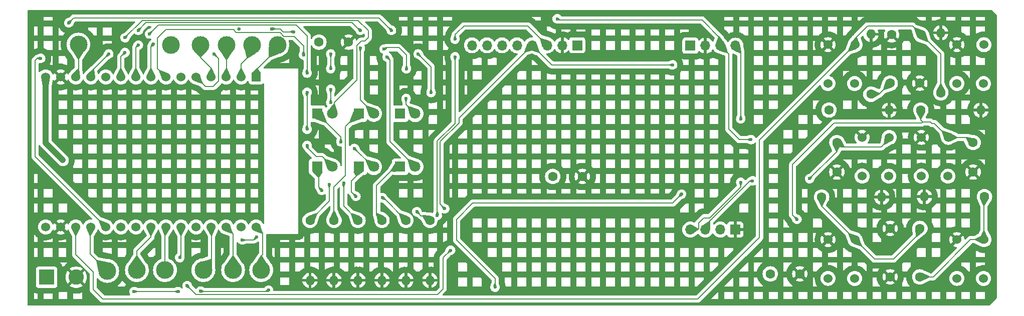
<source format=gtl>
%TF.GenerationSoftware,KiCad,Pcbnew,8.0.4*%
%TF.CreationDate,2024-08-25T09:15:07+02:00*%
%TF.ProjectId,EEK,45454b2e-6b69-4636-9164-5f7063625858,V1.2*%
%TF.SameCoordinates,Original*%
%TF.FileFunction,Copper,L1,Top*%
%TF.FilePolarity,Positive*%
%FSLAX46Y46*%
G04 Gerber Fmt 4.6, Leading zero omitted, Abs format (unit mm)*
G04 Created by KiCad (PCBNEW 8.0.4) date 2024-08-25 09:15:07*
%MOMM*%
%LPD*%
G01*
G04 APERTURE LIST*
%TA.AperFunction,ComponentPad*%
%ADD10C,1.524000*%
%TD*%
%TA.AperFunction,ComponentPad*%
%ADD11C,1.600000*%
%TD*%
%TA.AperFunction,ComponentPad*%
%ADD12O,1.600000X1.600000*%
%TD*%
%TA.AperFunction,ComponentPad*%
%ADD13C,3.000000*%
%TD*%
%TA.AperFunction,ComponentPad*%
%ADD14R,1.800000X1.800000*%
%TD*%
%TA.AperFunction,ComponentPad*%
%ADD15C,1.800000*%
%TD*%
%TA.AperFunction,ComponentPad*%
%ADD16R,1.524000X1.524000*%
%TD*%
%TA.AperFunction,ComponentPad*%
%ADD17R,1.700000X1.700000*%
%TD*%
%TA.AperFunction,ComponentPad*%
%ADD18O,1.700000X1.700000*%
%TD*%
%TA.AperFunction,ComponentPad*%
%ADD19R,2.600000X2.600000*%
%TD*%
%TA.AperFunction,ComponentPad*%
%ADD20C,2.600000*%
%TD*%
%TA.AperFunction,ViaPad*%
%ADD21C,0.600000*%
%TD*%
%TA.AperFunction,Conductor*%
%ADD22C,0.200000*%
%TD*%
%TA.AperFunction,Conductor*%
%ADD23C,0.500000*%
%TD*%
%TA.AperFunction,Conductor*%
%ADD24C,1.000000*%
%TD*%
G04 APERTURE END LIST*
D10*
%TO.P,U4,1*%
%TO.N,GND*%
X194264800Y-98880400D03*
%TO.P,U4,2*%
%TO.N,unconnected-(U4-Pad2)*%
X194264800Y-105433600D03*
%TO.P,U4,3*%
%TO.N,/CW*%
X198836800Y-98880400D03*
%TO.P,U4,4*%
%TO.N,unconnected-(U4-Pad4)*%
X198760600Y-105459000D03*
%TD*%
D11*
%TO.P,R1,1*%
%TO.N,Net-(D4-K)*%
X111250000Y-112920000D03*
D12*
%TO.P,R1,2*%
%TO.N,GND*%
X111250000Y-123080000D03*
%TD*%
D13*
%TO.P,TP6,1,1*%
%TO.N,Net-(U1-GPIO23_VSPI_MOSI)*%
X82750000Y-121354100D03*
%TD*%
D11*
%TO.P,R12,1*%
%TO.N,/Down*%
X204930000Y-108925000D03*
D12*
%TO.P,R12,2*%
%TO.N,GND*%
X194770000Y-108925000D03*
%TD*%
D13*
%TO.P,TP4,1,1*%
%TO.N,Net-(U1-GPIO34_ADC6)*%
X72500000Y-83250000D03*
%TD*%
D14*
%TO.P,D6,1,K*%
%TO.N,Net-(D6-K)*%
X106225000Y-103854100D03*
D15*
%TO.P,D6,2,A*%
%TO.N,/GBL*%
X108765000Y-103854100D03*
%TD*%
D13*
%TO.P,TP8,1,1*%
%TO.N,Net-(U1-GPIO3_TX0)*%
X73000000Y-121354100D03*
%TD*%
D11*
%TO.P,C2,1*%
%TO.N,GND*%
X194000000Y-89700000D03*
%TO.P,C2,2*%
%TO.N,/Up*%
X189000000Y-89700000D03*
%TD*%
%TO.P,R3,1*%
%TO.N,Net-(D6-K)*%
X103150000Y-112920000D03*
D12*
%TO.P,R3,2*%
%TO.N,GND*%
X103150000Y-123080000D03*
%TD*%
D11*
%TO.P,C5,1*%
%TO.N,GND*%
X189000000Y-114300000D03*
%TO.P,C5,2*%
%TO.N,/Kill*%
X194000000Y-114300000D03*
%TD*%
%TO.P,C9,1*%
%TO.N,/3.3V*%
X132000000Y-105500000D03*
%TO.P,C9,2*%
%TO.N,GND*%
X137000000Y-105500000D03*
%TD*%
%TO.P,C8,1*%
%TO.N,/3.3V*%
X92500000Y-82750000D03*
%TO.P,C8,2*%
%TO.N,GND*%
X97500000Y-82750000D03*
%TD*%
D14*
%TO.P,D5,1,K*%
%TO.N,Net-(D5-K)*%
X99225000Y-103854100D03*
D15*
%TO.P,D5,2,A*%
%TO.N,/YBR*%
X101765000Y-103854100D03*
%TD*%
D11*
%TO.P,R9,1*%
%TO.N,/CCw*%
X178670000Y-94250000D03*
D12*
%TO.P,R9,2*%
%TO.N,GND*%
X188830000Y-94250000D03*
%TD*%
D13*
%TO.P,TP7,1,1*%
%TO.N,Net-(U1-GPIO1_TX0)*%
X78000000Y-121354100D03*
%TD*%
D16*
%TO.P,U1,1,EN_RESET*%
%TO.N,Net-(U1-EN_RESET)*%
X81897500Y-88654100D03*
D10*
%TO.P,U1,2,GPIO36_ADC0*%
%TO.N,Net-(U1-GPIO36_ADC0)*%
X79357500Y-88654100D03*
%TO.P,U1,3,GPIO39_ADC3*%
%TO.N,Net-(U1-GPIO39_ADC3)*%
X76817500Y-88654100D03*
%TO.P,U1,4,GPIO34_ADC6*%
%TO.N,Net-(U1-GPIO34_ADC6)*%
X74277500Y-88654100D03*
%TO.P,U1,5,GPIO35_ADC7*%
%TO.N,/YBR*%
X71737500Y-88654100D03*
%TO.P,U1,6,TOUCH9_GPIO32_ADC4*%
%TO.N,/Up*%
X69197500Y-88654100D03*
%TO.P,U1,7,TOUCH8_GPIO33_ADC5*%
%TO.N,/GFL*%
X66657500Y-88654100D03*
%TO.P,U1,8,DAC1_GPIO25_ADC18*%
%TO.N,Net-(U1-DAC1_GPIO25_ADC18)*%
X64117500Y-88654100D03*
%TO.P,U1,9,DAC2_GPIO26_ADC19*%
%TO.N,/RBR*%
X61577500Y-88654100D03*
%TO.P,U1,10,TOUCH7_GPIO27_ADC17*%
%TO.N,/BFL*%
X59037500Y-88654100D03*
%TO.P,U1,11,TOUCH6_GPIO14_ADC16*%
%TO.N,/Down*%
X56497500Y-88654100D03*
%TO.P,U1,12,TOUCH5_GPIO12_ADC15*%
%TO.N,/RFL*%
X53957500Y-88654100D03*
%TO.P,U1,13,TOUCH4_GPIO13_ADC14*%
%TO.N,Net-(U1-TOUCH4_GPIO13_ADC14)*%
X51417500Y-88654100D03*
%TO.P,U1,14,GND*%
%TO.N,GND*%
X48877500Y-88654100D03*
%TO.P,U1,15,Vin*%
%TO.N,Net-(J1-Pin_1)*%
X46337500Y-88654100D03*
%TO.P,U1,16,VCC_3.3*%
%TO.N,/3.3V*%
X46337500Y-114054100D03*
%TO.P,U1,17,GND*%
%TO.N,GND*%
X48877500Y-114054100D03*
%TO.P,U1,18,ADC13_GPIO15_TOUCH3*%
%TO.N,/Takeoff*%
X51417500Y-114054100D03*
%TO.P,U1,19,ADC12_GPIO2*%
%TO.N,Net-(U1-ADC12_GPIO2)*%
X53957500Y-114054100D03*
%TO.P,U1,20,ADC10_GPIO4*%
%TO.N,/GBL*%
X56497500Y-114054100D03*
%TO.P,U1,21,GPIO16_RX2*%
%TO.N,/CCw*%
X59037500Y-114054100D03*
%TO.P,U1,22,GPIO17_TX2*%
%TO.N,/Kill*%
X61577500Y-114054100D03*
%TO.P,U1,23,GPIO5_VSPI_SS*%
%TO.N,Net-(U1-GPIO5_VSPI_SS)*%
X64117500Y-114054100D03*
%TO.P,U1,24,GPIO18_VSPI_SCK*%
%TO.N,Net-(U1-GPIO18_VSPI_SCK)*%
X66657500Y-114054100D03*
%TO.P,U1,25,GPIO19_VSPI_MISO*%
%TO.N,/CW*%
X69197500Y-114054100D03*
%TO.P,U1,26,GPIO21_I2C_SDA*%
%TO.N,/SDA*%
X71737500Y-114054100D03*
%TO.P,U1,27,GPIO3_TX0*%
%TO.N,Net-(U1-GPIO3_TX0)*%
X74277500Y-114054100D03*
%TO.P,U1,28,GPIO1_TX0*%
%TO.N,Net-(U1-GPIO1_TX0)*%
X76817500Y-114054100D03*
%TO.P,U1,29,GPIO22_I2C_SCL*%
%TO.N,/SCL*%
X79357500Y-114054100D03*
%TO.P,U1,30,GPIO23_VSPI_MOSI*%
%TO.N,Net-(U1-GPIO23_VSPI_MOSI)*%
X81897500Y-114054100D03*
%TD*%
D17*
%TO.P,U10,1,VDD*%
%TO.N,/3.3V*%
X155250000Y-83354100D03*
D18*
%TO.P,U10,2,GND*%
%TO.N,GND*%
X157790000Y-83354100D03*
%TO.P,U10,3,SCK*%
%TO.N,/SCL*%
X160330000Y-83354100D03*
%TO.P,U10,4,SDA*%
%TO.N,/SDA*%
X162870000Y-83354100D03*
%TD*%
D14*
%TO.P,D2,1,K*%
%TO.N,Net-(D2-K)*%
X99225000Y-94854100D03*
D15*
%TO.P,D2,2,A*%
%TO.N,/BFL*%
X101765000Y-94854100D03*
%TD*%
D13*
%TO.P,TP13,1,1*%
%TO.N,Net-(U1-TOUCH4_GPIO13_ADC14)*%
X51882500Y-83154100D03*
%TD*%
D14*
%TO.P,D1,1,K*%
%TO.N,Net-(D1-K)*%
X106225000Y-94875000D03*
D15*
%TO.P,D1,2,A*%
%TO.N,/GFL*%
X108765000Y-94875000D03*
%TD*%
D14*
%TO.P,D3,1,K*%
%TO.N,Net-(D3-K)*%
X92225000Y-94850000D03*
D15*
%TO.P,D3,2,A*%
%TO.N,/RFL*%
X94765000Y-94850000D03*
%TD*%
D13*
%TO.P,TP1,1,1*%
%TO.N,Net-(U1-EN_RESET)*%
X85500000Y-83250000D03*
%TD*%
%TO.P,TP10,1,1*%
%TO.N,Net-(U1-GPIO5_VSPI_SS)*%
X61750000Y-121354100D03*
%TD*%
D11*
%TO.P,C4,1*%
%TO.N,GND*%
X203000000Y-104750000D03*
%TO.P,C4,2*%
%TO.N,/CW*%
X203000000Y-99750000D03*
%TD*%
D10*
%TO.P,U2,1*%
%TO.N,GND*%
X200264800Y-83192700D03*
%TO.P,U2,2*%
%TO.N,unconnected-(U2-Pad2)*%
X200264800Y-89745900D03*
%TO.P,U2,3*%
%TO.N,/Up*%
X204836800Y-83192700D03*
%TO.P,U2,4*%
%TO.N,unconnected-(U2-Pad4)*%
X204760600Y-89771300D03*
%TD*%
D11*
%TO.P,C3,1*%
%TO.N,GND*%
X180000000Y-104750000D03*
%TO.P,C3,2*%
%TO.N,/CCw*%
X180000000Y-99750000D03*
%TD*%
D14*
%TO.P,D4,1,K*%
%TO.N,Net-(D4-K)*%
X92225000Y-103854100D03*
D15*
%TO.P,D4,2,A*%
%TO.N,/RBR*%
X94765000Y-103854100D03*
%TD*%
D11*
%TO.P,R7,1*%
%TO.N,/Takeoff*%
X197550000Y-91330000D03*
D12*
%TO.P,R7,2*%
%TO.N,GND*%
X197550000Y-81170000D03*
%TD*%
D11*
%TO.P,R8,1*%
%TO.N,/Up*%
X185750000Y-91580000D03*
D12*
%TO.P,R8,2*%
%TO.N,GND*%
X185750000Y-81420000D03*
%TD*%
D19*
%TO.P,J1,1,Pin_1*%
%TO.N,Net-(J1-Pin_1)*%
X46500000Y-122555000D03*
D20*
%TO.P,J1,2,Pin_2*%
%TO.N,GND*%
X51500000Y-122555000D03*
%TD*%
D10*
%TO.P,U6,1*%
%TO.N,GND*%
X200264800Y-116196800D03*
%TO.P,U6,2*%
%TO.N,unconnected-(U6-Pad2)*%
X200264800Y-122750000D03*
%TO.P,U6,3*%
%TO.N,/Down*%
X204836800Y-116196800D03*
%TO.P,U6,4*%
%TO.N,unconnected-(U6-Pad4)*%
X204760600Y-122775400D03*
%TD*%
D11*
%TO.P,C7,1*%
%TO.N,/3.3V*%
X168750000Y-122000000D03*
%TO.P,C7,2*%
%TO.N,GND*%
X173750000Y-122000000D03*
%TD*%
D10*
%TO.P,U3,1*%
%TO.N,GND*%
X184264800Y-98880400D03*
%TO.P,U3,2*%
%TO.N,unconnected-(U3-Pad2)*%
X184264800Y-105433600D03*
%TO.P,U3,3*%
%TO.N,/CCw*%
X188836800Y-98880400D03*
%TO.P,U3,4*%
%TO.N,unconnected-(U3-Pad4)*%
X188760600Y-105459000D03*
%TD*%
D13*
%TO.P,TP2,1,1*%
%TO.N,Net-(U1-GPIO36_ADC0)*%
X81250000Y-83250000D03*
%TD*%
D17*
%TO.P,U9,1,VCC*%
%TO.N,/3.3V*%
X136130000Y-83284118D03*
D18*
%TO.P,U9,2,GND*%
%TO.N,GND*%
X133590000Y-83284118D03*
%TO.P,U9,3,SCL*%
%TO.N,/SCL*%
X131050000Y-83284118D03*
%TO.P,U9,4,SDA*%
%TO.N,/SDA*%
X128510000Y-83284118D03*
%TO.P,U9,5,XDA*%
%TO.N,unconnected-(U9-XDA-Pad5)*%
X125970000Y-83284118D03*
%TO.P,U9,6,XCL*%
%TO.N,unconnected-(U9-XCL-Pad6)*%
X123430000Y-83284118D03*
%TO.P,U9,7,AD0*%
%TO.N,unconnected-(U9-AD0-Pad7)*%
X120890000Y-83284118D03*
%TO.P,U9,8,INT*%
%TO.N,unconnected-(U9-INT-Pad8)*%
X118350000Y-83284118D03*
%TD*%
D13*
%TO.P,TP5,1,1*%
%TO.N,Net-(U1-DAC1_GPIO25_ADC18)*%
X67500000Y-83250000D03*
%TD*%
D11*
%TO.P,C1,1*%
%TO.N,GND*%
X189250000Y-81500000D03*
%TO.P,C1,2*%
%TO.N,/Takeoff*%
X194250000Y-81500000D03*
%TD*%
%TO.P,R4,1*%
%TO.N,Net-(D3-K)*%
X99100000Y-112920000D03*
D12*
%TO.P,R4,2*%
%TO.N,GND*%
X99100000Y-123080000D03*
%TD*%
D11*
%TO.P,R10,1*%
%TO.N,/CW*%
X194170000Y-94250000D03*
D12*
%TO.P,R10,2*%
%TO.N,GND*%
X204330000Y-94250000D03*
%TD*%
D11*
%TO.P,R2,1*%
%TO.N,Net-(D5-K)*%
X107200000Y-112920000D03*
D12*
%TO.P,R2,2*%
%TO.N,GND*%
X107200000Y-123080000D03*
%TD*%
D13*
%TO.P,TP9,1,1*%
%TO.N,Net-(U1-GPIO18_VSPI_SCK)*%
X66500000Y-121354100D03*
%TD*%
D11*
%TO.P,C6,1*%
%TO.N,GND*%
X189000000Y-122500000D03*
%TO.P,C6,2*%
%TO.N,/Down*%
X194000000Y-122500000D03*
%TD*%
%TO.P,R5,1*%
%TO.N,Net-(D2-K)*%
X95050000Y-112920000D03*
D12*
%TO.P,R5,2*%
%TO.N,GND*%
X95050000Y-123080000D03*
%TD*%
D13*
%TO.P,TP12,1,1*%
%TO.N,Net-(U1-ADC12_GPIO2)*%
X56750000Y-121500000D03*
%TD*%
D11*
%TO.P,R11,1*%
%TO.N,/Kill*%
X177420000Y-109000000D03*
D12*
%TO.P,R11,2*%
%TO.N,GND*%
X187580000Y-109000000D03*
%TD*%
D10*
%TO.P,u7,1*%
%TO.N,GND*%
X178489800Y-83192700D03*
%TO.P,u7,2*%
%TO.N,unconnected-(u7-Pad2)*%
X178489800Y-89745900D03*
%TO.P,u7,3*%
%TO.N,/Takeoff*%
X183061800Y-83192700D03*
%TO.P,u7,4*%
%TO.N,unconnected-(u7-Pad4)*%
X182985600Y-89771300D03*
%TD*%
D11*
%TO.P,R6,1*%
%TO.N,Net-(D1-K)*%
X91000000Y-112920000D03*
D12*
%TO.P,R6,2*%
%TO.N,GND*%
X91000000Y-123080000D03*
%TD*%
D10*
%TO.P,U5,1*%
%TO.N,GND*%
X178500000Y-116196800D03*
%TO.P,U5,2*%
%TO.N,unconnected-(U5-Pad2)*%
X178500000Y-122750000D03*
%TO.P,U5,3*%
%TO.N,/Kill*%
X183072000Y-116196800D03*
%TO.P,U5,4*%
%TO.N,unconnected-(U5-Pad4)*%
X182995800Y-122775400D03*
%TD*%
D13*
%TO.P,TP3,1,1*%
%TO.N,Net-(U1-GPIO39_ADC3)*%
X76882500Y-83250000D03*
%TD*%
D17*
%TO.P,U8,1,VDD*%
%TO.N,GND*%
X162850000Y-114500000D03*
D18*
%TO.P,U8,2,GND*%
%TO.N,/3.3V*%
X160310000Y-114500000D03*
%TO.P,U8,3,SCK*%
%TO.N,/SCL*%
X157770000Y-114500000D03*
%TO.P,U8,4,SDA*%
%TO.N,/SDA*%
X155230000Y-114500000D03*
%TD*%
D21*
%TO.N,/GFL*%
X103500000Y-83925000D03*
X107275000Y-87275000D03*
X89900000Y-84925000D03*
X107225000Y-92300000D03*
%TO.N,/BFL*%
X62000000Y-80750000D03*
X59750000Y-84500000D03*
X99500000Y-80750000D03*
X99500000Y-83750000D03*
%TO.N,/RFL*%
X57000000Y-84750000D03*
X59750000Y-82000000D03*
%TO.N,/RBR*%
X90500000Y-100250000D03*
X63875000Y-81375000D03*
X62000000Y-83250000D03*
X90500000Y-91250000D03*
X90500000Y-88000000D03*
X90500000Y-97500000D03*
%TO.N,/YBR*%
X94500000Y-90750000D03*
X79000000Y-80500000D03*
X88250000Y-81000000D03*
X94500000Y-87250000D03*
X94500000Y-84750000D03*
X74777600Y-84759800D03*
X84500000Y-80500000D03*
X98500000Y-100750000D03*
X94500000Y-93000000D03*
%TO.N,/GBL*%
X104750000Y-80750000D03*
X50250000Y-79500000D03*
X45500000Y-85500000D03*
X104000000Y-85250000D03*
%TO.N,Net-(U1-DAC1_GPIO25_ADC18)*%
X64516000Y-83108800D03*
%TO.N,/CCw*%
X72500000Y-124900000D03*
X61250000Y-125000000D03*
X122250000Y-124250000D03*
X175375000Y-105875000D03*
X68750000Y-125000000D03*
X153750000Y-108500000D03*
X84000000Y-124750000D03*
%TO.N,/Down*%
X109250000Y-84750000D03*
X111447950Y-91302050D03*
%TO.N,/CW*%
X70250000Y-124000000D03*
X114750000Y-118000000D03*
X69000000Y-119250000D03*
X173250000Y-112750000D03*
%TO.N,Net-(D1-K)*%
X94250000Y-106850000D03*
%TO.N,Net-(D3-K)*%
X96675000Y-106650000D03*
X96225000Y-99650000D03*
%TO.N,Net-(D4-K)*%
X93000000Y-107854100D03*
X109047950Y-111452050D03*
%TO.N,Net-(D5-K)*%
X98750000Y-108854100D03*
X103250000Y-109104100D03*
%TO.N,/SCL*%
X115500000Y-82250000D03*
X115500000Y-85250000D03*
X132750000Y-78804100D03*
X112500000Y-112104100D03*
X165750000Y-106250000D03*
X165500000Y-99250000D03*
%TO.N,/SDA*%
X163750000Y-106500000D03*
X79500000Y-116250000D03*
X82000000Y-115750000D03*
X152250000Y-86604100D03*
X163750000Y-95750000D03*
X113750000Y-110954100D03*
%TO.N,Net-(J1-Pin_1)*%
X49250000Y-102750000D03*
%TD*%
D22*
%TO.N,/GFL*%
X103523529Y-83925000D02*
X103748529Y-83700000D01*
X86570585Y-81775000D02*
X88300000Y-81775000D01*
X103748529Y-83700000D02*
X106000000Y-83700000D01*
X66657500Y-88654100D02*
X65252600Y-87249200D01*
X78550000Y-81125000D02*
X85920585Y-81125000D01*
X106000000Y-83700000D02*
X107275000Y-84975000D01*
X88300000Y-81775000D02*
X89900000Y-83375000D01*
X107225000Y-92300000D02*
X107225000Y-93335000D01*
X66644600Y-80650000D02*
X78075000Y-80650000D01*
X89900000Y-83375000D02*
X89900000Y-84925000D01*
X65252600Y-87249200D02*
X65252600Y-82042000D01*
X65252600Y-82042000D02*
X66644600Y-80650000D01*
X85920585Y-81125000D02*
X86570585Y-81775000D01*
X107275000Y-84975000D02*
X107275000Y-87275000D01*
X78075000Y-80650000D02*
X78550000Y-81125000D01*
X107225000Y-93335000D02*
X108765000Y-94875000D01*
X103500000Y-83925000D02*
X103523529Y-83925000D01*
%TO.N,/BFL*%
X99395900Y-80750000D02*
X99500000Y-80750000D01*
X59750000Y-84500000D02*
X59037500Y-85212500D01*
X99500000Y-83750000D02*
X99500000Y-92589100D01*
X63300000Y-79450000D02*
X98095900Y-79450000D01*
X99500000Y-92589100D02*
X101765000Y-94854100D01*
X98095900Y-79450000D02*
X99395900Y-80750000D01*
X59037500Y-85212500D02*
X59037500Y-88654100D01*
X62000000Y-80750000D02*
X63300000Y-79450000D01*
%TO.N,/RFL*%
X53957500Y-88654100D02*
X53957500Y-87830914D01*
X99075000Y-79050000D02*
X100850000Y-80825000D01*
X100850000Y-80825000D02*
X100850000Y-82000000D01*
X59750000Y-82000000D02*
X62700000Y-79050000D01*
X98900000Y-89175000D02*
X95100000Y-92975000D01*
X100275000Y-82575000D02*
X99650000Y-82575000D01*
X57000000Y-84788414D02*
X57000000Y-84750000D01*
X62700000Y-79050000D02*
X99075000Y-79050000D01*
X98900000Y-83325000D02*
X98900000Y-89175000D01*
X95100000Y-94515000D02*
X94765000Y-94850000D01*
X95100000Y-92975000D02*
X95100000Y-94515000D01*
X100850000Y-82000000D02*
X100275000Y-82575000D01*
X99650000Y-82575000D02*
X98900000Y-83325000D01*
X53957500Y-87830914D02*
X57000000Y-84788414D01*
%TO.N,/RBR*%
X90500000Y-81700000D02*
X90500000Y-88000000D01*
X63875000Y-81375000D02*
X65400000Y-79850000D01*
X90500000Y-100604100D02*
X92040000Y-102144100D01*
X90500000Y-100250000D02*
X90500000Y-100604100D01*
X88650000Y-79850000D02*
X90500000Y-81700000D01*
X93055000Y-102144100D02*
X94765000Y-103854100D01*
X90500000Y-91250000D02*
X90500000Y-97500000D01*
X65400000Y-79850000D02*
X88650000Y-79850000D01*
X92040000Y-102144100D02*
X93055000Y-102144100D01*
X61577500Y-88654100D02*
X61577500Y-83672500D01*
X61577500Y-83672500D02*
X62000000Y-83250000D01*
%TO.N,/YBR*%
X94500000Y-84750000D02*
X94500000Y-87250000D01*
X94500000Y-90750000D02*
X94500000Y-93000000D01*
X74777600Y-84759800D02*
X75565000Y-85547200D01*
X73380400Y-90297000D02*
X71737500Y-88654100D01*
X101660900Y-103750000D02*
X101765000Y-103854100D01*
X101500000Y-103750000D02*
X101660900Y-103750000D01*
X88250000Y-81000000D02*
X86500000Y-81000000D01*
X86500000Y-81000000D02*
X86000000Y-80500000D01*
X86000000Y-80500000D02*
X84500000Y-80500000D01*
X98500000Y-100750000D02*
X101500000Y-103750000D01*
X75565000Y-89331800D02*
X74599800Y-90297000D01*
X78750000Y-80500000D02*
X79000000Y-80500000D01*
X74599800Y-90297000D02*
X73380400Y-90297000D01*
X75565000Y-85547200D02*
X75565000Y-89331800D01*
%TO.N,/GBL*%
X104500000Y-85750000D02*
X104500000Y-99589100D01*
X44582500Y-85832500D02*
X44915000Y-85500000D01*
X104750000Y-80750000D02*
X102650000Y-78650000D01*
X104000000Y-85250000D02*
X104500000Y-85750000D01*
X44915000Y-85500000D02*
X45500000Y-85500000D01*
X44582500Y-102139100D02*
X44582500Y-85832500D01*
X56497500Y-114054100D02*
X44582500Y-102139100D01*
X104500000Y-99589100D02*
X108765000Y-103854100D01*
X102650000Y-78650000D02*
X51100000Y-78650000D01*
X51100000Y-78650000D02*
X50250000Y-79500000D01*
%TO.N,Net-(U1-EN_RESET)*%
X85500000Y-83354100D02*
X85500000Y-83854100D01*
X85500000Y-83854100D02*
X81897500Y-87456600D01*
X81897500Y-87456600D02*
X81897500Y-88654100D01*
%TO.N,Net-(U1-GPIO36_ADC0)*%
X81000000Y-82750000D02*
X81250000Y-82500000D01*
X81000000Y-84854100D02*
X79357500Y-86496600D01*
X81000000Y-84854100D02*
X81000000Y-82750000D01*
X79357500Y-86496600D02*
X79357500Y-88654100D01*
%TO.N,Net-(U1-GPIO39_ADC3)*%
X76882500Y-83854100D02*
X76882500Y-88589100D01*
X76882500Y-88589100D02*
X76817500Y-88654100D01*
%TO.N,Net-(U1-GPIO34_ADC6)*%
X74277500Y-87131600D02*
X74277500Y-88654100D01*
X72500000Y-85000000D02*
X72500000Y-83000000D01*
X72500000Y-85354100D02*
X74277500Y-87131600D01*
X72500000Y-85000000D02*
X72500000Y-85354100D01*
%TO.N,Net-(U1-DAC1_GPIO25_ADC18)*%
X64117500Y-83507300D02*
X64516000Y-83108800D01*
X64117500Y-88654100D02*
X64117500Y-83507300D01*
X68250000Y-83250000D02*
X67500000Y-83250000D01*
X67500000Y-82250000D02*
X67500000Y-83354100D01*
%TO.N,Net-(U1-GPIO23_VSPI_MOSI)*%
X83000000Y-115156600D02*
X81897500Y-114054100D01*
X83000000Y-118736600D02*
X83000000Y-115156600D01*
X83000000Y-118736600D02*
X82750000Y-118986600D01*
X82750000Y-118986600D02*
X82750000Y-121354100D01*
%TO.N,Net-(U1-GPIO1_TX0)*%
X78000000Y-115236600D02*
X76817500Y-114054100D01*
X78000000Y-121354100D02*
X78000000Y-115236600D01*
%TO.N,Net-(U1-GPIO3_TX0)*%
X74382500Y-119971600D02*
X73000000Y-121354100D01*
X74382500Y-114159100D02*
X74382500Y-119971600D01*
X74277500Y-114054100D02*
X74382500Y-114159100D01*
%TO.N,Net-(U1-GPIO18_VSPI_SCK)*%
X66500000Y-114211600D02*
X66657500Y-114054100D01*
X66500000Y-119854100D02*
X66500000Y-114211600D01*
%TO.N,Net-(U1-GPIO5_VSPI_SS)*%
X61750000Y-118104100D02*
X64117500Y-115736600D01*
X61750000Y-120854100D02*
X61750000Y-118104100D01*
X64117500Y-115736600D02*
X64117500Y-114054100D01*
%TO.N,Net-(U1-ADC12_GPIO2)*%
X53957500Y-114054100D02*
X53882500Y-114129100D01*
X53882500Y-118632500D02*
X56750000Y-121500000D01*
X53882500Y-114129100D02*
X53882500Y-118632500D01*
%TO.N,Net-(U1-TOUCH4_GPIO13_ADC14)*%
X51882500Y-83154100D02*
X51882500Y-88189100D01*
X51882500Y-88189100D02*
X51417500Y-88654100D01*
%TO.N,/CCw*%
X118500000Y-110000000D02*
X115750000Y-112750000D01*
X115750000Y-116250000D02*
X122250000Y-122750000D01*
X84000000Y-124750000D02*
X83750000Y-125000000D01*
X153750000Y-108500000D02*
X152250000Y-110000000D01*
X152250000Y-110000000D02*
X118500000Y-110000000D01*
X187500000Y-100500000D02*
X188836800Y-99163200D01*
X61250000Y-125000000D02*
X68750000Y-125000000D01*
X115750000Y-112750000D02*
X115750000Y-116250000D01*
X180000000Y-101250000D02*
X180000000Y-99750000D01*
X188836800Y-99163200D02*
X188836800Y-98880400D01*
X180000000Y-99750000D02*
X180750000Y-100500000D01*
X180750000Y-100500000D02*
X187500000Y-100500000D01*
X175375000Y-105875000D02*
X180000000Y-101250000D01*
X122250000Y-122750000D02*
X122250000Y-124250000D01*
X72600000Y-125000000D02*
X72500000Y-124900000D01*
X83750000Y-125000000D02*
X72600000Y-125000000D01*
%TO.N,/Up*%
X187120000Y-91580000D02*
X189000000Y-89700000D01*
X185750000Y-91580000D02*
X187120000Y-91580000D01*
X189000000Y-89124800D02*
X189000000Y-89700000D01*
%TO.N,/Takeoff*%
X51417500Y-118713085D02*
X54375000Y-121670584D01*
X183061800Y-82115070D02*
X185156870Y-80020000D01*
X183061800Y-83192700D02*
X183061800Y-82115070D01*
X185156870Y-80020000D02*
X192770000Y-80020000D01*
X51417500Y-114054100D02*
X51417500Y-118713085D01*
X197550000Y-84800000D02*
X197550000Y-91330000D01*
X192770000Y-80020000D02*
X194250000Y-81500000D01*
X166937500Y-115812500D02*
X166937500Y-99317000D01*
X54375000Y-124625000D02*
X56000000Y-126250000D01*
X194250000Y-81500000D02*
X197550000Y-84800000D01*
X166937500Y-99317000D02*
X183061800Y-83192700D01*
X56000000Y-126250000D02*
X156500000Y-126250000D01*
X197500000Y-91330000D02*
X197500000Y-90533600D01*
X54375000Y-121670584D02*
X54375000Y-124625000D01*
X156500000Y-126250000D02*
X166937500Y-115812500D01*
%TO.N,/Down*%
X111447950Y-86947950D02*
X111447950Y-91302050D01*
X204836800Y-109018200D02*
X204930000Y-108925000D01*
X109250000Y-84750000D02*
X111447950Y-86947950D01*
X196250000Y-122500000D02*
X194250000Y-122500000D01*
X202553200Y-116196800D02*
X196250000Y-122500000D01*
X204836800Y-116196800D02*
X204836800Y-109018200D01*
X204836800Y-116196800D02*
X202553200Y-116196800D01*
%TO.N,/CW*%
X172500000Y-112000000D02*
X172500000Y-103500000D01*
X113500000Y-119250000D02*
X114750000Y-118000000D01*
X112518314Y-125500000D02*
X113500000Y-124518314D01*
X194170000Y-95920000D02*
X194500000Y-96250000D01*
X202130400Y-98880400D02*
X203000000Y-99750000D01*
X196456400Y-96500000D02*
X198836800Y-98880400D01*
X173250000Y-112750000D02*
X172500000Y-112000000D01*
X69197500Y-114054100D02*
X69197500Y-119052500D01*
X179550000Y-96450000D02*
X194300000Y-96450000D01*
X69197500Y-119052500D02*
X69000000Y-119250000D01*
X194500000Y-96250000D02*
X195750000Y-96250000D01*
X70250000Y-124000000D02*
X71750000Y-125500000D01*
X71750000Y-125500000D02*
X112518314Y-125500000D01*
X172500000Y-103500000D02*
X179550000Y-96450000D01*
X113500000Y-124518314D02*
X113500000Y-119250000D01*
X196000000Y-96500000D02*
X196456400Y-96500000D01*
X194170000Y-94250000D02*
X194170000Y-95920000D01*
X194300000Y-96450000D02*
X194500000Y-96250000D01*
X195750000Y-96250000D02*
X196000000Y-96500000D01*
X198836800Y-98880400D02*
X202130400Y-98880400D01*
%TO.N,/Kill*%
X183072000Y-116196800D02*
X186375200Y-119500000D01*
X177420000Y-110544800D02*
X183072000Y-116196800D01*
X186375200Y-119500000D02*
X189550000Y-119500000D01*
X177420000Y-109000000D02*
X177420000Y-110544800D01*
X189550000Y-119500000D02*
X194750000Y-114300000D01*
D23*
%TO.N,/3.3V*%
X46200000Y-114054100D02*
X46337500Y-114054100D01*
D22*
%TO.N,Net-(D1-K)*%
X94250000Y-106850000D02*
X94250000Y-109670000D01*
X94250000Y-109670000D02*
X91000000Y-112920000D01*
%TO.N,Net-(D2-K)*%
X95050000Y-107304100D02*
X95050000Y-112920000D01*
X97000000Y-105354100D02*
X97000000Y-97079100D01*
X97000000Y-97079100D02*
X99225000Y-94854100D01*
X97000000Y-105354100D02*
X95050000Y-107304100D01*
%TO.N,Net-(D3-K)*%
X96675000Y-106650000D02*
X96675000Y-110495000D01*
X96225000Y-98850000D02*
X96225000Y-99650000D01*
X96675000Y-110495000D02*
X99100000Y-112920000D01*
X92225000Y-94850000D02*
X96225000Y-98850000D01*
%TO.N,Net-(D4-K)*%
X93000000Y-107854100D02*
X92440000Y-107294100D01*
X109750000Y-112154100D02*
X110484100Y-112154100D01*
X92440000Y-107294100D02*
X92440000Y-103854100D01*
X110484100Y-112154100D02*
X111250000Y-112920000D01*
X109047950Y-111452050D02*
X109750000Y-112154100D01*
%TO.N,Net-(D5-K)*%
X98000000Y-108104100D02*
X98000000Y-106250000D01*
X99225000Y-105025000D02*
X99225000Y-103854100D01*
X103384100Y-109104100D02*
X107200000Y-112920000D01*
X98000000Y-106250000D02*
X99225000Y-105025000D01*
X98750000Y-108854100D02*
X98000000Y-108104100D01*
X103250000Y-109104100D02*
X103384100Y-109104100D01*
%TO.N,Net-(D6-K)*%
X106225000Y-103854100D02*
X105395900Y-103854100D01*
X102250000Y-112020000D02*
X103150000Y-112920000D01*
X105395900Y-103854100D02*
X102250000Y-107000000D01*
X102250000Y-107000000D02*
X102250000Y-112020000D01*
D24*
%TO.N,GND*%
X48599500Y-114054100D02*
X48599500Y-114104100D01*
X48877500Y-114054100D02*
X48599500Y-114054100D01*
X48599500Y-114104100D02*
X48877500Y-113826100D01*
D22*
%TO.N,/SCL*%
X115500000Y-96531817D02*
X112500000Y-99531817D01*
X160330000Y-82104100D02*
X160330000Y-83354100D01*
X161750000Y-97500000D02*
X161750000Y-84774100D01*
X127765882Y-80000000D02*
X131050000Y-83284118D01*
X163500000Y-99250000D02*
X161750000Y-97500000D01*
X132950000Y-79004100D02*
X157230000Y-79004100D01*
X112500000Y-99531817D02*
X112500000Y-112104100D01*
X115875000Y-81125000D02*
X115500000Y-81500000D01*
X165750000Y-106250000D02*
X165315686Y-106250000D01*
X157230000Y-79004100D02*
X160330000Y-82104100D01*
X117000000Y-80000000D02*
X127765882Y-80000000D01*
X165315686Y-106250000D02*
X157770000Y-113795686D01*
X115875000Y-81125000D02*
X117000000Y-80000000D01*
X115500000Y-81500000D02*
X115500000Y-82250000D01*
X132750000Y-78804100D02*
X132950000Y-79004100D01*
X157770000Y-113795686D02*
X157770000Y-114500000D01*
X115500000Y-85250000D02*
X115500000Y-96531817D01*
X161750000Y-84774100D02*
X160330000Y-83354100D01*
X165500000Y-99250000D02*
X163500000Y-99250000D01*
%TO.N,/SDA*%
X156500000Y-114500000D02*
X155230000Y-114500000D01*
X163750000Y-107250000D02*
X158500000Y-112500000D01*
X158500000Y-112500000D02*
X157500000Y-112500000D01*
X163750000Y-84234100D02*
X163750000Y-95750000D01*
X113000000Y-110204100D02*
X113000000Y-99597503D01*
X156620000Y-113380000D02*
X156620000Y-114380000D01*
X152250000Y-86604100D02*
X131829982Y-86604100D01*
X81500000Y-116250000D02*
X81750000Y-116000000D01*
X128465882Y-83284118D02*
X128510000Y-83284118D01*
X162870000Y-83354100D02*
X163750000Y-84234100D01*
X116150000Y-95600000D02*
X128465882Y-83284118D01*
X157500000Y-112500000D02*
X156620000Y-113380000D01*
X113000000Y-99597503D02*
X116150000Y-96447502D01*
X113750000Y-110954100D02*
X113000000Y-110204100D01*
X131829982Y-86604100D02*
X128510000Y-83284118D01*
X163750000Y-106500000D02*
X163750000Y-107250000D01*
X156620000Y-114380000D02*
X156500000Y-114500000D01*
X81750000Y-116000000D02*
X82000000Y-115750000D01*
X79500000Y-116250000D02*
X81500000Y-116250000D01*
X116150000Y-96447502D02*
X116150000Y-95600000D01*
D24*
%TO.N,Net-(J1-Pin_1)*%
X46337500Y-88654100D02*
X46337500Y-99837500D01*
D22*
X46382500Y-88609100D02*
X46337500Y-88654100D01*
D24*
X46337500Y-99837500D02*
X49250000Y-102750000D01*
%TD*%
%TA.AperFunction,Conductor*%
%TO.N,GND*%
G36*
X49929241Y-89352288D02*
G01*
X49974594Y-89287517D01*
X49974595Y-89287516D01*
X50034840Y-89158319D01*
X50081012Y-89105880D01*
X50148206Y-89086727D01*
X50215087Y-89106942D01*
X50259605Y-89158318D01*
X50319966Y-89287762D01*
X50319968Y-89287766D01*
X50446670Y-89468715D01*
X50446675Y-89468721D01*
X50602878Y-89624924D01*
X50602884Y-89624929D01*
X50783833Y-89751631D01*
X50783835Y-89751632D01*
X50783838Y-89751634D01*
X50984050Y-89844994D01*
X51197432Y-89902170D01*
X51354623Y-89915922D01*
X51417498Y-89921423D01*
X51417500Y-89921423D01*
X51417502Y-89921423D01*
X51472651Y-89916598D01*
X51637568Y-89902170D01*
X51850950Y-89844994D01*
X52051162Y-89751634D01*
X52232120Y-89624926D01*
X52388326Y-89468720D01*
X52515034Y-89287762D01*
X52575118Y-89158911D01*
X52621290Y-89106471D01*
X52688483Y-89087319D01*
X52755365Y-89107535D01*
X52799882Y-89158911D01*
X52859964Y-89287758D01*
X52859968Y-89287766D01*
X52986670Y-89468715D01*
X52986675Y-89468721D01*
X53142878Y-89624924D01*
X53142884Y-89624929D01*
X53323833Y-89751631D01*
X53323835Y-89751632D01*
X53323838Y-89751634D01*
X53524050Y-89844994D01*
X53737432Y-89902170D01*
X53894623Y-89915922D01*
X53957498Y-89921423D01*
X53957500Y-89921423D01*
X53957502Y-89921423D01*
X54012651Y-89916598D01*
X54177568Y-89902170D01*
X54390950Y-89844994D01*
X54591162Y-89751634D01*
X54772120Y-89624926D01*
X54928326Y-89468720D01*
X55055034Y-89287762D01*
X55115118Y-89158911D01*
X55161290Y-89106471D01*
X55228483Y-89087319D01*
X55295365Y-89107535D01*
X55339882Y-89158911D01*
X55399964Y-89287758D01*
X55399968Y-89287766D01*
X55526670Y-89468715D01*
X55526675Y-89468721D01*
X55682878Y-89624924D01*
X55682884Y-89624929D01*
X55863833Y-89751631D01*
X55863835Y-89751632D01*
X55863838Y-89751634D01*
X56064050Y-89844994D01*
X56277432Y-89902170D01*
X56434623Y-89915922D01*
X56497498Y-89921423D01*
X56497500Y-89921423D01*
X56497502Y-89921423D01*
X56552651Y-89916598D01*
X56717568Y-89902170D01*
X56930950Y-89844994D01*
X57131162Y-89751634D01*
X57312120Y-89624926D01*
X57468326Y-89468720D01*
X57595034Y-89287762D01*
X57655118Y-89158911D01*
X57701290Y-89106471D01*
X57768483Y-89087319D01*
X57835365Y-89107535D01*
X57879882Y-89158911D01*
X57939964Y-89287758D01*
X57939968Y-89287766D01*
X58066670Y-89468715D01*
X58066675Y-89468721D01*
X58222878Y-89624924D01*
X58222884Y-89624929D01*
X58403833Y-89751631D01*
X58403835Y-89751632D01*
X58403838Y-89751634D01*
X58604050Y-89844994D01*
X58817432Y-89902170D01*
X58974623Y-89915922D01*
X59037498Y-89921423D01*
X59037500Y-89921423D01*
X59037502Y-89921423D01*
X59092651Y-89916598D01*
X59257568Y-89902170D01*
X59470950Y-89844994D01*
X59671162Y-89751634D01*
X59852120Y-89624926D01*
X60008326Y-89468720D01*
X60135034Y-89287762D01*
X60195118Y-89158911D01*
X60241290Y-89106471D01*
X60308483Y-89087319D01*
X60375365Y-89107535D01*
X60419882Y-89158911D01*
X60479964Y-89287758D01*
X60479968Y-89287766D01*
X60606670Y-89468715D01*
X60606675Y-89468721D01*
X60762878Y-89624924D01*
X60762884Y-89624929D01*
X60943833Y-89751631D01*
X60943835Y-89751632D01*
X60943838Y-89751634D01*
X61144050Y-89844994D01*
X61357432Y-89902170D01*
X61514623Y-89915922D01*
X61577498Y-89921423D01*
X61577500Y-89921423D01*
X61577502Y-89921423D01*
X61632651Y-89916598D01*
X61797568Y-89902170D01*
X62010950Y-89844994D01*
X62211162Y-89751634D01*
X62392120Y-89624926D01*
X62548326Y-89468720D01*
X62675034Y-89287762D01*
X62735118Y-89158911D01*
X62781290Y-89106471D01*
X62848483Y-89087319D01*
X62915365Y-89107535D01*
X62959882Y-89158911D01*
X63019964Y-89287758D01*
X63019968Y-89287766D01*
X63146670Y-89468715D01*
X63146675Y-89468721D01*
X63302878Y-89624924D01*
X63302884Y-89624929D01*
X63483833Y-89751631D01*
X63483835Y-89751632D01*
X63483838Y-89751634D01*
X63684050Y-89844994D01*
X63897432Y-89902170D01*
X64054623Y-89915922D01*
X64117498Y-89921423D01*
X64117500Y-89921423D01*
X64117502Y-89921423D01*
X64172651Y-89916598D01*
X64337568Y-89902170D01*
X64550950Y-89844994D01*
X64751162Y-89751634D01*
X64932120Y-89624926D01*
X65088326Y-89468720D01*
X65215034Y-89287762D01*
X65274061Y-89161176D01*
X65320233Y-89108737D01*
X65387426Y-89089585D01*
X65454307Y-89109800D01*
X65499171Y-89161926D01*
X65505776Y-89176340D01*
X65509132Y-89181997D01*
X65508903Y-89182132D01*
X65517113Y-89195865D01*
X65559967Y-89287764D01*
X65686670Y-89468715D01*
X65686675Y-89468721D01*
X65842878Y-89624924D01*
X65842884Y-89624929D01*
X66023833Y-89751631D01*
X66023835Y-89751632D01*
X66023838Y-89751634D01*
X66224050Y-89844994D01*
X66437432Y-89902170D01*
X66594623Y-89915922D01*
X66657498Y-89921423D01*
X66657500Y-89921423D01*
X66657502Y-89921423D01*
X66712651Y-89916598D01*
X66877568Y-89902170D01*
X67090950Y-89844994D01*
X67291162Y-89751634D01*
X67472120Y-89624926D01*
X67628326Y-89468720D01*
X67755034Y-89287762D01*
X67815118Y-89158911D01*
X67861290Y-89106471D01*
X67928483Y-89087319D01*
X67995365Y-89107535D01*
X68039882Y-89158911D01*
X68099964Y-89287758D01*
X68099968Y-89287766D01*
X68226670Y-89468715D01*
X68226675Y-89468721D01*
X68382878Y-89624924D01*
X68382884Y-89624929D01*
X68563833Y-89751631D01*
X68563835Y-89751632D01*
X68563838Y-89751634D01*
X68764050Y-89844994D01*
X68977432Y-89902170D01*
X69134623Y-89915922D01*
X69197498Y-89921423D01*
X69197500Y-89921423D01*
X69197502Y-89921423D01*
X69252651Y-89916598D01*
X69417568Y-89902170D01*
X69630950Y-89844994D01*
X69831162Y-89751634D01*
X70012120Y-89624926D01*
X70168326Y-89468720D01*
X70295034Y-89287762D01*
X70355118Y-89158911D01*
X70401290Y-89106471D01*
X70468483Y-89087319D01*
X70535365Y-89107535D01*
X70579882Y-89158911D01*
X70639964Y-89287758D01*
X70639968Y-89287766D01*
X70763349Y-89463972D01*
X70766674Y-89468720D01*
X70922880Y-89624926D01*
X71103838Y-89751634D01*
X71151046Y-89773647D01*
X71290017Y-89838450D01*
X71294001Y-89840395D01*
X71294018Y-89840403D01*
X71298056Y-89842198D01*
X71304050Y-89844994D01*
X71315610Y-89848091D01*
X71323652Y-89850541D01*
X72147302Y-90132389D01*
X72453405Y-90237135D01*
X72500940Y-90266775D01*
X72895539Y-90661374D01*
X72895549Y-90661385D01*
X72899879Y-90665715D01*
X72899880Y-90665716D01*
X73011684Y-90777520D01*
X73011686Y-90777521D01*
X73011690Y-90777524D01*
X73145779Y-90854939D01*
X73148616Y-90856577D01*
X73240824Y-90881284D01*
X73301342Y-90897500D01*
X73301343Y-90897500D01*
X74513131Y-90897500D01*
X74513147Y-90897501D01*
X74520743Y-90897501D01*
X74678854Y-90897501D01*
X74678857Y-90897501D01*
X74831585Y-90856577D01*
X74902784Y-90815470D01*
X74968516Y-90777520D01*
X75080320Y-90665716D01*
X75080320Y-90665714D01*
X75090524Y-90655511D01*
X75090528Y-90655506D01*
X75933713Y-89812321D01*
X75933716Y-89812320D01*
X75998848Y-89747187D01*
X76060167Y-89713705D01*
X76129859Y-89718689D01*
X76157647Y-89733294D01*
X76183838Y-89751634D01*
X76384050Y-89844994D01*
X76597432Y-89902170D01*
X76754623Y-89915922D01*
X76817498Y-89921423D01*
X76817500Y-89921423D01*
X76817502Y-89921423D01*
X76872651Y-89916598D01*
X77037568Y-89902170D01*
X77250950Y-89844994D01*
X77451162Y-89751634D01*
X77632120Y-89624926D01*
X77788326Y-89468720D01*
X77915034Y-89287762D01*
X77975118Y-89158911D01*
X78021290Y-89106471D01*
X78088483Y-89087319D01*
X78155365Y-89107535D01*
X78199882Y-89158911D01*
X78259964Y-89287758D01*
X78259968Y-89287766D01*
X78386670Y-89468715D01*
X78386675Y-89468721D01*
X78542878Y-89624924D01*
X78542884Y-89624929D01*
X78723833Y-89751631D01*
X78723835Y-89751632D01*
X78723838Y-89751634D01*
X78924050Y-89844994D01*
X79137432Y-89902170D01*
X79294623Y-89915922D01*
X79357498Y-89921423D01*
X79357500Y-89921423D01*
X79357502Y-89921423D01*
X79412651Y-89916598D01*
X79577568Y-89902170D01*
X79790950Y-89844994D01*
X79991162Y-89751634D01*
X80172120Y-89624926D01*
X80328326Y-89468720D01*
X80409427Y-89352895D01*
X80464001Y-89309272D01*
X80533499Y-89302078D01*
X80595854Y-89333600D01*
X80631269Y-89393830D01*
X80635000Y-89424017D01*
X80635000Y-89463968D01*
X80635001Y-89463976D01*
X80641408Y-89523583D01*
X80691702Y-89658428D01*
X80691706Y-89658435D01*
X80777952Y-89773644D01*
X80777955Y-89773647D01*
X80893164Y-89859893D01*
X80893171Y-89859897D01*
X81028017Y-89910191D01*
X81028016Y-89910191D01*
X81034944Y-89910935D01*
X81087627Y-89916600D01*
X82707372Y-89916599D01*
X82766983Y-89910191D01*
X82901831Y-89859896D01*
X83017046Y-89773646D01*
X83026734Y-89760703D01*
X83082667Y-89718834D01*
X83152359Y-89713850D01*
X83213682Y-89747335D01*
X83247166Y-89808659D01*
X83250000Y-89835016D01*
X83250000Y-113407887D01*
X83230315Y-113474926D01*
X83177511Y-113520681D01*
X83108353Y-113530625D01*
X83044797Y-113501600D01*
X83013618Y-113460293D01*
X83011990Y-113456802D01*
X82995034Y-113420439D01*
X82889158Y-113269231D01*
X82868327Y-113239481D01*
X82793782Y-113164936D01*
X82712120Y-113083274D01*
X82712116Y-113083271D01*
X82712115Y-113083270D01*
X82531166Y-112956568D01*
X82531162Y-112956566D01*
X82503680Y-112943751D01*
X82330950Y-112863206D01*
X82330947Y-112863205D01*
X82330945Y-112863204D01*
X82117570Y-112806030D01*
X82117562Y-112806029D01*
X81897502Y-112786777D01*
X81897498Y-112786777D01*
X81677437Y-112806029D01*
X81677429Y-112806030D01*
X81464054Y-112863204D01*
X81464050Y-112863206D01*
X81463044Y-112863675D01*
X81263840Y-112956565D01*
X81263838Y-112956566D01*
X81082877Y-113083275D01*
X80926675Y-113239477D01*
X80799966Y-113420438D01*
X80799965Y-113420440D01*
X80739882Y-113549289D01*
X80693709Y-113601728D01*
X80626516Y-113620880D01*
X80559635Y-113600664D01*
X80515118Y-113549289D01*
X80486753Y-113488461D01*
X80455034Y-113420439D01*
X80349158Y-113269231D01*
X80328327Y-113239481D01*
X80253782Y-113164936D01*
X80172120Y-113083274D01*
X80172116Y-113083271D01*
X80172115Y-113083270D01*
X79991166Y-112956568D01*
X79991162Y-112956566D01*
X79963680Y-112943751D01*
X79790950Y-112863206D01*
X79790947Y-112863205D01*
X79790945Y-112863204D01*
X79577570Y-112806030D01*
X79577562Y-112806029D01*
X79357502Y-112786777D01*
X79357498Y-112786777D01*
X79137437Y-112806029D01*
X79137429Y-112806030D01*
X78924054Y-112863204D01*
X78924050Y-112863206D01*
X78923044Y-112863675D01*
X78723840Y-112956565D01*
X78723838Y-112956566D01*
X78542877Y-113083275D01*
X78386675Y-113239477D01*
X78259966Y-113420438D01*
X78259965Y-113420440D01*
X78200938Y-113547024D01*
X78154765Y-113599463D01*
X78087572Y-113618615D01*
X78020691Y-113598399D01*
X77975827Y-113546272D01*
X77971989Y-113537896D01*
X77969223Y-113531859D01*
X77969221Y-113531856D01*
X77965867Y-113526202D01*
X77966095Y-113526066D01*
X77957886Y-113512336D01*
X77915034Y-113420439D01*
X77809158Y-113269231D01*
X77788327Y-113239481D01*
X77713782Y-113164936D01*
X77632120Y-113083274D01*
X77632116Y-113083271D01*
X77632115Y-113083270D01*
X77451166Y-112956568D01*
X77451162Y-112956566D01*
X77423680Y-112943751D01*
X77250950Y-112863206D01*
X77250947Y-112863205D01*
X77250945Y-112863204D01*
X77037570Y-112806030D01*
X77037562Y-112806029D01*
X76817502Y-112786777D01*
X76817498Y-112786777D01*
X76597437Y-112806029D01*
X76597429Y-112806030D01*
X76384054Y-112863204D01*
X76384050Y-112863206D01*
X76383044Y-112863675D01*
X76183840Y-112956565D01*
X76183838Y-112956566D01*
X76002877Y-113083275D01*
X75846675Y-113239477D01*
X75719966Y-113420438D01*
X75719965Y-113420440D01*
X75659882Y-113549289D01*
X75613709Y-113601728D01*
X75546516Y-113620880D01*
X75479635Y-113600664D01*
X75435118Y-113549289D01*
X75406753Y-113488461D01*
X75375034Y-113420439D01*
X75269158Y-113269231D01*
X75248327Y-113239481D01*
X75173782Y-113164936D01*
X75092120Y-113083274D01*
X75092116Y-113083271D01*
X75092115Y-113083270D01*
X74911166Y-112956568D01*
X74911162Y-112956566D01*
X74883680Y-112943751D01*
X74710950Y-112863206D01*
X74710947Y-112863205D01*
X74710945Y-112863204D01*
X74497570Y-112806030D01*
X74497562Y-112806029D01*
X74277502Y-112786777D01*
X74277498Y-112786777D01*
X74057437Y-112806029D01*
X74057429Y-112806030D01*
X73844054Y-112863204D01*
X73844050Y-112863206D01*
X73843044Y-112863675D01*
X73643840Y-112956565D01*
X73643838Y-112956566D01*
X73462877Y-113083275D01*
X73306675Y-113239477D01*
X73179966Y-113420438D01*
X73179965Y-113420440D01*
X73119882Y-113549289D01*
X73073709Y-113601728D01*
X73006516Y-113620880D01*
X72939635Y-113600664D01*
X72895118Y-113549289D01*
X72866753Y-113488461D01*
X72835034Y-113420439D01*
X72729158Y-113269231D01*
X72708327Y-113239481D01*
X72633782Y-113164936D01*
X72552120Y-113083274D01*
X72552116Y-113083271D01*
X72552115Y-113083270D01*
X72371166Y-112956568D01*
X72371162Y-112956566D01*
X72343680Y-112943751D01*
X72170950Y-112863206D01*
X72170947Y-112863205D01*
X72170945Y-112863204D01*
X71957570Y-112806030D01*
X71957562Y-112806029D01*
X71737502Y-112786777D01*
X71737498Y-112786777D01*
X71517437Y-112806029D01*
X71517429Y-112806030D01*
X71304054Y-112863204D01*
X71304050Y-112863206D01*
X71303044Y-112863675D01*
X71103840Y-112956565D01*
X71103838Y-112956566D01*
X70922877Y-113083275D01*
X70766675Y-113239477D01*
X70639966Y-113420438D01*
X70639965Y-113420440D01*
X70579882Y-113549289D01*
X70533709Y-113601728D01*
X70466516Y-113620880D01*
X70399635Y-113600664D01*
X70355118Y-113549289D01*
X70326753Y-113488461D01*
X70295034Y-113420439D01*
X70189158Y-113269231D01*
X70168327Y-113239481D01*
X70093782Y-113164936D01*
X70012120Y-113083274D01*
X70012116Y-113083271D01*
X70012115Y-113083270D01*
X69831166Y-112956568D01*
X69831162Y-112956566D01*
X69803680Y-112943751D01*
X69630950Y-112863206D01*
X69630947Y-112863205D01*
X69630945Y-112863204D01*
X69417570Y-112806030D01*
X69417562Y-112806029D01*
X69197502Y-112786777D01*
X69197498Y-112786777D01*
X68977437Y-112806029D01*
X68977429Y-112806030D01*
X68764054Y-112863204D01*
X68764050Y-112863206D01*
X68763044Y-112863675D01*
X68563840Y-112956565D01*
X68563838Y-112956566D01*
X68382877Y-113083275D01*
X68226675Y-113239477D01*
X68099966Y-113420438D01*
X68099965Y-113420440D01*
X68039882Y-113549289D01*
X67993709Y-113601728D01*
X67926516Y-113620880D01*
X67859635Y-113600664D01*
X67815118Y-113549289D01*
X67786753Y-113488461D01*
X67755034Y-113420439D01*
X67649158Y-113269231D01*
X67628327Y-113239481D01*
X67553782Y-113164936D01*
X67472120Y-113083274D01*
X67472116Y-113083271D01*
X67472115Y-113083270D01*
X67291166Y-112956568D01*
X67291162Y-112956566D01*
X67263680Y-112943751D01*
X67090950Y-112863206D01*
X67090947Y-112863205D01*
X67090945Y-112863204D01*
X66877570Y-112806030D01*
X66877562Y-112806029D01*
X66657502Y-112786777D01*
X66657498Y-112786777D01*
X66437437Y-112806029D01*
X66437429Y-112806030D01*
X66224054Y-112863204D01*
X66224050Y-112863206D01*
X66223044Y-112863675D01*
X66023840Y-112956565D01*
X66023838Y-112956566D01*
X65842877Y-113083275D01*
X65686675Y-113239477D01*
X65559966Y-113420438D01*
X65559965Y-113420440D01*
X65499882Y-113549289D01*
X65453709Y-113601728D01*
X65386516Y-113620880D01*
X65319635Y-113600664D01*
X65275118Y-113549289D01*
X65246753Y-113488461D01*
X65215034Y-113420439D01*
X65109158Y-113269231D01*
X65088327Y-113239481D01*
X65013782Y-113164936D01*
X64932120Y-113083274D01*
X64932116Y-113083271D01*
X64932115Y-113083270D01*
X64751166Y-112956568D01*
X64751162Y-112956566D01*
X64723680Y-112943751D01*
X64550950Y-112863206D01*
X64550947Y-112863205D01*
X64550945Y-112863204D01*
X64337570Y-112806030D01*
X64337562Y-112806029D01*
X64117502Y-112786777D01*
X64117498Y-112786777D01*
X63897437Y-112806029D01*
X63897429Y-112806030D01*
X63684054Y-112863204D01*
X63684050Y-112863206D01*
X63683044Y-112863675D01*
X63483840Y-112956565D01*
X63483838Y-112956566D01*
X63302877Y-113083275D01*
X63146675Y-113239477D01*
X63019966Y-113420438D01*
X63019965Y-113420440D01*
X62959882Y-113549289D01*
X62913709Y-113601728D01*
X62846516Y-113620880D01*
X62779635Y-113600664D01*
X62735118Y-113549289D01*
X62706753Y-113488461D01*
X62675034Y-113420439D01*
X62569158Y-113269231D01*
X62548327Y-113239481D01*
X62473782Y-113164936D01*
X62392120Y-113083274D01*
X62392116Y-113083271D01*
X62392115Y-113083270D01*
X62211166Y-112956568D01*
X62211162Y-112956566D01*
X62183680Y-112943751D01*
X62010950Y-112863206D01*
X62010947Y-112863205D01*
X62010945Y-112863204D01*
X61797570Y-112806030D01*
X61797562Y-112806029D01*
X61577502Y-112786777D01*
X61577498Y-112786777D01*
X61357437Y-112806029D01*
X61357429Y-112806030D01*
X61144054Y-112863204D01*
X61144050Y-112863206D01*
X61143044Y-112863675D01*
X60943840Y-112956565D01*
X60943838Y-112956566D01*
X60762877Y-113083275D01*
X60606675Y-113239477D01*
X60479966Y-113420438D01*
X60479965Y-113420440D01*
X60419882Y-113549289D01*
X60373709Y-113601728D01*
X60306516Y-113620880D01*
X60239635Y-113600664D01*
X60195118Y-113549289D01*
X60166753Y-113488461D01*
X60135034Y-113420439D01*
X60029158Y-113269231D01*
X60008327Y-113239481D01*
X59933782Y-113164936D01*
X59852120Y-113083274D01*
X59852116Y-113083271D01*
X59852115Y-113083270D01*
X59671166Y-112956568D01*
X59671162Y-112956566D01*
X59643680Y-112943751D01*
X59470950Y-112863206D01*
X59470947Y-112863205D01*
X59470945Y-112863204D01*
X59257570Y-112806030D01*
X59257562Y-112806029D01*
X59037502Y-112786777D01*
X59037498Y-112786777D01*
X58817437Y-112806029D01*
X58817429Y-112806030D01*
X58604054Y-112863204D01*
X58604050Y-112863206D01*
X58603044Y-112863675D01*
X58403840Y-112956565D01*
X58403838Y-112956566D01*
X58222877Y-113083275D01*
X58066675Y-113239477D01*
X57939966Y-113420438D01*
X57939965Y-113420440D01*
X57879882Y-113549289D01*
X57833709Y-113601728D01*
X57766516Y-113620880D01*
X57699635Y-113600664D01*
X57655118Y-113549289D01*
X57626753Y-113488461D01*
X57595034Y-113420439D01*
X57489158Y-113269231D01*
X57468327Y-113239481D01*
X57393782Y-113164936D01*
X57312120Y-113083274D01*
X57312116Y-113083271D01*
X57312115Y-113083270D01*
X57131166Y-112956568D01*
X57131158Y-112956564D01*
X56944973Y-112869745D01*
X56940984Y-112867797D01*
X56940885Y-112867755D01*
X56936982Y-112866017D01*
X56930961Y-112863210D01*
X56930952Y-112863207D01*
X56930950Y-112863206D01*
X56919386Y-112860107D01*
X56911345Y-112857656D01*
X55781595Y-112471064D01*
X55734060Y-112441424D01*
X54586616Y-111293980D01*
X55998000Y-111293980D01*
X56296450Y-111592430D01*
X56330552Y-111604100D01*
X57500000Y-111604100D01*
X58498000Y-111604100D01*
X60000000Y-111604100D01*
X60998000Y-111604100D01*
X62500000Y-111604100D01*
X63498000Y-111604100D01*
X65000000Y-111604100D01*
X65998000Y-111604100D01*
X67500000Y-111604100D01*
X68498000Y-111604100D01*
X70000000Y-111604100D01*
X70998000Y-111604100D01*
X72500000Y-111604100D01*
X73498000Y-111604100D01*
X75000000Y-111604100D01*
X75998000Y-111604100D01*
X77500000Y-111604100D01*
X78498000Y-111604100D01*
X80000000Y-111604100D01*
X80998000Y-111604100D01*
X82252000Y-111604100D01*
X82252000Y-110102100D01*
X80998000Y-110102100D01*
X80998000Y-111604100D01*
X80000000Y-111604100D01*
X80000000Y-110102100D01*
X78498000Y-110102100D01*
X78498000Y-111604100D01*
X77500000Y-111604100D01*
X77500000Y-110102100D01*
X75998000Y-110102100D01*
X75998000Y-111604100D01*
X75000000Y-111604100D01*
X75000000Y-110102100D01*
X73498000Y-110102100D01*
X73498000Y-111604100D01*
X72500000Y-111604100D01*
X72500000Y-110102100D01*
X70998000Y-110102100D01*
X70998000Y-111604100D01*
X70000000Y-111604100D01*
X70000000Y-110102100D01*
X68498000Y-110102100D01*
X68498000Y-111604100D01*
X67500000Y-111604100D01*
X67500000Y-110102100D01*
X65998000Y-110102100D01*
X65998000Y-111604100D01*
X65000000Y-111604100D01*
X65000000Y-110102100D01*
X63498000Y-110102100D01*
X63498000Y-111604100D01*
X62500000Y-111604100D01*
X62500000Y-110102100D01*
X60998000Y-110102100D01*
X60998000Y-111604100D01*
X60000000Y-111604100D01*
X60000000Y-110102100D01*
X58498000Y-110102100D01*
X58498000Y-111604100D01*
X57500000Y-111604100D01*
X57500000Y-110102100D01*
X55998000Y-110102100D01*
X55998000Y-111293980D01*
X54586616Y-111293980D01*
X52086616Y-108793980D01*
X53498000Y-108793980D01*
X53808120Y-109104100D01*
X55000000Y-109104100D01*
X55998000Y-109104100D01*
X57500000Y-109104100D01*
X58498000Y-109104100D01*
X60000000Y-109104100D01*
X60998000Y-109104100D01*
X62500000Y-109104100D01*
X63498000Y-109104100D01*
X65000000Y-109104100D01*
X65998000Y-109104100D01*
X67500000Y-109104100D01*
X68498000Y-109104100D01*
X70000000Y-109104100D01*
X70998000Y-109104100D01*
X72500000Y-109104100D01*
X73498000Y-109104100D01*
X75000000Y-109104100D01*
X75998000Y-109104100D01*
X77500000Y-109104100D01*
X78498000Y-109104100D01*
X80000000Y-109104100D01*
X80998000Y-109104100D01*
X82252000Y-109104100D01*
X82252000Y-107602100D01*
X80998000Y-107602100D01*
X80998000Y-109104100D01*
X80000000Y-109104100D01*
X80000000Y-107602100D01*
X78498000Y-107602100D01*
X78498000Y-109104100D01*
X77500000Y-109104100D01*
X77500000Y-107602100D01*
X75998000Y-107602100D01*
X75998000Y-109104100D01*
X75000000Y-109104100D01*
X75000000Y-107602100D01*
X73498000Y-107602100D01*
X73498000Y-109104100D01*
X72500000Y-109104100D01*
X72500000Y-107602100D01*
X70998000Y-107602100D01*
X70998000Y-109104100D01*
X70000000Y-109104100D01*
X70000000Y-107602100D01*
X68498000Y-107602100D01*
X68498000Y-109104100D01*
X67500000Y-109104100D01*
X67500000Y-107602100D01*
X65998000Y-107602100D01*
X65998000Y-109104100D01*
X65000000Y-109104100D01*
X65000000Y-107602100D01*
X63498000Y-107602100D01*
X63498000Y-109104100D01*
X62500000Y-109104100D01*
X62500000Y-107602100D01*
X60998000Y-107602100D01*
X60998000Y-109104100D01*
X60000000Y-109104100D01*
X60000000Y-107602100D01*
X58498000Y-107602100D01*
X58498000Y-109104100D01*
X57500000Y-109104100D01*
X57500000Y-107602100D01*
X55998000Y-107602100D01*
X55998000Y-109104100D01*
X55000000Y-109104100D01*
X55000000Y-107602100D01*
X53498000Y-107602100D01*
X53498000Y-108793980D01*
X52086616Y-108793980D01*
X49586616Y-106293980D01*
X50998000Y-106293980D01*
X51308120Y-106604100D01*
X52500000Y-106604100D01*
X53498000Y-106604100D01*
X55000000Y-106604100D01*
X55998000Y-106604100D01*
X57500000Y-106604100D01*
X58498000Y-106604100D01*
X60000000Y-106604100D01*
X60998000Y-106604100D01*
X62500000Y-106604100D01*
X63498000Y-106604100D01*
X65000000Y-106604100D01*
X65998000Y-106604100D01*
X67500000Y-106604100D01*
X68498000Y-106604100D01*
X70000000Y-106604100D01*
X70998000Y-106604100D01*
X72500000Y-106604100D01*
X73498000Y-106604100D01*
X75000000Y-106604100D01*
X75998000Y-106604100D01*
X77500000Y-106604100D01*
X78498000Y-106604100D01*
X80000000Y-106604100D01*
X80998000Y-106604100D01*
X82252000Y-106604100D01*
X82252000Y-105102100D01*
X80998000Y-105102100D01*
X80998000Y-106604100D01*
X80000000Y-106604100D01*
X80000000Y-105102100D01*
X78498000Y-105102100D01*
X78498000Y-106604100D01*
X77500000Y-106604100D01*
X77500000Y-105102100D01*
X75998000Y-105102100D01*
X75998000Y-106604100D01*
X75000000Y-106604100D01*
X75000000Y-105102100D01*
X73498000Y-105102100D01*
X73498000Y-106604100D01*
X72500000Y-106604100D01*
X72500000Y-105102100D01*
X70998000Y-105102100D01*
X70998000Y-106604100D01*
X70000000Y-106604100D01*
X70000000Y-105102100D01*
X68498000Y-105102100D01*
X68498000Y-106604100D01*
X67500000Y-106604100D01*
X67500000Y-105102100D01*
X65998000Y-105102100D01*
X65998000Y-106604100D01*
X65000000Y-106604100D01*
X65000000Y-105102100D01*
X63498000Y-105102100D01*
X63498000Y-106604100D01*
X62500000Y-106604100D01*
X62500000Y-105102100D01*
X60998000Y-105102100D01*
X60998000Y-106604100D01*
X60000000Y-106604100D01*
X60000000Y-105102100D01*
X58498000Y-105102100D01*
X58498000Y-106604100D01*
X57500000Y-106604100D01*
X57500000Y-105102100D01*
X55998000Y-105102100D01*
X55998000Y-106604100D01*
X55000000Y-106604100D01*
X55000000Y-105102100D01*
X53498000Y-105102100D01*
X53498000Y-106604100D01*
X52500000Y-106604100D01*
X52500000Y-105102100D01*
X50998000Y-105102100D01*
X50998000Y-106293980D01*
X49586616Y-106293980D01*
X45219319Y-101926683D01*
X45185834Y-101865360D01*
X45183000Y-101839002D01*
X45183000Y-100288112D01*
X45202685Y-100221073D01*
X45255489Y-100175318D01*
X45324647Y-100165374D01*
X45388203Y-100194399D01*
X45421561Y-100240660D01*
X45450868Y-100311414D01*
X45450869Y-100311417D01*
X45560360Y-100475281D01*
X45560363Y-100475285D01*
X45704037Y-100618959D01*
X45704059Y-100618979D01*
X48612215Y-103527136D01*
X48612219Y-103527139D01*
X48776079Y-103636627D01*
X48776083Y-103636629D01*
X48776086Y-103636631D01*
X48958164Y-103712051D01*
X49122910Y-103744821D01*
X49151455Y-103750499D01*
X49151458Y-103750500D01*
X49151460Y-103750500D01*
X49348542Y-103750500D01*
X49348543Y-103750499D01*
X49459925Y-103728344D01*
X50998000Y-103728344D01*
X50998000Y-104104100D01*
X52500000Y-104104100D01*
X53498000Y-104104100D01*
X55000000Y-104104100D01*
X55998000Y-104104100D01*
X57500000Y-104104100D01*
X58498000Y-104104100D01*
X60000000Y-104104100D01*
X60998000Y-104104100D01*
X62500000Y-104104100D01*
X63498000Y-104104100D01*
X65000000Y-104104100D01*
X65998000Y-104104100D01*
X67500000Y-104104100D01*
X68498000Y-104104100D01*
X70000000Y-104104100D01*
X70998000Y-104104100D01*
X72500000Y-104104100D01*
X73498000Y-104104100D01*
X75000000Y-104104100D01*
X75998000Y-104104100D01*
X77500000Y-104104100D01*
X78498000Y-104104100D01*
X80000000Y-104104100D01*
X80998000Y-104104100D01*
X82252000Y-104104100D01*
X82252000Y-102602100D01*
X80998000Y-102602100D01*
X80998000Y-104104100D01*
X80000000Y-104104100D01*
X80000000Y-102602100D01*
X78498000Y-102602100D01*
X78498000Y-104104100D01*
X77500000Y-104104100D01*
X77500000Y-102602100D01*
X75998000Y-102602100D01*
X75998000Y-104104100D01*
X75000000Y-104104100D01*
X75000000Y-102602100D01*
X73498000Y-102602100D01*
X73498000Y-104104100D01*
X72500000Y-104104100D01*
X72500000Y-102602100D01*
X70998000Y-102602100D01*
X70998000Y-104104100D01*
X70000000Y-104104100D01*
X70000000Y-102602100D01*
X68498000Y-102602100D01*
X68498000Y-104104100D01*
X67500000Y-104104100D01*
X67500000Y-102602100D01*
X65998000Y-102602100D01*
X65998000Y-104104100D01*
X65000000Y-104104100D01*
X65000000Y-102602100D01*
X63498000Y-102602100D01*
X63498000Y-104104100D01*
X62500000Y-104104100D01*
X62500000Y-102602100D01*
X60998000Y-102602100D01*
X60998000Y-104104100D01*
X60000000Y-104104100D01*
X60000000Y-102602100D01*
X58498000Y-102602100D01*
X58498000Y-104104100D01*
X57500000Y-104104100D01*
X57500000Y-102602100D01*
X55998000Y-102602100D01*
X55998000Y-104104100D01*
X55000000Y-104104100D01*
X55000000Y-102602100D01*
X53498000Y-102602100D01*
X53498000Y-104104100D01*
X52500000Y-104104100D01*
X52500000Y-102602100D01*
X51247429Y-102602100D01*
X51248351Y-102620877D01*
X51248500Y-102626960D01*
X51248500Y-102873040D01*
X51248351Y-102879123D01*
X51246545Y-102915895D01*
X51246097Y-102921965D01*
X51241294Y-102970736D01*
X51240549Y-102976777D01*
X51235145Y-103013209D01*
X51234104Y-103019206D01*
X51186093Y-103260573D01*
X51184760Y-103266511D01*
X51175811Y-103302238D01*
X51174187Y-103308107D01*
X51159960Y-103355003D01*
X51158050Y-103360783D01*
X51145646Y-103395446D01*
X51143457Y-103401121D01*
X51049287Y-103628467D01*
X51046822Y-103634027D01*
X51031083Y-103667307D01*
X51028346Y-103672746D01*
X51005245Y-103715966D01*
X51002246Y-103721260D01*
X50998000Y-103728344D01*
X49459925Y-103728344D01*
X49541836Y-103712051D01*
X49723914Y-103636631D01*
X49887781Y-103527139D01*
X50027139Y-103387781D01*
X50136631Y-103223914D01*
X50212051Y-103041836D01*
X50250500Y-102848540D01*
X50250500Y-102651460D01*
X50250500Y-102651457D01*
X50250499Y-102651455D01*
X50239579Y-102596555D01*
X50212051Y-102458164D01*
X50136631Y-102276086D01*
X50136629Y-102276083D01*
X50136627Y-102276079D01*
X50027139Y-102112219D01*
X50027136Y-102112215D01*
X49519021Y-101604100D01*
X50998000Y-101604100D01*
X52500000Y-101604100D01*
X53498000Y-101604100D01*
X55000000Y-101604100D01*
X55998000Y-101604100D01*
X57500000Y-101604100D01*
X58498000Y-101604100D01*
X60000000Y-101604100D01*
X60998000Y-101604100D01*
X62500000Y-101604100D01*
X63498000Y-101604100D01*
X65000000Y-101604100D01*
X65998000Y-101604100D01*
X67500000Y-101604100D01*
X68498000Y-101604100D01*
X70000000Y-101604100D01*
X70998000Y-101604100D01*
X72500000Y-101604100D01*
X73498000Y-101604100D01*
X75000000Y-101604100D01*
X75998000Y-101604100D01*
X77500000Y-101604100D01*
X78498000Y-101604100D01*
X80000000Y-101604100D01*
X80998000Y-101604100D01*
X82252000Y-101604100D01*
X82252000Y-100102100D01*
X80998000Y-100102100D01*
X80998000Y-101604100D01*
X80000000Y-101604100D01*
X80000000Y-100102100D01*
X78498000Y-100102100D01*
X78498000Y-101604100D01*
X77500000Y-101604100D01*
X77500000Y-100102100D01*
X75998000Y-100102100D01*
X75998000Y-101604100D01*
X75000000Y-101604100D01*
X75000000Y-100102100D01*
X73498000Y-100102100D01*
X73498000Y-101604100D01*
X72500000Y-101604100D01*
X72500000Y-100102100D01*
X70998000Y-100102100D01*
X70998000Y-101604100D01*
X70000000Y-101604100D01*
X70000000Y-100102100D01*
X68498000Y-100102100D01*
X68498000Y-101604100D01*
X67500000Y-101604100D01*
X67500000Y-100102100D01*
X65998000Y-100102100D01*
X65998000Y-101604100D01*
X65000000Y-101604100D01*
X65000000Y-100102100D01*
X63498000Y-100102100D01*
X63498000Y-101604100D01*
X62500000Y-101604100D01*
X62500000Y-100102100D01*
X60998000Y-100102100D01*
X60998000Y-101604100D01*
X60000000Y-101604100D01*
X60000000Y-100102100D01*
X58498000Y-100102100D01*
X58498000Y-101604100D01*
X57500000Y-101604100D01*
X57500000Y-100102100D01*
X55998000Y-100102100D01*
X55998000Y-101604100D01*
X55000000Y-101604100D01*
X55000000Y-100102100D01*
X53498000Y-100102100D01*
X53498000Y-101604100D01*
X52500000Y-101604100D01*
X52500000Y-100102100D01*
X50998000Y-100102100D01*
X50998000Y-101604100D01*
X49519021Y-101604100D01*
X47374319Y-99459398D01*
X47340834Y-99398075D01*
X47338000Y-99371717D01*
X47338000Y-99104100D01*
X48498000Y-99104100D01*
X50000000Y-99104100D01*
X50998000Y-99104100D01*
X52500000Y-99104100D01*
X53498000Y-99104100D01*
X55000000Y-99104100D01*
X55998000Y-99104100D01*
X57500000Y-99104100D01*
X58498000Y-99104100D01*
X60000000Y-99104100D01*
X60998000Y-99104100D01*
X62500000Y-99104100D01*
X63498000Y-99104100D01*
X65000000Y-99104100D01*
X65998000Y-99104100D01*
X67500000Y-99104100D01*
X68498000Y-99104100D01*
X70000000Y-99104100D01*
X70998000Y-99104100D01*
X72500000Y-99104100D01*
X73498000Y-99104100D01*
X75000000Y-99104100D01*
X75998000Y-99104100D01*
X77500000Y-99104100D01*
X78498000Y-99104100D01*
X80000000Y-99104100D01*
X80998000Y-99104100D01*
X82252000Y-99104100D01*
X82252000Y-97602100D01*
X80998000Y-97602100D01*
X80998000Y-99104100D01*
X80000000Y-99104100D01*
X80000000Y-97602100D01*
X78498000Y-97602100D01*
X78498000Y-99104100D01*
X77500000Y-99104100D01*
X77500000Y-97602100D01*
X75998000Y-97602100D01*
X75998000Y-99104100D01*
X75000000Y-99104100D01*
X75000000Y-97602100D01*
X73498000Y-97602100D01*
X73498000Y-99104100D01*
X72500000Y-99104100D01*
X72500000Y-97602100D01*
X70998000Y-97602100D01*
X70998000Y-99104100D01*
X70000000Y-99104100D01*
X70000000Y-97602100D01*
X68498000Y-97602100D01*
X68498000Y-99104100D01*
X67500000Y-99104100D01*
X67500000Y-97602100D01*
X65998000Y-97602100D01*
X65998000Y-99104100D01*
X65000000Y-99104100D01*
X65000000Y-97602100D01*
X63498000Y-97602100D01*
X63498000Y-99104100D01*
X62500000Y-99104100D01*
X62500000Y-97602100D01*
X60998000Y-97602100D01*
X60998000Y-99104100D01*
X60000000Y-99104100D01*
X60000000Y-97602100D01*
X58498000Y-97602100D01*
X58498000Y-99104100D01*
X57500000Y-99104100D01*
X57500000Y-97602100D01*
X55998000Y-97602100D01*
X55998000Y-99104100D01*
X55000000Y-99104100D01*
X55000000Y-97602100D01*
X53498000Y-97602100D01*
X53498000Y-99104100D01*
X52500000Y-99104100D01*
X52500000Y-97602100D01*
X50998000Y-97602100D01*
X50998000Y-99104100D01*
X50000000Y-99104100D01*
X50000000Y-97602100D01*
X48498000Y-97602100D01*
X48498000Y-99104100D01*
X47338000Y-99104100D01*
X47338000Y-96604100D01*
X48498000Y-96604100D01*
X50000000Y-96604100D01*
X50998000Y-96604100D01*
X52500000Y-96604100D01*
X53498000Y-96604100D01*
X55000000Y-96604100D01*
X55998000Y-96604100D01*
X57500000Y-96604100D01*
X58498000Y-96604100D01*
X60000000Y-96604100D01*
X60998000Y-96604100D01*
X62500000Y-96604100D01*
X63498000Y-96604100D01*
X65000000Y-96604100D01*
X65998000Y-96604100D01*
X67500000Y-96604100D01*
X68498000Y-96604100D01*
X70000000Y-96604100D01*
X70998000Y-96604100D01*
X72500000Y-96604100D01*
X73498000Y-96604100D01*
X75000000Y-96604100D01*
X75998000Y-96604100D01*
X77500000Y-96604100D01*
X78498000Y-96604100D01*
X80000000Y-96604100D01*
X80998000Y-96604100D01*
X82252000Y-96604100D01*
X82252000Y-95102100D01*
X80998000Y-95102100D01*
X80998000Y-96604100D01*
X80000000Y-96604100D01*
X80000000Y-95102100D01*
X78498000Y-95102100D01*
X78498000Y-96604100D01*
X77500000Y-96604100D01*
X77500000Y-95102100D01*
X75998000Y-95102100D01*
X75998000Y-96604100D01*
X75000000Y-96604100D01*
X75000000Y-95102100D01*
X73498000Y-95102100D01*
X73498000Y-96604100D01*
X72500000Y-96604100D01*
X72500000Y-95102100D01*
X70998000Y-95102100D01*
X70998000Y-96604100D01*
X70000000Y-96604100D01*
X70000000Y-95102100D01*
X68498000Y-95102100D01*
X68498000Y-96604100D01*
X67500000Y-96604100D01*
X67500000Y-95102100D01*
X65998000Y-95102100D01*
X65998000Y-96604100D01*
X65000000Y-96604100D01*
X65000000Y-95102100D01*
X63498000Y-95102100D01*
X63498000Y-96604100D01*
X62500000Y-96604100D01*
X62500000Y-95102100D01*
X60998000Y-95102100D01*
X60998000Y-96604100D01*
X60000000Y-96604100D01*
X60000000Y-95102100D01*
X58498000Y-95102100D01*
X58498000Y-96604100D01*
X57500000Y-96604100D01*
X57500000Y-95102100D01*
X55998000Y-95102100D01*
X55998000Y-96604100D01*
X55000000Y-96604100D01*
X55000000Y-95102100D01*
X53498000Y-95102100D01*
X53498000Y-96604100D01*
X52500000Y-96604100D01*
X52500000Y-95102100D01*
X50998000Y-95102100D01*
X50998000Y-96604100D01*
X50000000Y-96604100D01*
X50000000Y-95102100D01*
X48498000Y-95102100D01*
X48498000Y-96604100D01*
X47338000Y-96604100D01*
X47338000Y-94104100D01*
X48498000Y-94104100D01*
X50000000Y-94104100D01*
X50998000Y-94104100D01*
X52500000Y-94104100D01*
X53498000Y-94104100D01*
X55000000Y-94104100D01*
X55998000Y-94104100D01*
X57500000Y-94104100D01*
X58498000Y-94104100D01*
X60000000Y-94104100D01*
X60998000Y-94104100D01*
X62500000Y-94104100D01*
X63498000Y-94104100D01*
X65000000Y-94104100D01*
X65998000Y-94104100D01*
X67500000Y-94104100D01*
X68498000Y-94104100D01*
X70000000Y-94104100D01*
X70998000Y-94104100D01*
X72500000Y-94104100D01*
X73498000Y-94104100D01*
X75000000Y-94104100D01*
X75998000Y-94104100D01*
X77500000Y-94104100D01*
X78498000Y-94104100D01*
X80000000Y-94104100D01*
X80998000Y-94104100D01*
X82252000Y-94104100D01*
X82252000Y-92602100D01*
X80998000Y-92602100D01*
X80998000Y-94104100D01*
X80000000Y-94104100D01*
X80000000Y-92602100D01*
X78498000Y-92602100D01*
X78498000Y-94104100D01*
X77500000Y-94104100D01*
X77500000Y-92602100D01*
X75998000Y-92602100D01*
X75998000Y-94104100D01*
X75000000Y-94104100D01*
X75000000Y-92602100D01*
X73498000Y-92602100D01*
X73498000Y-94104100D01*
X72500000Y-94104100D01*
X72500000Y-92602100D01*
X70998000Y-92602100D01*
X70998000Y-94104100D01*
X70000000Y-94104100D01*
X70000000Y-92602100D01*
X68498000Y-92602100D01*
X68498000Y-94104100D01*
X67500000Y-94104100D01*
X67500000Y-92602100D01*
X65998000Y-92602100D01*
X65998000Y-94104100D01*
X65000000Y-94104100D01*
X65000000Y-92602100D01*
X63498000Y-92602100D01*
X63498000Y-94104100D01*
X62500000Y-94104100D01*
X62500000Y-92602100D01*
X60998000Y-92602100D01*
X60998000Y-94104100D01*
X60000000Y-94104100D01*
X60000000Y-92602100D01*
X58498000Y-92602100D01*
X58498000Y-94104100D01*
X57500000Y-94104100D01*
X57500000Y-92602100D01*
X55998000Y-92602100D01*
X55998000Y-94104100D01*
X55000000Y-94104100D01*
X55000000Y-92602100D01*
X53498000Y-92602100D01*
X53498000Y-94104100D01*
X52500000Y-94104100D01*
X52500000Y-92602100D01*
X50998000Y-92602100D01*
X50998000Y-94104100D01*
X50000000Y-94104100D01*
X50000000Y-92602100D01*
X48498000Y-92602100D01*
X48498000Y-94104100D01*
X47338000Y-94104100D01*
X47338000Y-90886943D01*
X48498000Y-90886943D01*
X48498000Y-91604100D01*
X50000000Y-91604100D01*
X50000000Y-90880294D01*
X50998000Y-90880294D01*
X50998000Y-91604100D01*
X52500000Y-91604100D01*
X52500000Y-90871220D01*
X53498000Y-90871220D01*
X53498000Y-91604100D01*
X55000000Y-91604100D01*
X55000000Y-90860502D01*
X55998000Y-90860502D01*
X55998000Y-91604100D01*
X57500000Y-91604100D01*
X57500000Y-90849784D01*
X58498000Y-90849784D01*
X58498000Y-91604100D01*
X60000000Y-91604100D01*
X60000000Y-90839066D01*
X60998000Y-90839066D01*
X60998000Y-91604100D01*
X62500000Y-91604100D01*
X62500000Y-90828348D01*
X63498000Y-90828348D01*
X63498000Y-91604100D01*
X65000000Y-91604100D01*
X65000000Y-90817630D01*
X65998000Y-90817630D01*
X65998000Y-91604100D01*
X67500000Y-91604100D01*
X67500000Y-90806912D01*
X68498000Y-90806912D01*
X68498000Y-91604100D01*
X70000000Y-91604100D01*
X70998000Y-91604100D01*
X72451916Y-91604100D01*
X72436651Y-91593900D01*
X72430052Y-91589171D01*
X72378199Y-91549380D01*
X72371929Y-91544234D01*
X72335019Y-91511864D01*
X72329098Y-91506319D01*
X72177837Y-91355059D01*
X72177769Y-91354988D01*
X71982197Y-91159416D01*
X75998000Y-91159416D01*
X75998000Y-91604100D01*
X77500000Y-91604100D01*
X78498000Y-91604100D01*
X80000000Y-91604100D01*
X80998000Y-91604100D01*
X82252000Y-91604100D01*
X82252000Y-90914599D01*
X81074252Y-90914600D01*
X81070928Y-90914555D01*
X81050827Y-90914016D01*
X81047507Y-90913883D01*
X81020820Y-90912451D01*
X81017511Y-90912229D01*
X80998000Y-90910657D01*
X80998000Y-91604100D01*
X80000000Y-91604100D01*
X80000000Y-90822185D01*
X79814830Y-90871802D01*
X79809573Y-90873088D01*
X79777613Y-90880173D01*
X79772306Y-90881229D01*
X79729410Y-90888792D01*
X79724064Y-90889614D01*
X79691619Y-90893885D01*
X79686242Y-90894474D01*
X79422785Y-90917523D01*
X79417388Y-90917877D01*
X79384689Y-90919305D01*
X79379279Y-90919423D01*
X79335721Y-90919423D01*
X79330311Y-90919305D01*
X79297612Y-90917877D01*
X79292215Y-90917523D01*
X79028758Y-90894474D01*
X79023381Y-90893885D01*
X78990936Y-90889614D01*
X78985590Y-90888792D01*
X78942694Y-90881229D01*
X78937387Y-90880173D01*
X78905427Y-90873088D01*
X78900170Y-90871802D01*
X78644702Y-90803349D01*
X78639505Y-90801834D01*
X78608271Y-90791985D01*
X78603145Y-90790244D01*
X78562215Y-90775344D01*
X78557178Y-90773385D01*
X78526958Y-90760867D01*
X78522007Y-90758689D01*
X78498000Y-90747494D01*
X78498000Y-91604100D01*
X77500000Y-91604100D01*
X77500000Y-90811467D01*
X77274830Y-90871802D01*
X77269573Y-90873088D01*
X77237613Y-90880173D01*
X77232306Y-90881229D01*
X77189410Y-90888792D01*
X77184064Y-90889614D01*
X77151619Y-90893885D01*
X77146242Y-90894474D01*
X76882785Y-90917523D01*
X76877388Y-90917877D01*
X76844689Y-90919305D01*
X76839279Y-90919423D01*
X76795721Y-90919423D01*
X76790311Y-90919305D01*
X76757612Y-90917877D01*
X76752215Y-90917523D01*
X76488758Y-90894474D01*
X76483381Y-90893885D01*
X76450936Y-90889614D01*
X76445590Y-90888792D01*
X76402694Y-90881229D01*
X76397387Y-90880173D01*
X76365427Y-90873088D01*
X76360170Y-90871802D01*
X76301369Y-90856046D01*
X75998000Y-91159416D01*
X71982197Y-91159416D01*
X71938549Y-91115768D01*
X71824189Y-91076635D01*
X71824188Y-91076635D01*
X71028649Y-90804406D01*
X71024738Y-90803359D01*
X71019530Y-90801841D01*
X70998000Y-90795052D01*
X70998000Y-91604100D01*
X70000000Y-91604100D01*
X70000000Y-90772482D01*
X69997822Y-90773385D01*
X69992785Y-90775344D01*
X69951855Y-90790244D01*
X69946729Y-90791985D01*
X69915495Y-90801834D01*
X69910298Y-90803349D01*
X69654830Y-90871802D01*
X69649573Y-90873088D01*
X69617613Y-90880173D01*
X69612306Y-90881229D01*
X69569410Y-90888792D01*
X69564064Y-90889614D01*
X69531619Y-90893885D01*
X69526242Y-90894474D01*
X69262785Y-90917523D01*
X69257388Y-90917877D01*
X69224689Y-90919305D01*
X69219279Y-90919423D01*
X69175721Y-90919423D01*
X69170311Y-90919305D01*
X69137612Y-90917877D01*
X69132215Y-90917523D01*
X68868758Y-90894474D01*
X68863381Y-90893885D01*
X68830936Y-90889614D01*
X68825590Y-90888792D01*
X68782694Y-90881229D01*
X68777387Y-90880173D01*
X68745427Y-90873088D01*
X68740170Y-90871802D01*
X68498000Y-90806912D01*
X67500000Y-90806912D01*
X67500000Y-90755421D01*
X67492993Y-90758689D01*
X67488042Y-90760867D01*
X67457822Y-90773385D01*
X67452785Y-90775344D01*
X67411855Y-90790244D01*
X67406729Y-90791985D01*
X67375495Y-90801834D01*
X67370298Y-90803349D01*
X67114830Y-90871802D01*
X67109573Y-90873088D01*
X67077613Y-90880173D01*
X67072306Y-90881229D01*
X67029410Y-90888792D01*
X67024064Y-90889614D01*
X66991619Y-90893885D01*
X66986242Y-90894474D01*
X66722785Y-90917523D01*
X66717388Y-90917877D01*
X66684689Y-90919305D01*
X66679279Y-90919423D01*
X66635721Y-90919423D01*
X66630311Y-90919305D01*
X66597612Y-90917877D01*
X66592215Y-90917523D01*
X66328758Y-90894474D01*
X66323381Y-90893885D01*
X66290936Y-90889614D01*
X66285590Y-90888792D01*
X66242694Y-90881229D01*
X66237387Y-90880173D01*
X66205427Y-90873088D01*
X66200170Y-90871802D01*
X65998000Y-90817630D01*
X65000000Y-90817630D01*
X65000000Y-90736769D01*
X64952993Y-90758689D01*
X64948042Y-90760867D01*
X64917822Y-90773385D01*
X64912785Y-90775344D01*
X64871855Y-90790244D01*
X64866729Y-90791985D01*
X64835495Y-90801834D01*
X64830298Y-90803349D01*
X64574830Y-90871802D01*
X64569573Y-90873088D01*
X64537613Y-90880173D01*
X64532306Y-90881229D01*
X64489410Y-90888792D01*
X64484064Y-90889614D01*
X64451619Y-90893885D01*
X64446242Y-90894474D01*
X64182785Y-90917523D01*
X64177388Y-90917877D01*
X64144689Y-90919305D01*
X64139279Y-90919423D01*
X64095721Y-90919423D01*
X64090311Y-90919305D01*
X64057612Y-90917877D01*
X64052215Y-90917523D01*
X63788758Y-90894474D01*
X63783381Y-90893885D01*
X63750936Y-90889614D01*
X63745590Y-90888792D01*
X63702694Y-90881229D01*
X63697387Y-90880173D01*
X63665427Y-90873088D01*
X63660170Y-90871802D01*
X63498000Y-90828348D01*
X62500000Y-90828348D01*
X62500000Y-90718117D01*
X62412993Y-90758689D01*
X62408042Y-90760867D01*
X62377822Y-90773385D01*
X62372785Y-90775344D01*
X62331855Y-90790244D01*
X62326729Y-90791985D01*
X62295495Y-90801834D01*
X62290298Y-90803349D01*
X62034830Y-90871802D01*
X62029573Y-90873088D01*
X61997613Y-90880173D01*
X61992306Y-90881229D01*
X61949410Y-90888792D01*
X61944064Y-90889614D01*
X61911619Y-90893885D01*
X61906242Y-90894474D01*
X61642785Y-90917523D01*
X61637388Y-90917877D01*
X61604689Y-90919305D01*
X61599279Y-90919423D01*
X61555721Y-90919423D01*
X61550311Y-90919305D01*
X61517612Y-90917877D01*
X61512215Y-90917523D01*
X61248758Y-90894474D01*
X61243381Y-90893885D01*
X61210936Y-90889614D01*
X61205590Y-90888792D01*
X61162694Y-90881229D01*
X61157387Y-90880173D01*
X61125427Y-90873088D01*
X61120170Y-90871802D01*
X60998000Y-90839066D01*
X60000000Y-90839066D01*
X60000000Y-90699464D01*
X59872993Y-90758689D01*
X59868042Y-90760867D01*
X59837822Y-90773385D01*
X59832785Y-90775344D01*
X59791855Y-90790244D01*
X59786729Y-90791985D01*
X59755495Y-90801834D01*
X59750298Y-90803349D01*
X59494830Y-90871802D01*
X59489573Y-90873088D01*
X59457613Y-90880173D01*
X59452306Y-90881229D01*
X59409410Y-90888792D01*
X59404064Y-90889614D01*
X59371619Y-90893885D01*
X59366242Y-90894474D01*
X59102785Y-90917523D01*
X59097388Y-90917877D01*
X59064689Y-90919305D01*
X59059279Y-90919423D01*
X59015721Y-90919423D01*
X59010311Y-90919305D01*
X58977612Y-90917877D01*
X58972215Y-90917523D01*
X58708758Y-90894474D01*
X58703381Y-90893885D01*
X58670936Y-90889614D01*
X58665590Y-90888792D01*
X58622694Y-90881229D01*
X58617387Y-90880173D01*
X58585427Y-90873088D01*
X58580170Y-90871802D01*
X58498000Y-90849784D01*
X57500000Y-90849784D01*
X57500000Y-90680812D01*
X57332993Y-90758689D01*
X57328042Y-90760867D01*
X57297822Y-90773385D01*
X57292785Y-90775344D01*
X57251855Y-90790244D01*
X57246729Y-90791985D01*
X57215495Y-90801834D01*
X57210298Y-90803349D01*
X56954830Y-90871802D01*
X56949573Y-90873088D01*
X56917613Y-90880173D01*
X56912306Y-90881229D01*
X56869410Y-90888792D01*
X56864064Y-90889614D01*
X56831619Y-90893885D01*
X56826242Y-90894474D01*
X56562785Y-90917523D01*
X56557388Y-90917877D01*
X56524689Y-90919305D01*
X56519279Y-90919423D01*
X56475721Y-90919423D01*
X56470311Y-90919305D01*
X56437612Y-90917877D01*
X56432215Y-90917523D01*
X56168758Y-90894474D01*
X56163381Y-90893885D01*
X56130936Y-90889614D01*
X56125590Y-90888792D01*
X56082694Y-90881229D01*
X56077387Y-90880173D01*
X56045427Y-90873088D01*
X56040170Y-90871802D01*
X55998000Y-90860502D01*
X55000000Y-90860502D01*
X55000000Y-90662160D01*
X54792993Y-90758689D01*
X54788042Y-90760867D01*
X54757822Y-90773385D01*
X54752785Y-90775344D01*
X54711855Y-90790244D01*
X54706729Y-90791985D01*
X54675495Y-90801834D01*
X54670298Y-90803349D01*
X54414830Y-90871802D01*
X54409573Y-90873088D01*
X54377613Y-90880173D01*
X54372306Y-90881229D01*
X54329410Y-90888792D01*
X54324064Y-90889614D01*
X54291619Y-90893885D01*
X54286242Y-90894474D01*
X54022785Y-90917523D01*
X54017388Y-90917877D01*
X53984689Y-90919305D01*
X53979279Y-90919423D01*
X53935721Y-90919423D01*
X53930311Y-90919305D01*
X53897612Y-90917877D01*
X53892215Y-90917523D01*
X53628758Y-90894474D01*
X53623381Y-90893885D01*
X53590936Y-90889614D01*
X53585590Y-90888792D01*
X53542694Y-90881229D01*
X53537387Y-90880173D01*
X53505427Y-90873088D01*
X53500170Y-90871802D01*
X53498000Y-90871220D01*
X52500000Y-90871220D01*
X52500000Y-90643243D01*
X52497517Y-90644536D01*
X52492668Y-90646927D01*
X52252993Y-90758689D01*
X52248042Y-90760867D01*
X52217822Y-90773385D01*
X52212785Y-90775344D01*
X52171855Y-90790244D01*
X52166729Y-90791985D01*
X52135495Y-90801834D01*
X52130298Y-90803349D01*
X51874830Y-90871802D01*
X51869573Y-90873088D01*
X51837613Y-90880173D01*
X51832306Y-90881229D01*
X51789410Y-90888792D01*
X51784064Y-90889614D01*
X51751619Y-90893885D01*
X51746242Y-90894474D01*
X51482785Y-90917523D01*
X51477388Y-90917877D01*
X51444689Y-90919305D01*
X51439279Y-90919423D01*
X51395721Y-90919423D01*
X51390311Y-90919305D01*
X51357612Y-90917877D01*
X51352215Y-90917523D01*
X51088758Y-90894474D01*
X51083381Y-90893885D01*
X51050936Y-90889614D01*
X51045590Y-90888792D01*
X51002694Y-90881229D01*
X50998000Y-90880294D01*
X50000000Y-90880294D01*
X50000000Y-90621213D01*
X49991032Y-90626391D01*
X49986290Y-90628993D01*
X49957267Y-90644101D01*
X49952415Y-90646493D01*
X49712820Y-90758217D01*
X49707873Y-90760394D01*
X49677653Y-90772913D01*
X49672611Y-90774874D01*
X49631681Y-90789773D01*
X49626557Y-90791513D01*
X49595323Y-90801362D01*
X49590126Y-90802877D01*
X49334742Y-90871307D01*
X49329486Y-90872593D01*
X49297527Y-90879678D01*
X49292219Y-90880734D01*
X49249323Y-90888297D01*
X49243977Y-90889119D01*
X49211534Y-90893390D01*
X49206157Y-90893979D01*
X48942786Y-90917021D01*
X48937389Y-90917375D01*
X48904689Y-90918803D01*
X48899279Y-90918921D01*
X48855721Y-90918921D01*
X48850311Y-90918803D01*
X48817611Y-90917375D01*
X48812214Y-90917021D01*
X48548843Y-90893979D01*
X48543466Y-90893390D01*
X48511023Y-90889119D01*
X48505677Y-90888297D01*
X48498000Y-90886943D01*
X47338000Y-90886943D01*
X47338000Y-90260902D01*
X47339793Y-90239893D01*
X47340391Y-90236416D01*
X47510970Y-89244183D01*
X47541727Y-89181452D01*
X47601520Y-89145305D01*
X47671363Y-89147223D01*
X47729082Y-89186596D01*
X47745558Y-89212790D01*
X47780402Y-89287512D01*
X47825758Y-89352287D01*
X47825759Y-89352288D01*
X48477500Y-88700547D01*
X48477500Y-88706761D01*
X48504759Y-88808494D01*
X48557420Y-88899706D01*
X48631894Y-88974180D01*
X48723106Y-89026841D01*
X48824839Y-89054100D01*
X48831053Y-89054100D01*
X48179310Y-89705840D01*
X48244090Y-89751199D01*
X48244092Y-89751200D01*
X48444215Y-89844519D01*
X48444229Y-89844524D01*
X48657513Y-89901673D01*
X48657523Y-89901675D01*
X48877499Y-89920921D01*
X48877501Y-89920921D01*
X49097476Y-89901675D01*
X49097486Y-89901673D01*
X49310770Y-89844524D01*
X49310784Y-89844519D01*
X49510907Y-89751200D01*
X49510917Y-89751194D01*
X49575688Y-89705841D01*
X48923948Y-89054100D01*
X48930161Y-89054100D01*
X49031894Y-89026841D01*
X49123106Y-88974180D01*
X49197580Y-88899706D01*
X49250241Y-88808494D01*
X49277500Y-88706761D01*
X49277500Y-88700547D01*
X49929241Y-89352288D01*
G37*
%TD.AperFunction*%
%TA.AperFunction,Conductor*%
G36*
X206265677Y-77373785D02*
G01*
X206286319Y-77390419D01*
X206963181Y-78067281D01*
X206996666Y-78128604D01*
X206999500Y-78154962D01*
X206999500Y-126053238D01*
X206979815Y-126120277D01*
X206963181Y-126140919D01*
X205786319Y-127317781D01*
X205724996Y-127351266D01*
X205698638Y-127354100D01*
X43374000Y-127354100D01*
X43306961Y-127334415D01*
X43261206Y-127281611D01*
X43250000Y-127230100D01*
X43250000Y-126230100D01*
X44374000Y-126230100D01*
X45000000Y-126230100D01*
X45998000Y-126230100D01*
X47500000Y-126230100D01*
X47500000Y-125353499D01*
X45998000Y-125353499D01*
X45998000Y-126230100D01*
X45000000Y-126230100D01*
X45000000Y-125342895D01*
X44954825Y-125338038D01*
X44947157Y-125336971D01*
X44900971Y-125329064D01*
X44893381Y-125327519D01*
X44832670Y-125313174D01*
X44825191Y-125311158D01*
X44780328Y-125297550D01*
X44772988Y-125295071D01*
X44575498Y-125221413D01*
X44567318Y-125218025D01*
X44518581Y-125195767D01*
X44510667Y-125191805D01*
X44501999Y-125187072D01*
X48498000Y-125187072D01*
X48498000Y-126230100D01*
X50000000Y-126230100D01*
X50000000Y-125308940D01*
X50998000Y-125308940D01*
X50998000Y-126230100D01*
X52500000Y-126230100D01*
X52500000Y-125173536D01*
X52475861Y-125181982D01*
X52471460Y-125183430D01*
X52177993Y-125273954D01*
X52173536Y-125275238D01*
X52146441Y-125282498D01*
X52141942Y-125283614D01*
X52105544Y-125291922D01*
X52101003Y-125292869D01*
X52073436Y-125298085D01*
X52068864Y-125298862D01*
X51765168Y-125344637D01*
X51760567Y-125345243D01*
X51732674Y-125348385D01*
X51728054Y-125348818D01*
X51690826Y-125351606D01*
X51686201Y-125351865D01*
X51658184Y-125352913D01*
X51653549Y-125353000D01*
X51346451Y-125353000D01*
X51341816Y-125352913D01*
X51313799Y-125351865D01*
X51309174Y-125351606D01*
X51271946Y-125348818D01*
X51267326Y-125348385D01*
X51239433Y-125345243D01*
X51234832Y-125344637D01*
X50998000Y-125308940D01*
X50000000Y-125308940D01*
X50000000Y-125102100D01*
X48634581Y-125102100D01*
X48611875Y-125119098D01*
X48604604Y-125124146D01*
X48559537Y-125153110D01*
X48551923Y-125157628D01*
X48498000Y-125187072D01*
X44501999Y-125187072D01*
X44448077Y-125157628D01*
X44440463Y-125153110D01*
X44395396Y-125124146D01*
X44388125Y-125119098D01*
X44374000Y-125108523D01*
X44374000Y-126230100D01*
X43250000Y-126230100D01*
X43250000Y-121207135D01*
X44699500Y-121207135D01*
X44699500Y-123902870D01*
X44699501Y-123902876D01*
X44705908Y-123962483D01*
X44756202Y-124097328D01*
X44756206Y-124097335D01*
X44842452Y-124212544D01*
X44842455Y-124212547D01*
X44957664Y-124298793D01*
X44957671Y-124298797D01*
X45092517Y-124349091D01*
X45092516Y-124349091D01*
X45099444Y-124349835D01*
X45152127Y-124355500D01*
X47847872Y-124355499D01*
X47907483Y-124349091D01*
X48042331Y-124298796D01*
X48157546Y-124212546D01*
X48243796Y-124097331D01*
X48294091Y-123962483D01*
X48300500Y-123902873D01*
X48300499Y-122554995D01*
X49694953Y-122554995D01*
X49694953Y-122555004D01*
X49715113Y-122824026D01*
X49715113Y-122824028D01*
X49775142Y-123087033D01*
X49775148Y-123087052D01*
X49873709Y-123338181D01*
X49873708Y-123338181D01*
X50008602Y-123571822D01*
X50062294Y-123639151D01*
X50062295Y-123639151D01*
X50898958Y-122802488D01*
X50923978Y-122862890D01*
X50995112Y-122969351D01*
X51085649Y-123059888D01*
X51192110Y-123131022D01*
X51252510Y-123156041D01*
X50414848Y-123993702D01*
X50597483Y-124118220D01*
X50597485Y-124118221D01*
X50840539Y-124235269D01*
X50840537Y-124235269D01*
X51098337Y-124314790D01*
X51098343Y-124314792D01*
X51365101Y-124354999D01*
X51365110Y-124355000D01*
X51634890Y-124355000D01*
X51634898Y-124354999D01*
X51901656Y-124314792D01*
X51901662Y-124314790D01*
X52159461Y-124235269D01*
X52402521Y-124118218D01*
X52585150Y-123993702D01*
X51747488Y-123156041D01*
X51807890Y-123131022D01*
X51914351Y-123059888D01*
X52004888Y-122969351D01*
X52076022Y-122862890D01*
X52101041Y-122802488D01*
X52937703Y-123639151D01*
X52937704Y-123639150D01*
X52991393Y-123571828D01*
X52991400Y-123571817D01*
X53126290Y-123338181D01*
X53224851Y-123087052D01*
X53224857Y-123087033D01*
X53284886Y-122824028D01*
X53284886Y-122824026D01*
X53305047Y-122555004D01*
X53305047Y-122554995D01*
X53284886Y-122285973D01*
X53284886Y-122285971D01*
X53224857Y-122022966D01*
X53224851Y-122022947D01*
X53126290Y-121771818D01*
X53126291Y-121771818D01*
X52991397Y-121538177D01*
X52937704Y-121470847D01*
X52101041Y-122307510D01*
X52076022Y-122247110D01*
X52004888Y-122140649D01*
X51914351Y-122050112D01*
X51807890Y-121978978D01*
X51747488Y-121953958D01*
X52585150Y-121116296D01*
X52402517Y-120991779D01*
X52402516Y-120991778D01*
X52159460Y-120874730D01*
X52159462Y-120874730D01*
X51901662Y-120795209D01*
X51901656Y-120795207D01*
X51634898Y-120755000D01*
X51365101Y-120755000D01*
X51098343Y-120795207D01*
X51098337Y-120795209D01*
X50840538Y-120874730D01*
X50597485Y-120991778D01*
X50597476Y-120991783D01*
X50414848Y-121116296D01*
X51252511Y-121953958D01*
X51192110Y-121978978D01*
X51085649Y-122050112D01*
X50995112Y-122140649D01*
X50923978Y-122247110D01*
X50898958Y-122307511D01*
X50062295Y-121470848D01*
X50008600Y-121538180D01*
X49873709Y-121771818D01*
X49775148Y-122022947D01*
X49775142Y-122022966D01*
X49715113Y-122285971D01*
X49715113Y-122285973D01*
X49694953Y-122554995D01*
X48300499Y-122554995D01*
X48300499Y-121207128D01*
X48294091Y-121147517D01*
X48287386Y-121129541D01*
X48243797Y-121012671D01*
X48243793Y-121012664D01*
X48157547Y-120897455D01*
X48157544Y-120897452D01*
X48042335Y-120811206D01*
X48042328Y-120811202D01*
X47907482Y-120760908D01*
X47907483Y-120760908D01*
X47847883Y-120754501D01*
X47847881Y-120754500D01*
X47847873Y-120754500D01*
X47847864Y-120754500D01*
X45152129Y-120754500D01*
X45152123Y-120754501D01*
X45092516Y-120760908D01*
X44957671Y-120811202D01*
X44957664Y-120811206D01*
X44842455Y-120897452D01*
X44842452Y-120897455D01*
X44756206Y-121012664D01*
X44756202Y-121012671D01*
X44705908Y-121147517D01*
X44700854Y-121194532D01*
X44699501Y-121207123D01*
X44699500Y-121207135D01*
X43250000Y-121207135D01*
X43250000Y-120102100D01*
X48760414Y-120102100D01*
X48784173Y-120119886D01*
X48791064Y-120125439D01*
X48831549Y-120160519D01*
X48838028Y-120166551D01*
X48888449Y-120216972D01*
X48894481Y-120223451D01*
X48929561Y-120263936D01*
X48935114Y-120270827D01*
X49064098Y-120443126D01*
X49069146Y-120450396D01*
X49098110Y-120495463D01*
X49102628Y-120503077D01*
X49136805Y-120565667D01*
X49140767Y-120573581D01*
X49163025Y-120622318D01*
X49166413Y-120630498D01*
X49240069Y-120827982D01*
X49242548Y-120835321D01*
X49256153Y-120880172D01*
X49256330Y-120880829D01*
X49416468Y-120680019D01*
X49456501Y-120647165D01*
X49544626Y-120601636D01*
X49629149Y-120458352D01*
X49666100Y-120418900D01*
X50000000Y-120191252D01*
X50000000Y-120102100D01*
X48760414Y-120102100D01*
X43250000Y-120102100D01*
X43250000Y-119104100D01*
X44374000Y-119104100D01*
X45000000Y-119104100D01*
X45998000Y-119104100D01*
X47500000Y-119104100D01*
X48498000Y-119104100D01*
X49867382Y-119104100D01*
X49844548Y-119018883D01*
X49842706Y-119010980D01*
X49833128Y-118962828D01*
X49831806Y-118954826D01*
X49823273Y-118890026D01*
X49822478Y-118881949D01*
X49819265Y-118832939D01*
X49818999Y-118824827D01*
X49818999Y-118605670D01*
X49819000Y-118605631D01*
X49819000Y-117602100D01*
X48498000Y-117602100D01*
X48498000Y-119104100D01*
X47500000Y-119104100D01*
X47500000Y-117602100D01*
X45998000Y-117602100D01*
X45998000Y-119104100D01*
X45000000Y-119104100D01*
X45000000Y-117602100D01*
X44374000Y-117602100D01*
X44374000Y-119104100D01*
X43250000Y-119104100D01*
X43250000Y-116604100D01*
X44374000Y-116604100D01*
X45000000Y-116604100D01*
X45000000Y-116293176D01*
X45998000Y-116293176D01*
X45998000Y-116604100D01*
X47500000Y-116604100D01*
X47500000Y-116286943D01*
X48498000Y-116286943D01*
X48498000Y-116604100D01*
X49819000Y-116604100D01*
X49819000Y-116108704D01*
X49712820Y-116158217D01*
X49707873Y-116160394D01*
X49677653Y-116172913D01*
X49672611Y-116174874D01*
X49631681Y-116189773D01*
X49626557Y-116191513D01*
X49595323Y-116201362D01*
X49590126Y-116202877D01*
X49334742Y-116271307D01*
X49329486Y-116272593D01*
X49297527Y-116279678D01*
X49292219Y-116280734D01*
X49249323Y-116288297D01*
X49243977Y-116289119D01*
X49211534Y-116293390D01*
X49206157Y-116293979D01*
X48942786Y-116317021D01*
X48937389Y-116317375D01*
X48904689Y-116318803D01*
X48899279Y-116318921D01*
X48855721Y-116318921D01*
X48850311Y-116318803D01*
X48817611Y-116317375D01*
X48812214Y-116317021D01*
X48548843Y-116293979D01*
X48543466Y-116293390D01*
X48511023Y-116289119D01*
X48505677Y-116288297D01*
X48498000Y-116286943D01*
X47500000Y-116286943D01*
X47500000Y-115998184D01*
X47493631Y-116002242D01*
X47489005Y-116005049D01*
X47451282Y-116026827D01*
X47446539Y-116029429D01*
X47417517Y-116044536D01*
X47412668Y-116046927D01*
X47172993Y-116158689D01*
X47168042Y-116160867D01*
X47137822Y-116173385D01*
X47132785Y-116175344D01*
X47091855Y-116190244D01*
X47086729Y-116191985D01*
X47055495Y-116201834D01*
X47050298Y-116203349D01*
X46794830Y-116271802D01*
X46789573Y-116273088D01*
X46757613Y-116280173D01*
X46752306Y-116281229D01*
X46709410Y-116288792D01*
X46704064Y-116289614D01*
X46671619Y-116293885D01*
X46666242Y-116294474D01*
X46402785Y-116317523D01*
X46397388Y-116317877D01*
X46364689Y-116319305D01*
X46359279Y-116319423D01*
X46315721Y-116319423D01*
X46310311Y-116319305D01*
X46277612Y-116317877D01*
X46272215Y-116317523D01*
X46008758Y-116294474D01*
X46003381Y-116293885D01*
X45998000Y-116293176D01*
X45000000Y-116293176D01*
X45000000Y-115877134D01*
X44932604Y-115829944D01*
X44928236Y-115826741D01*
X44902256Y-115806804D01*
X44898037Y-115803418D01*
X44864670Y-115775417D01*
X44860607Y-115771854D01*
X44836489Y-115749754D01*
X44832581Y-115746012D01*
X44645588Y-115559019D01*
X44641846Y-115555111D01*
X44619746Y-115530993D01*
X44616183Y-115526930D01*
X44588182Y-115493563D01*
X44584796Y-115489344D01*
X44564859Y-115463364D01*
X44561656Y-115458996D01*
X44409957Y-115242346D01*
X44406950Y-115237846D01*
X44389358Y-115210231D01*
X44386551Y-115205605D01*
X44374000Y-115183864D01*
X44374000Y-116604100D01*
X43250000Y-116604100D01*
X43250000Y-111604100D01*
X44374000Y-111604100D01*
X45000000Y-111604100D01*
X45998000Y-111604100D01*
X47500000Y-111604100D01*
X48498000Y-111604100D01*
X50000000Y-111604100D01*
X50000000Y-110102100D01*
X48498000Y-110102100D01*
X48498000Y-111604100D01*
X47500000Y-111604100D01*
X47500000Y-110102100D01*
X45998000Y-110102100D01*
X45998000Y-111604100D01*
X45000000Y-111604100D01*
X45000000Y-110102100D01*
X44374000Y-110102100D01*
X44374000Y-111604100D01*
X43250000Y-111604100D01*
X43250000Y-109104100D01*
X44374000Y-109104100D01*
X45000000Y-109104100D01*
X45998000Y-109104100D01*
X47500000Y-109104100D01*
X47500000Y-107602100D01*
X45998000Y-107602100D01*
X45998000Y-109104100D01*
X45000000Y-109104100D01*
X45000000Y-107602100D01*
X44374000Y-107602100D01*
X44374000Y-109104100D01*
X43250000Y-109104100D01*
X43250000Y-106604100D01*
X44374000Y-106604100D01*
X45000000Y-106604100D01*
X45000000Y-105102100D01*
X44374000Y-105102100D01*
X44374000Y-106604100D01*
X43250000Y-106604100D01*
X43250000Y-102218154D01*
X43981998Y-102218154D01*
X44006607Y-102309996D01*
X44022923Y-102370885D01*
X44040008Y-102400477D01*
X44040009Y-102400479D01*
X44040010Y-102400479D01*
X44101979Y-102507814D01*
X44101981Y-102507817D01*
X44220849Y-102626685D01*
X44220855Y-102626690D01*
X54180637Y-112586473D01*
X54214122Y-112647796D01*
X54209138Y-112717488D01*
X54167266Y-112773421D01*
X54101802Y-112797838D01*
X54082149Y-112797682D01*
X53957502Y-112786777D01*
X53957498Y-112786777D01*
X53737437Y-112806029D01*
X53737429Y-112806030D01*
X53524054Y-112863204D01*
X53524050Y-112863206D01*
X53523044Y-112863675D01*
X53323840Y-112956565D01*
X53323838Y-112956566D01*
X53142877Y-113083275D01*
X52986675Y-113239477D01*
X52859966Y-113420438D01*
X52859965Y-113420440D01*
X52799882Y-113549289D01*
X52753709Y-113601728D01*
X52686516Y-113620880D01*
X52619635Y-113600664D01*
X52575118Y-113549289D01*
X52546753Y-113488461D01*
X52515034Y-113420439D01*
X52409158Y-113269231D01*
X52388327Y-113239481D01*
X52313782Y-113164936D01*
X52232120Y-113083274D01*
X52232116Y-113083271D01*
X52232115Y-113083270D01*
X52051166Y-112956568D01*
X52051162Y-112956566D01*
X52023680Y-112943751D01*
X51850950Y-112863206D01*
X51850947Y-112863205D01*
X51850945Y-112863204D01*
X51637570Y-112806030D01*
X51637562Y-112806029D01*
X51417502Y-112786777D01*
X51417498Y-112786777D01*
X51197437Y-112806029D01*
X51197429Y-112806030D01*
X50984054Y-112863204D01*
X50984050Y-112863206D01*
X50983044Y-112863675D01*
X50783840Y-112956565D01*
X50783838Y-112956566D01*
X50602877Y-113083275D01*
X50446675Y-113239477D01*
X50319967Y-113420437D01*
X50259605Y-113549882D01*
X50213432Y-113602321D01*
X50146238Y-113621472D01*
X50079357Y-113601256D01*
X50034841Y-113549880D01*
X49974598Y-113420689D01*
X49974597Y-113420687D01*
X49929241Y-113355911D01*
X49929240Y-113355910D01*
X49277500Y-114007651D01*
X49277500Y-114001439D01*
X49250241Y-113899706D01*
X49197580Y-113808494D01*
X49123106Y-113734020D01*
X49031894Y-113681359D01*
X48930161Y-113654100D01*
X48923948Y-113654100D01*
X49575688Y-113002359D01*
X49575687Y-113002358D01*
X49510911Y-112957001D01*
X49510905Y-112956998D01*
X49310784Y-112863680D01*
X49310770Y-112863675D01*
X49097486Y-112806526D01*
X49097476Y-112806524D01*
X48877501Y-112787279D01*
X48877499Y-112787279D01*
X48657523Y-112806524D01*
X48657513Y-112806526D01*
X48444229Y-112863675D01*
X48444220Y-112863679D01*
X48244090Y-112957001D01*
X48179311Y-113002358D01*
X48831053Y-113654100D01*
X48824839Y-113654100D01*
X48723106Y-113681359D01*
X48631894Y-113734020D01*
X48557420Y-113808494D01*
X48504759Y-113899706D01*
X48477500Y-114001439D01*
X48477500Y-114007653D01*
X47825758Y-113355911D01*
X47780401Y-113420690D01*
X47720158Y-113549881D01*
X47673985Y-113602320D01*
X47606792Y-113621472D01*
X47539911Y-113601256D01*
X47495394Y-113549881D01*
X47468248Y-113491667D01*
X47435034Y-113420439D01*
X47329158Y-113269231D01*
X47308327Y-113239481D01*
X47233782Y-113164936D01*
X47152120Y-113083274D01*
X47152116Y-113083271D01*
X47152115Y-113083270D01*
X46971166Y-112956568D01*
X46971162Y-112956566D01*
X46943680Y-112943751D01*
X46770950Y-112863206D01*
X46770947Y-112863205D01*
X46770945Y-112863204D01*
X46557570Y-112806030D01*
X46557562Y-112806029D01*
X46337502Y-112786777D01*
X46337498Y-112786777D01*
X46117437Y-112806029D01*
X46117429Y-112806030D01*
X45904054Y-112863204D01*
X45904050Y-112863206D01*
X45903044Y-112863675D01*
X45703840Y-112956565D01*
X45703838Y-112956566D01*
X45522877Y-113083275D01*
X45366675Y-113239477D01*
X45239966Y-113420438D01*
X45239965Y-113420440D01*
X45146607Y-113620648D01*
X45146604Y-113620654D01*
X45089430Y-113834029D01*
X45089429Y-113834037D01*
X45070177Y-114054097D01*
X45070177Y-114054102D01*
X45089429Y-114274162D01*
X45089430Y-114274170D01*
X45146604Y-114487545D01*
X45146605Y-114487547D01*
X45146606Y-114487550D01*
X45208534Y-114620355D01*
X45239966Y-114687762D01*
X45239968Y-114687766D01*
X45366670Y-114868715D01*
X45366675Y-114868721D01*
X45522878Y-115024924D01*
X45522884Y-115024929D01*
X45703833Y-115151631D01*
X45703835Y-115151632D01*
X45703838Y-115151634D01*
X45904050Y-115244994D01*
X46117432Y-115302170D01*
X46274623Y-115315922D01*
X46337498Y-115321423D01*
X46337500Y-115321423D01*
X46337502Y-115321423D01*
X46392517Y-115316609D01*
X46557568Y-115302170D01*
X46770950Y-115244994D01*
X46971162Y-115151634D01*
X47152120Y-115024926D01*
X47308326Y-114868720D01*
X47435034Y-114687762D01*
X47495394Y-114558318D01*
X47541566Y-114505879D01*
X47608759Y-114486727D01*
X47675641Y-114506943D01*
X47720158Y-114558319D01*
X47780398Y-114687505D01*
X47780401Y-114687511D01*
X47825758Y-114752287D01*
X47825759Y-114752288D01*
X48477500Y-114100547D01*
X48477500Y-114106761D01*
X48504759Y-114208494D01*
X48557420Y-114299706D01*
X48631894Y-114374180D01*
X48723106Y-114426841D01*
X48824839Y-114454100D01*
X48831053Y-114454100D01*
X48179310Y-115105840D01*
X48244090Y-115151199D01*
X48244092Y-115151200D01*
X48444215Y-115244519D01*
X48444229Y-115244524D01*
X48657513Y-115301673D01*
X48657523Y-115301675D01*
X48877499Y-115320921D01*
X48877501Y-115320921D01*
X49097476Y-115301675D01*
X49097486Y-115301673D01*
X49310770Y-115244524D01*
X49310784Y-115244519D01*
X49510907Y-115151200D01*
X49510917Y-115151194D01*
X49575688Y-115105841D01*
X48923948Y-114454100D01*
X48930161Y-114454100D01*
X49031894Y-114426841D01*
X49123106Y-114374180D01*
X49197580Y-114299706D01*
X49250241Y-114208494D01*
X49277500Y-114106761D01*
X49277500Y-114100547D01*
X49929241Y-114752288D01*
X49974594Y-114687517D01*
X49974600Y-114687507D01*
X50033463Y-114561275D01*
X50079635Y-114508835D01*
X50146828Y-114489683D01*
X50213709Y-114509898D01*
X50259044Y-114563063D01*
X50263823Y-114575506D01*
X50264409Y-114577317D01*
X50265065Y-114579344D01*
X50801572Y-115674035D01*
X50804346Y-115679694D01*
X50817000Y-115734265D01*
X50817000Y-118626415D01*
X50816999Y-118626433D01*
X50816999Y-118792139D01*
X50816998Y-118792139D01*
X50816999Y-118792142D01*
X50857923Y-118944870D01*
X50883168Y-118988595D01*
X50886858Y-118994985D01*
X50886859Y-118994989D01*
X50886860Y-118994989D01*
X50929936Y-119069601D01*
X50936979Y-119081799D01*
X50936981Y-119081802D01*
X51055849Y-119200670D01*
X51055855Y-119200675D01*
X52411592Y-120556412D01*
X53738181Y-121883000D01*
X53771666Y-121944323D01*
X53774500Y-121970681D01*
X53774500Y-124538330D01*
X53774499Y-124538348D01*
X53774499Y-124704054D01*
X53774498Y-124704054D01*
X53815424Y-124856789D01*
X53815425Y-124856790D01*
X53840661Y-124900499D01*
X53840662Y-124900501D01*
X53894475Y-124993709D01*
X53894481Y-124993717D01*
X54013349Y-125112585D01*
X54013355Y-125112590D01*
X55515139Y-126614374D01*
X55515149Y-126614385D01*
X55519479Y-126618715D01*
X55519480Y-126618716D01*
X55631284Y-126730520D01*
X55718095Y-126780639D01*
X55718097Y-126780641D01*
X55756151Y-126802611D01*
X55768215Y-126809577D01*
X55920943Y-126850501D01*
X55920946Y-126850501D01*
X56086653Y-126850501D01*
X56086669Y-126850500D01*
X156413331Y-126850500D01*
X156413347Y-126850501D01*
X156420943Y-126850501D01*
X156579054Y-126850501D01*
X156579057Y-126850501D01*
X156731785Y-126809577D01*
X156781904Y-126780639D01*
X156868716Y-126730520D01*
X156980520Y-126618716D01*
X156980520Y-126618714D01*
X156990728Y-126608507D01*
X156990730Y-126608504D01*
X157369134Y-126230100D01*
X158780516Y-126230100D01*
X160000000Y-126230100D01*
X160998000Y-126230100D01*
X162500000Y-126230100D01*
X163498000Y-126230100D01*
X165000000Y-126230100D01*
X165998000Y-126230100D01*
X167500000Y-126230100D01*
X168498000Y-126230100D01*
X170000000Y-126230100D01*
X170998000Y-126230100D01*
X172500000Y-126230100D01*
X173498000Y-126230100D01*
X175000000Y-126230100D01*
X175998000Y-126230100D01*
X177500000Y-126230100D01*
X178498000Y-126230100D01*
X180000000Y-126230100D01*
X180998000Y-126230100D01*
X182500000Y-126230100D01*
X183498000Y-126230100D01*
X185000000Y-126230100D01*
X185998000Y-126230100D01*
X187500000Y-126230100D01*
X188498000Y-126230100D01*
X190000000Y-126230100D01*
X190998000Y-126230100D01*
X192500000Y-126230100D01*
X193498000Y-126230100D01*
X195000000Y-126230100D01*
X195998000Y-126230100D01*
X197500000Y-126230100D01*
X198498000Y-126230100D01*
X200000000Y-126230100D01*
X200998000Y-126230100D01*
X202500000Y-126230100D01*
X203498000Y-126230100D01*
X205000000Y-126230100D01*
X205000000Y-125102100D01*
X203498000Y-125102100D01*
X203498000Y-126230100D01*
X202500000Y-126230100D01*
X202500000Y-125102100D01*
X200998000Y-125102100D01*
X200998000Y-126230100D01*
X200000000Y-126230100D01*
X200000000Y-125102100D01*
X198498000Y-125102100D01*
X198498000Y-126230100D01*
X197500000Y-126230100D01*
X197500000Y-125102100D01*
X195998000Y-125102100D01*
X195998000Y-126230100D01*
X195000000Y-126230100D01*
X195000000Y-125102100D01*
X193498000Y-125102100D01*
X193498000Y-126230100D01*
X192500000Y-126230100D01*
X192500000Y-125102100D01*
X190998000Y-125102100D01*
X190998000Y-126230100D01*
X190000000Y-126230100D01*
X190000000Y-125102100D01*
X188498000Y-125102100D01*
X188498000Y-126230100D01*
X187500000Y-126230100D01*
X187500000Y-125102100D01*
X185998000Y-125102100D01*
X185998000Y-126230100D01*
X185000000Y-126230100D01*
X185000000Y-125102100D01*
X183498000Y-125102100D01*
X183498000Y-126230100D01*
X182500000Y-126230100D01*
X182500000Y-125102100D01*
X180998000Y-125102100D01*
X180998000Y-126230100D01*
X180000000Y-126230100D01*
X180000000Y-125102100D01*
X178498000Y-125102100D01*
X178498000Y-126230100D01*
X177500000Y-126230100D01*
X177500000Y-125102100D01*
X175998000Y-125102100D01*
X175998000Y-126230100D01*
X175000000Y-126230100D01*
X175000000Y-125102100D01*
X173498000Y-125102100D01*
X173498000Y-126230100D01*
X172500000Y-126230100D01*
X172500000Y-125102100D01*
X170998000Y-125102100D01*
X170998000Y-126230100D01*
X170000000Y-126230100D01*
X170000000Y-125102100D01*
X168498000Y-125102100D01*
X168498000Y-126230100D01*
X167500000Y-126230100D01*
X167500000Y-125102100D01*
X165998000Y-125102100D01*
X165998000Y-126230100D01*
X165000000Y-126230100D01*
X165000000Y-125102100D01*
X163498000Y-125102100D01*
X163498000Y-126230100D01*
X162500000Y-126230100D01*
X162500000Y-125102100D01*
X160998000Y-125102100D01*
X160998000Y-126230100D01*
X160000000Y-126230100D01*
X160000000Y-125102100D01*
X159908517Y-125102100D01*
X158780516Y-126230100D01*
X157369134Y-126230100D01*
X159586618Y-124012616D01*
X160998000Y-124012616D01*
X160998000Y-124104100D01*
X162500000Y-124104100D01*
X163498000Y-124104100D01*
X165000000Y-124104100D01*
X165998000Y-124104100D01*
X167500000Y-124104100D01*
X170998000Y-124104100D01*
X172500000Y-124104100D01*
X175998000Y-124104100D01*
X176688588Y-124104100D01*
X185998000Y-124104100D01*
X187410486Y-124104100D01*
X187405147Y-124094852D01*
X187271572Y-124017733D01*
X187231997Y-123981470D01*
X187039863Y-123707077D01*
X187036858Y-123702579D01*
X187019274Y-123674978D01*
X187016468Y-123670355D01*
X186994688Y-123632633D01*
X186992084Y-123627886D01*
X186976968Y-123598848D01*
X186974576Y-123593996D01*
X186860038Y-123348367D01*
X186857861Y-123343420D01*
X186845342Y-123313200D01*
X186843381Y-123308158D01*
X186828482Y-123267228D01*
X186826742Y-123262104D01*
X186816893Y-123230870D01*
X186815378Y-123225673D01*
X186745227Y-122963866D01*
X186743941Y-122958610D01*
X186736856Y-122926651D01*
X186735800Y-122921343D01*
X186728237Y-122878447D01*
X186727415Y-122873101D01*
X186723144Y-122840656D01*
X186722555Y-122835279D01*
X186702155Y-122602100D01*
X185998000Y-122602100D01*
X185998000Y-124104100D01*
X176688588Y-124104100D01*
X176572457Y-123938246D01*
X176569450Y-123933746D01*
X176551858Y-123906131D01*
X176549051Y-123901505D01*
X176527273Y-123863782D01*
X176524671Y-123859039D01*
X176509564Y-123830017D01*
X176507173Y-123825168D01*
X176395411Y-123585493D01*
X176393233Y-123580542D01*
X176380715Y-123550322D01*
X176378756Y-123545285D01*
X176363856Y-123504355D01*
X176362115Y-123499229D01*
X176352266Y-123467995D01*
X176350751Y-123462798D01*
X176282298Y-123207330D01*
X176281012Y-123202073D01*
X176273927Y-123170113D01*
X176272871Y-123164806D01*
X176265308Y-123121910D01*
X176264486Y-123116564D01*
X176260215Y-123084119D01*
X176259626Y-123078742D01*
X176236577Y-122815285D01*
X176236223Y-122809888D01*
X176234795Y-122777189D01*
X176234677Y-122771779D01*
X176234677Y-122749997D01*
X177232677Y-122749997D01*
X177232677Y-122750002D01*
X177251929Y-122970062D01*
X177251930Y-122970070D01*
X177309104Y-123183445D01*
X177309105Y-123183447D01*
X177309106Y-123183450D01*
X177381778Y-123339296D01*
X177402466Y-123383662D01*
X177402468Y-123383666D01*
X177529170Y-123564615D01*
X177529175Y-123564621D01*
X177685378Y-123720824D01*
X177685384Y-123720829D01*
X177866333Y-123847531D01*
X177866335Y-123847532D01*
X177866338Y-123847534D01*
X178066550Y-123940894D01*
X178279932Y-123998070D01*
X178437123Y-124011822D01*
X178499998Y-124017323D01*
X178500000Y-124017323D01*
X178500002Y-124017323D01*
X178555017Y-124012509D01*
X178720068Y-123998070D01*
X178933450Y-123940894D01*
X179133662Y-123847534D01*
X179314620Y-123720826D01*
X179470826Y-123564620D01*
X179597534Y-123383662D01*
X179690894Y-123183450D01*
X179748070Y-122970068D01*
X179765101Y-122775397D01*
X181728477Y-122775397D01*
X181728477Y-122775402D01*
X181747729Y-122995462D01*
X181747730Y-122995470D01*
X181804904Y-123208845D01*
X181804905Y-123208847D01*
X181804906Y-123208850D01*
X181880137Y-123370184D01*
X181898266Y-123409062D01*
X181898268Y-123409066D01*
X182024970Y-123590015D01*
X182024975Y-123590021D01*
X182181178Y-123746224D01*
X182181184Y-123746229D01*
X182362133Y-123872931D01*
X182362135Y-123872932D01*
X182362138Y-123872934D01*
X182562350Y-123966294D01*
X182775732Y-124023470D01*
X182932923Y-124037222D01*
X182995798Y-124042723D01*
X182995800Y-124042723D01*
X182995802Y-124042723D01*
X183050817Y-124037909D01*
X183215868Y-124023470D01*
X183429250Y-123966294D01*
X183629462Y-123872934D01*
X183810420Y-123746226D01*
X183966626Y-123590020D01*
X184093334Y-123409062D01*
X184186694Y-123208850D01*
X184243870Y-122995468D01*
X184260257Y-122808158D01*
X184263123Y-122775402D01*
X184263123Y-122775397D01*
X184253682Y-122667487D01*
X184243870Y-122555332D01*
X184229043Y-122499997D01*
X187695034Y-122499997D01*
X187695034Y-122500002D01*
X187714858Y-122726599D01*
X187714860Y-122726610D01*
X187773730Y-122946317D01*
X187773735Y-122946331D01*
X187869863Y-123152478D01*
X187920974Y-123225472D01*
X188600000Y-122546446D01*
X188600000Y-122552661D01*
X188627259Y-122654394D01*
X188679920Y-122745606D01*
X188754394Y-122820080D01*
X188845606Y-122872741D01*
X188947339Y-122900000D01*
X188953553Y-122900000D01*
X188274526Y-123579025D01*
X188347513Y-123630132D01*
X188347521Y-123630136D01*
X188553668Y-123726264D01*
X188553682Y-123726269D01*
X188773389Y-123785139D01*
X188773400Y-123785141D01*
X188999998Y-123804966D01*
X189000002Y-123804966D01*
X189226599Y-123785141D01*
X189226610Y-123785139D01*
X189446317Y-123726269D01*
X189446331Y-123726264D01*
X189619969Y-123645295D01*
X190998000Y-123645295D01*
X190998000Y-124104100D01*
X192353529Y-124104100D01*
X192278857Y-124029428D01*
X192275115Y-124025519D01*
X192252997Y-124001381D01*
X192249429Y-123997313D01*
X192221430Y-123963944D01*
X192218043Y-123959723D01*
X192198123Y-123933761D01*
X192194926Y-123929401D01*
X192039426Y-123707321D01*
X192036422Y-123702825D01*
X192018840Y-123675228D01*
X192016032Y-123670601D01*
X191994254Y-123632880D01*
X191991653Y-123628139D01*
X191976537Y-123599103D01*
X191974143Y-123594249D01*
X191859567Y-123348541D01*
X191857389Y-123343592D01*
X191844870Y-123313371D01*
X191842911Y-123308333D01*
X191828010Y-123267401D01*
X191826269Y-123262273D01*
X191816420Y-123231038D01*
X191814905Y-123225841D01*
X191744733Y-122963951D01*
X191743447Y-122958696D01*
X191736362Y-122926737D01*
X191735307Y-122921430D01*
X191727744Y-122878535D01*
X191726921Y-122873188D01*
X191722650Y-122840744D01*
X191722061Y-122835367D01*
X191701653Y-122602100D01*
X191297845Y-122602100D01*
X191277445Y-122835279D01*
X191276856Y-122840656D01*
X191272585Y-122873101D01*
X191271763Y-122878447D01*
X191264200Y-122921343D01*
X191263144Y-122926651D01*
X191256059Y-122958610D01*
X191254773Y-122963866D01*
X191184622Y-123225673D01*
X191183107Y-123230870D01*
X191173258Y-123262104D01*
X191171518Y-123267228D01*
X191156619Y-123308158D01*
X191154658Y-123313200D01*
X191142139Y-123343420D01*
X191139962Y-123348367D01*
X191025421Y-123594002D01*
X191023027Y-123598857D01*
X191007905Y-123627905D01*
X191005301Y-123632651D01*
X190998000Y-123645295D01*
X189619969Y-123645295D01*
X189652478Y-123630136D01*
X189725471Y-123579024D01*
X189046447Y-122900000D01*
X189052661Y-122900000D01*
X189154394Y-122872741D01*
X189245606Y-122820080D01*
X189320080Y-122745606D01*
X189372741Y-122654394D01*
X189400000Y-122552661D01*
X189400000Y-122546447D01*
X190079024Y-123225471D01*
X190130136Y-123152478D01*
X190226264Y-122946331D01*
X190226269Y-122946317D01*
X190285139Y-122726610D01*
X190285141Y-122726599D01*
X190304966Y-122500002D01*
X190304966Y-122499998D01*
X192694532Y-122499998D01*
X192694532Y-122500001D01*
X192714364Y-122726686D01*
X192714366Y-122726697D01*
X192773258Y-122946488D01*
X192773261Y-122946497D01*
X192869431Y-123152732D01*
X192869432Y-123152734D01*
X192999954Y-123339141D01*
X193160858Y-123500045D01*
X193168806Y-123505610D01*
X193347266Y-123630568D01*
X193553504Y-123726739D01*
X193553509Y-123726740D01*
X193553511Y-123726741D01*
X193574937Y-123732482D01*
X193773308Y-123785635D01*
X193935230Y-123799801D01*
X193999998Y-123805468D01*
X194000000Y-123805468D01*
X194000002Y-123805468D01*
X194056673Y-123800509D01*
X194226692Y-123785635D01*
X194446496Y-123726739D01*
X194504126Y-123699864D01*
X194517965Y-123694398D01*
X194541213Y-123686798D01*
X195702201Y-123113322D01*
X195757117Y-123100500D01*
X196163331Y-123100500D01*
X196163347Y-123100501D01*
X196170943Y-123100501D01*
X196329054Y-123100501D01*
X196329057Y-123100501D01*
X196481785Y-123059577D01*
X196557714Y-123015739D01*
X196557732Y-123015729D01*
X196618709Y-122980524D01*
X196618708Y-122980524D01*
X196618716Y-122980520D01*
X196730520Y-122868716D01*
X196730520Y-122868714D01*
X196740724Y-122858511D01*
X196740727Y-122858506D01*
X196849236Y-122749997D01*
X198997477Y-122749997D01*
X198997477Y-122750002D01*
X199016729Y-122970062D01*
X199016730Y-122970070D01*
X199073904Y-123183445D01*
X199073905Y-123183447D01*
X199073906Y-123183450D01*
X199146578Y-123339296D01*
X199167266Y-123383662D01*
X199167268Y-123383666D01*
X199293970Y-123564615D01*
X199293975Y-123564621D01*
X199450178Y-123720824D01*
X199450184Y-123720829D01*
X199631133Y-123847531D01*
X199631135Y-123847532D01*
X199631138Y-123847534D01*
X199831350Y-123940894D01*
X200044732Y-123998070D01*
X200201923Y-124011822D01*
X200264798Y-124017323D01*
X200264800Y-124017323D01*
X200264802Y-124017323D01*
X200319817Y-124012509D01*
X200484868Y-123998070D01*
X200698250Y-123940894D01*
X200898462Y-123847534D01*
X201079420Y-123720826D01*
X201235626Y-123564620D01*
X201362334Y-123383662D01*
X201455694Y-123183450D01*
X201512870Y-122970068D01*
X201529901Y-122775397D01*
X203493277Y-122775397D01*
X203493277Y-122775402D01*
X203512529Y-122995462D01*
X203512530Y-122995470D01*
X203569704Y-123208845D01*
X203569705Y-123208847D01*
X203569706Y-123208850D01*
X203644937Y-123370184D01*
X203663066Y-123409062D01*
X203663068Y-123409066D01*
X203789770Y-123590015D01*
X203789775Y-123590021D01*
X203945978Y-123746224D01*
X203945984Y-123746229D01*
X204126933Y-123872931D01*
X204126935Y-123872932D01*
X204126938Y-123872934D01*
X204327150Y-123966294D01*
X204540532Y-124023470D01*
X204697723Y-124037222D01*
X204760598Y-124042723D01*
X204760600Y-124042723D01*
X204760602Y-124042723D01*
X204815617Y-124037909D01*
X204980668Y-124023470D01*
X205194050Y-123966294D01*
X205394262Y-123872934D01*
X205575220Y-123746226D01*
X205731426Y-123590020D01*
X205858134Y-123409062D01*
X205951494Y-123208850D01*
X206008670Y-122995468D01*
X206025057Y-122808158D01*
X206027923Y-122775402D01*
X206027923Y-122775397D01*
X206018482Y-122667487D01*
X206008670Y-122555332D01*
X205951494Y-122341950D01*
X205858134Y-122141739D01*
X205774956Y-122022947D01*
X205731427Y-121960781D01*
X205653646Y-121883000D01*
X205575220Y-121804574D01*
X205575216Y-121804571D01*
X205575215Y-121804570D01*
X205394266Y-121677868D01*
X205394262Y-121677866D01*
X205394260Y-121677865D01*
X205194050Y-121584506D01*
X205194047Y-121584505D01*
X205194045Y-121584504D01*
X204980670Y-121527330D01*
X204980662Y-121527329D01*
X204760602Y-121508077D01*
X204760598Y-121508077D01*
X204540537Y-121527329D01*
X204540529Y-121527330D01*
X204327154Y-121584504D01*
X204327148Y-121584507D01*
X204126940Y-121677865D01*
X204126938Y-121677866D01*
X203945977Y-121804575D01*
X203789775Y-121960777D01*
X203663066Y-122141738D01*
X203663065Y-122141740D01*
X203569707Y-122341948D01*
X203569704Y-122341954D01*
X203512531Y-122555328D01*
X203512529Y-122555337D01*
X203493277Y-122775397D01*
X201529901Y-122775397D01*
X201532123Y-122750000D01*
X201531650Y-122744598D01*
X201523759Y-122654394D01*
X201512870Y-122529932D01*
X201455694Y-122316550D01*
X201362334Y-122116339D01*
X201280871Y-121999997D01*
X201235627Y-121935381D01*
X201163427Y-121863181D01*
X201079420Y-121779174D01*
X201079416Y-121779171D01*
X201079415Y-121779170D01*
X200898466Y-121652468D01*
X200898462Y-121652466D01*
X200794740Y-121604100D01*
X200698250Y-121559106D01*
X200698247Y-121559105D01*
X200698245Y-121559104D01*
X200484870Y-121501930D01*
X200484862Y-121501929D01*
X200264802Y-121482677D01*
X200264798Y-121482677D01*
X200044737Y-121501929D01*
X200044729Y-121501930D01*
X199831354Y-121559104D01*
X199831348Y-121559107D01*
X199631140Y-121652465D01*
X199631138Y-121652466D01*
X199450177Y-121779175D01*
X199293975Y-121935377D01*
X199167266Y-122116338D01*
X199167265Y-122116340D01*
X199073907Y-122316548D01*
X199073904Y-122316554D01*
X199016730Y-122529929D01*
X199016729Y-122529937D01*
X198997477Y-122749997D01*
X196849236Y-122749997D01*
X198992174Y-120607060D01*
X200998000Y-120607060D01*
X201014029Y-120612115D01*
X201019155Y-120613856D01*
X201060085Y-120628756D01*
X201065122Y-120630715D01*
X201095342Y-120643233D01*
X201100293Y-120645411D01*
X201339968Y-120757173D01*
X201344817Y-120759564D01*
X201373839Y-120774671D01*
X201378582Y-120777273D01*
X201416305Y-120799051D01*
X201420931Y-120801858D01*
X201448546Y-120819450D01*
X201453046Y-120822457D01*
X201669696Y-120974156D01*
X201674064Y-120977359D01*
X201700044Y-120997296D01*
X201704262Y-121000681D01*
X201737629Y-121028681D01*
X201741697Y-121032249D01*
X201765813Y-121054349D01*
X201769717Y-121058087D01*
X201956721Y-121245090D01*
X201960463Y-121248999D01*
X201982581Y-121273137D01*
X201986150Y-121277206D01*
X202014149Y-121310576D01*
X202017533Y-121314793D01*
X202037454Y-121340755D01*
X202040653Y-121345118D01*
X202192340Y-121561752D01*
X202195344Y-121566248D01*
X202212926Y-121593845D01*
X202215733Y-121598470D01*
X202218984Y-121604100D01*
X202500000Y-121604100D01*
X202500000Y-120899921D01*
X203498000Y-120899921D01*
X203572352Y-120847860D01*
X203576848Y-120844856D01*
X203604445Y-120827274D01*
X203609070Y-120824467D01*
X203646791Y-120802688D01*
X203651538Y-120800084D01*
X203680575Y-120784969D01*
X203685425Y-120782577D01*
X203925106Y-120670811D01*
X203930057Y-120668633D01*
X203960277Y-120656115D01*
X203965315Y-120654155D01*
X204006246Y-120639255D01*
X204011371Y-120637515D01*
X204042605Y-120627666D01*
X204047802Y-120626151D01*
X204303270Y-120557698D01*
X204308527Y-120556412D01*
X204340487Y-120549327D01*
X204345794Y-120548271D01*
X204388690Y-120540708D01*
X204394036Y-120539886D01*
X204426481Y-120535615D01*
X204431858Y-120535026D01*
X204695315Y-120511977D01*
X204700712Y-120511623D01*
X204733411Y-120510195D01*
X204738821Y-120510077D01*
X204782379Y-120510077D01*
X204787789Y-120510195D01*
X204820488Y-120511623D01*
X204825885Y-120511977D01*
X205000000Y-120527209D01*
X205000000Y-120102100D01*
X203498000Y-120102100D01*
X203498000Y-120899921D01*
X202500000Y-120899921D01*
X202500000Y-120102100D01*
X200998000Y-120102100D01*
X200998000Y-120607060D01*
X198992174Y-120607060D01*
X200495134Y-119104100D01*
X203498000Y-119104100D01*
X205000000Y-119104100D01*
X205000000Y-118451656D01*
X204902086Y-118460223D01*
X204896688Y-118460577D01*
X204863989Y-118462005D01*
X204858579Y-118462123D01*
X204815021Y-118462123D01*
X204809611Y-118462005D01*
X204776912Y-118460577D01*
X204771515Y-118460223D01*
X204508058Y-118437174D01*
X204502681Y-118436585D01*
X204470236Y-118432314D01*
X204464890Y-118431492D01*
X204421993Y-118423929D01*
X204416683Y-118422872D01*
X204384722Y-118415786D01*
X204379468Y-118414501D01*
X204124021Y-118346053D01*
X204118832Y-118344540D01*
X204087642Y-118334707D01*
X204082522Y-118332970D01*
X204041587Y-118318074D01*
X204036540Y-118316111D01*
X204006273Y-118303575D01*
X204001318Y-118301395D01*
X203987544Y-118294972D01*
X203964680Y-118286477D01*
X203960697Y-118284919D01*
X203932792Y-118273441D01*
X203928858Y-118271742D01*
X203908298Y-118262442D01*
X203906562Y-118261641D01*
X203880154Y-118249202D01*
X203878423Y-118248370D01*
X203498000Y-118061924D01*
X203498000Y-119104100D01*
X200495134Y-119104100D01*
X202765616Y-116833619D01*
X202826939Y-116800134D01*
X202853297Y-116797300D01*
X203156635Y-116797300D01*
X203211206Y-116809954D01*
X203309284Y-116858022D01*
X204311555Y-117349234D01*
X204325737Y-117355914D01*
X204326203Y-117356124D01*
X204326400Y-117356214D01*
X204344728Y-117363023D01*
X204368182Y-117371737D01*
X204377388Y-117375588D01*
X204394004Y-117383336D01*
X204403350Y-117387694D01*
X204616732Y-117444870D01*
X204773923Y-117458622D01*
X204836798Y-117464123D01*
X204836800Y-117464123D01*
X204836802Y-117464123D01*
X204891817Y-117459309D01*
X205056868Y-117444870D01*
X205270250Y-117387694D01*
X205470462Y-117294334D01*
X205651420Y-117167626D01*
X205807626Y-117011420D01*
X205934334Y-116830462D01*
X206027694Y-116630250D01*
X206084870Y-116416868D01*
X206099735Y-116246960D01*
X206104123Y-116196802D01*
X206104123Y-116196797D01*
X206094220Y-116083602D01*
X206084870Y-115976732D01*
X206027694Y-115763350D01*
X206025782Y-115759250D01*
X206002316Y-115708926D01*
X205996718Y-115694689D01*
X205989234Y-115671555D01*
X205989229Y-115671543D01*
X205449954Y-114571204D01*
X205437300Y-114516633D01*
X205437300Y-110683048D01*
X205453767Y-110621301D01*
X205465711Y-110600501D01*
X206015737Y-109642623D01*
X206021686Y-109633263D01*
X206060564Y-109577740D01*
X206060564Y-109577739D01*
X206060568Y-109577734D01*
X206091060Y-109512340D01*
X206095893Y-109503030D01*
X206100854Y-109494393D01*
X206115967Y-109466022D01*
X206116625Y-109464686D01*
X206132382Y-109424326D01*
X206135499Y-109417044D01*
X206137604Y-109412531D01*
X206156739Y-109371496D01*
X206215635Y-109151692D01*
X206235468Y-108925000D01*
X206215635Y-108698308D01*
X206165750Y-108512134D01*
X206156741Y-108478511D01*
X206156738Y-108478502D01*
X206120831Y-108401500D01*
X206060568Y-108272266D01*
X205959771Y-108128311D01*
X205930045Y-108085858D01*
X205769141Y-107924954D01*
X205582734Y-107794432D01*
X205582732Y-107794431D01*
X205376497Y-107698261D01*
X205376488Y-107698258D01*
X205156697Y-107639366D01*
X205156693Y-107639365D01*
X205156692Y-107639365D01*
X205156691Y-107639364D01*
X205156686Y-107639364D01*
X204930002Y-107619532D01*
X204929998Y-107619532D01*
X204703313Y-107639364D01*
X204703302Y-107639366D01*
X204483511Y-107698258D01*
X204483502Y-107698261D01*
X204277267Y-107794431D01*
X204277265Y-107794432D01*
X204090858Y-107924954D01*
X203929954Y-108085858D01*
X203799432Y-108272265D01*
X203799431Y-108272267D01*
X203703261Y-108478502D01*
X203703258Y-108478511D01*
X203644366Y-108698302D01*
X203644364Y-108698313D01*
X203624532Y-108924998D01*
X203624532Y-108925000D01*
X203644364Y-109151686D01*
X203644366Y-109151697D01*
X203703259Y-109371493D01*
X203719757Y-109406872D01*
X203727152Y-109427194D01*
X203729763Y-109436941D01*
X203730834Y-109440940D01*
X204215869Y-110574054D01*
X204226295Y-110598409D01*
X204236300Y-110647205D01*
X204236300Y-114516633D01*
X204223646Y-114571204D01*
X203909323Y-115212547D01*
X203862144Y-115264082D01*
X203852548Y-115269322D01*
X203211204Y-115583646D01*
X203156633Y-115596300D01*
X202639869Y-115596300D01*
X202639853Y-115596299D01*
X202632257Y-115596299D01*
X202474143Y-115596299D01*
X202377787Y-115622118D01*
X202321410Y-115637224D01*
X202321409Y-115637225D01*
X202273733Y-115664752D01*
X202273732Y-115664753D01*
X202247727Y-115679767D01*
X202184485Y-115716279D01*
X202184482Y-115716281D01*
X202072678Y-115828086D01*
X201733518Y-116167244D01*
X201672195Y-116200729D01*
X201602503Y-116195745D01*
X201546570Y-116153873D01*
X201522309Y-116090370D01*
X201512375Y-115976824D01*
X201512373Y-115976813D01*
X201455224Y-115763529D01*
X201455220Y-115763520D01*
X201361896Y-115563386D01*
X201316541Y-115498611D01*
X201316540Y-115498610D01*
X200645800Y-116169351D01*
X200645800Y-116146640D01*
X200619836Y-116049739D01*
X200569676Y-115962860D01*
X200498740Y-115891924D01*
X200411861Y-115841764D01*
X200314960Y-115815800D01*
X200292248Y-115815800D01*
X200962988Y-115145059D01*
X200962987Y-115145058D01*
X200898211Y-115099701D01*
X200898205Y-115099698D01*
X200698084Y-115006380D01*
X200698070Y-115006375D01*
X200484786Y-114949226D01*
X200484776Y-114949224D01*
X200264801Y-114929979D01*
X200264799Y-114929979D01*
X200044823Y-114949224D01*
X200044813Y-114949226D01*
X199831529Y-115006375D01*
X199831520Y-115006379D01*
X199631390Y-115099701D01*
X199566611Y-115145058D01*
X200237353Y-115815800D01*
X200214640Y-115815800D01*
X200117739Y-115841764D01*
X200030860Y-115891924D01*
X199959924Y-115962860D01*
X199909764Y-116049739D01*
X199883800Y-116146640D01*
X199883800Y-116169353D01*
X199213058Y-115498611D01*
X199167701Y-115563390D01*
X199074379Y-115763520D01*
X199074375Y-115763529D01*
X199017226Y-115976813D01*
X199017224Y-115976823D01*
X198997979Y-116196799D01*
X198997979Y-116196800D01*
X199017224Y-116416776D01*
X199017226Y-116416786D01*
X199074375Y-116630070D01*
X199074380Y-116630084D01*
X199167698Y-116830205D01*
X199167701Y-116830211D01*
X199213058Y-116894987D01*
X199213059Y-116894988D01*
X199883800Y-116224247D01*
X199883800Y-116246960D01*
X199909764Y-116343861D01*
X199959924Y-116430740D01*
X200030860Y-116501676D01*
X200117739Y-116551836D01*
X200214640Y-116577800D01*
X200237353Y-116577800D01*
X199566610Y-117248540D01*
X199631390Y-117293899D01*
X199631392Y-117293900D01*
X199831515Y-117387219D01*
X199831529Y-117387224D01*
X200044813Y-117444373D01*
X200044824Y-117444375D01*
X200158371Y-117454309D01*
X200223440Y-117479761D01*
X200264419Y-117536352D01*
X200268297Y-117606114D01*
X200235245Y-117665518D01*
X196037584Y-121863181D01*
X195976261Y-121896666D01*
X195949903Y-121899500D01*
X195757119Y-121899500D01*
X195702203Y-121886677D01*
X195654636Y-121863181D01*
X194541204Y-121313197D01*
X194526255Y-121306115D01*
X194526231Y-121306104D01*
X194525569Y-121305803D01*
X194525559Y-121305799D01*
X194484133Y-121290375D01*
X194474996Y-121286551D01*
X194446496Y-121273261D01*
X194446492Y-121273260D01*
X194446488Y-121273258D01*
X194226697Y-121214366D01*
X194226693Y-121214365D01*
X194226692Y-121214365D01*
X194226691Y-121214364D01*
X194226686Y-121214364D01*
X194000002Y-121194532D01*
X193999998Y-121194532D01*
X193773313Y-121214364D01*
X193773302Y-121214366D01*
X193553511Y-121273258D01*
X193553502Y-121273261D01*
X193347267Y-121369431D01*
X193347265Y-121369432D01*
X193160858Y-121499954D01*
X192999954Y-121660858D01*
X192869432Y-121847265D01*
X192869431Y-121847267D01*
X192773261Y-122053502D01*
X192773258Y-122053511D01*
X192714366Y-122273302D01*
X192714364Y-122273313D01*
X192694532Y-122499998D01*
X190304966Y-122499998D01*
X190304966Y-122499997D01*
X190285141Y-122273400D01*
X190285139Y-122273389D01*
X190226269Y-122053682D01*
X190226264Y-122053668D01*
X190130136Y-121847521D01*
X190130132Y-121847513D01*
X190079025Y-121774526D01*
X189400000Y-122453551D01*
X189400000Y-122447339D01*
X189372741Y-122345606D01*
X189320080Y-122254394D01*
X189245606Y-122179920D01*
X189154394Y-122127259D01*
X189052661Y-122100000D01*
X189046448Y-122100000D01*
X189725472Y-121420974D01*
X189652478Y-121369863D01*
X189446331Y-121273735D01*
X189446317Y-121273730D01*
X189226610Y-121214860D01*
X189226599Y-121214858D01*
X189000002Y-121195034D01*
X188999998Y-121195034D01*
X188773400Y-121214858D01*
X188773389Y-121214860D01*
X188553682Y-121273730D01*
X188553673Y-121273734D01*
X188347516Y-121369866D01*
X188347512Y-121369868D01*
X188274526Y-121420973D01*
X188274526Y-121420974D01*
X188953553Y-122100000D01*
X188947339Y-122100000D01*
X188845606Y-122127259D01*
X188754394Y-122179920D01*
X188679920Y-122254394D01*
X188627259Y-122345606D01*
X188600000Y-122447339D01*
X188600000Y-122453552D01*
X187920974Y-121774526D01*
X187920973Y-121774526D01*
X187869868Y-121847512D01*
X187869866Y-121847516D01*
X187773734Y-122053673D01*
X187773730Y-122053682D01*
X187714860Y-122273389D01*
X187714858Y-122273400D01*
X187695034Y-122499997D01*
X184229043Y-122499997D01*
X184186694Y-122341950D01*
X184093334Y-122141739D01*
X184010156Y-122022947D01*
X183966627Y-121960781D01*
X183888846Y-121883000D01*
X183810420Y-121804574D01*
X183810416Y-121804571D01*
X183810415Y-121804570D01*
X183629466Y-121677868D01*
X183629462Y-121677866D01*
X183629460Y-121677865D01*
X183429250Y-121584506D01*
X183429247Y-121584505D01*
X183429245Y-121584504D01*
X183215870Y-121527330D01*
X183215862Y-121527329D01*
X182995802Y-121508077D01*
X182995798Y-121508077D01*
X182775737Y-121527329D01*
X182775729Y-121527330D01*
X182562354Y-121584504D01*
X182562348Y-121584507D01*
X182362140Y-121677865D01*
X182362138Y-121677866D01*
X182181177Y-121804575D01*
X182024975Y-121960777D01*
X181898266Y-122141738D01*
X181898265Y-122141740D01*
X181804907Y-122341948D01*
X181804904Y-122341954D01*
X181747731Y-122555328D01*
X181747729Y-122555337D01*
X181728477Y-122775397D01*
X179765101Y-122775397D01*
X179767323Y-122750000D01*
X179766850Y-122744598D01*
X179758959Y-122654394D01*
X179748070Y-122529932D01*
X179690894Y-122316550D01*
X179597534Y-122116339D01*
X179516071Y-121999997D01*
X179470827Y-121935381D01*
X179398627Y-121863181D01*
X179314620Y-121779174D01*
X179314616Y-121779171D01*
X179314615Y-121779170D01*
X179133666Y-121652468D01*
X179133662Y-121652466D01*
X179029940Y-121604100D01*
X180998000Y-121604100D01*
X181057323Y-121604100D01*
X181065256Y-121591648D01*
X181068260Y-121587152D01*
X181219947Y-121370518D01*
X181223146Y-121366155D01*
X181243067Y-121340193D01*
X181246451Y-121335977D01*
X181274449Y-121302608D01*
X181278018Y-121298538D01*
X181300136Y-121274400D01*
X181303878Y-121270491D01*
X181490891Y-121083478D01*
X181494800Y-121079736D01*
X181518938Y-121057618D01*
X181523008Y-121054049D01*
X181556377Y-121026051D01*
X181560593Y-121022667D01*
X181586555Y-121002746D01*
X181590918Y-120999547D01*
X181807552Y-120847860D01*
X181812048Y-120844856D01*
X181839645Y-120827274D01*
X181844270Y-120824467D01*
X181881991Y-120802688D01*
X181886738Y-120800084D01*
X181915775Y-120784969D01*
X181920625Y-120782577D01*
X182160306Y-120670811D01*
X182165257Y-120668633D01*
X182195477Y-120656115D01*
X182200515Y-120654155D01*
X182241446Y-120639255D01*
X182246571Y-120637515D01*
X182277805Y-120627666D01*
X182283002Y-120626151D01*
X182493603Y-120569720D01*
X183498000Y-120569720D01*
X183708598Y-120626151D01*
X183713795Y-120627666D01*
X183745029Y-120637515D01*
X183750155Y-120639256D01*
X183791085Y-120654156D01*
X183796122Y-120656115D01*
X183826342Y-120668633D01*
X183831293Y-120670811D01*
X184070968Y-120782573D01*
X184075817Y-120784964D01*
X184104839Y-120800071D01*
X184109582Y-120802673D01*
X184147305Y-120824451D01*
X184151931Y-120827258D01*
X184179546Y-120844850D01*
X184184046Y-120847857D01*
X184400696Y-120999556D01*
X184405064Y-121002759D01*
X184431044Y-121022696D01*
X184435262Y-121026081D01*
X184468629Y-121054081D01*
X184472697Y-121057649D01*
X184496813Y-121079749D01*
X184500717Y-121083487D01*
X184687721Y-121270490D01*
X184691463Y-121274399D01*
X184713581Y-121298537D01*
X184717150Y-121302606D01*
X184745149Y-121335976D01*
X184748533Y-121340193D01*
X184768454Y-121366155D01*
X184771653Y-121370518D01*
X184923340Y-121587152D01*
X184926344Y-121591648D01*
X184934277Y-121604100D01*
X185000000Y-121604100D01*
X185000000Y-121111289D01*
X185998000Y-121111289D01*
X185998000Y-121604100D01*
X186882202Y-121604100D01*
X186974573Y-121406011D01*
X186976964Y-121401162D01*
X186992071Y-121372140D01*
X186994673Y-121367397D01*
X187016451Y-121329674D01*
X187019257Y-121325050D01*
X187036847Y-121297437D01*
X187039855Y-121292935D01*
X187175999Y-121098500D01*
X186263459Y-121098500D01*
X186255349Y-121098235D01*
X186206343Y-121095023D01*
X186198264Y-121094227D01*
X186133463Y-121085694D01*
X186125459Y-121084372D01*
X186094192Y-121078152D01*
X186064920Y-121095053D01*
X185998000Y-121111289D01*
X185000000Y-121111289D01*
X185000000Y-120385419D01*
X184927197Y-120312616D01*
X190998000Y-120312616D01*
X190998000Y-121354704D01*
X191005312Y-121367369D01*
X191007916Y-121372114D01*
X191023032Y-121401152D01*
X191025424Y-121406004D01*
X191117797Y-121604100D01*
X191881651Y-121604100D01*
X191974143Y-121405751D01*
X191976537Y-121400897D01*
X191991653Y-121371861D01*
X191994254Y-121367120D01*
X192016032Y-121329399D01*
X192018840Y-121324772D01*
X192036422Y-121297175D01*
X192039426Y-121292679D01*
X192194926Y-121070599D01*
X192198123Y-121066239D01*
X192218043Y-121040277D01*
X192221430Y-121036056D01*
X192249429Y-121002687D01*
X192252997Y-120998619D01*
X192275115Y-120974481D01*
X192278857Y-120970572D01*
X192470572Y-120778857D01*
X192474481Y-120775115D01*
X192498619Y-120752997D01*
X192500000Y-120751785D01*
X192500000Y-120102100D01*
X191208516Y-120102100D01*
X190998000Y-120312616D01*
X184927197Y-120312616D01*
X184716681Y-120102100D01*
X183498000Y-120102100D01*
X183498000Y-120569720D01*
X182493603Y-120569720D01*
X182500000Y-120568006D01*
X182500000Y-120102100D01*
X180998000Y-120102100D01*
X180998000Y-121604100D01*
X179029940Y-121604100D01*
X178933450Y-121559106D01*
X178933447Y-121559105D01*
X178933445Y-121559104D01*
X178720070Y-121501930D01*
X178720062Y-121501929D01*
X178500002Y-121482677D01*
X178499998Y-121482677D01*
X178279937Y-121501929D01*
X178279929Y-121501930D01*
X178066554Y-121559104D01*
X178066548Y-121559107D01*
X177866340Y-121652465D01*
X177866338Y-121652466D01*
X177685377Y-121779175D01*
X177529175Y-121935377D01*
X177402466Y-122116338D01*
X177402465Y-122116340D01*
X177309107Y-122316548D01*
X177309104Y-122316554D01*
X177251930Y-122529929D01*
X177251929Y-122529937D01*
X177232677Y-122749997D01*
X176234677Y-122749997D01*
X176234677Y-122728221D01*
X176234795Y-122722811D01*
X176236223Y-122690112D01*
X176236577Y-122684715D01*
X176243805Y-122602100D01*
X175998000Y-122602100D01*
X175998000Y-124104100D01*
X172500000Y-124104100D01*
X172500000Y-123930080D01*
X172268527Y-123767999D01*
X172232264Y-123728424D01*
X172155147Y-123594852D01*
X172021572Y-123517733D01*
X171981997Y-123481470D01*
X171789863Y-123207077D01*
X171786858Y-123202579D01*
X171769274Y-123174978D01*
X171766468Y-123170355D01*
X171744688Y-123132633D01*
X171742084Y-123127886D01*
X171726968Y-123098848D01*
X171724576Y-123093996D01*
X171610038Y-122848367D01*
X171607861Y-122843420D01*
X171595342Y-122813200D01*
X171593381Y-122808158D01*
X171578482Y-122767228D01*
X171576742Y-122762104D01*
X171566893Y-122730870D01*
X171565378Y-122725672D01*
X171532267Y-122602100D01*
X170998000Y-122602100D01*
X170998000Y-124104100D01*
X167500000Y-124104100D01*
X167500000Y-123930690D01*
X167320599Y-123805074D01*
X167316239Y-123801877D01*
X167290277Y-123781957D01*
X167286056Y-123778570D01*
X167252687Y-123750571D01*
X167248619Y-123747003D01*
X167224481Y-123724885D01*
X167220572Y-123721143D01*
X167028857Y-123529428D01*
X167025115Y-123525519D01*
X167002997Y-123501381D01*
X166999429Y-123497313D01*
X166971430Y-123463944D01*
X166968043Y-123459723D01*
X166948123Y-123433761D01*
X166944926Y-123429401D01*
X166789426Y-123207321D01*
X166786422Y-123202825D01*
X166768840Y-123175228D01*
X166766032Y-123170601D01*
X166744254Y-123132880D01*
X166741653Y-123128139D01*
X166726537Y-123099103D01*
X166724143Y-123094249D01*
X166609567Y-122848541D01*
X166607389Y-122843592D01*
X166594870Y-122813371D01*
X166592911Y-122808333D01*
X166578010Y-122767401D01*
X166576269Y-122762273D01*
X166566420Y-122731038D01*
X166564905Y-122725841D01*
X166531749Y-122602100D01*
X165998000Y-122602100D01*
X165998000Y-124104100D01*
X165000000Y-124104100D01*
X165000000Y-122602100D01*
X163498000Y-122602100D01*
X163498000Y-124104100D01*
X162500000Y-124104100D01*
X162500000Y-122602100D01*
X162408517Y-122602100D01*
X160998000Y-124012616D01*
X159586618Y-124012616D01*
X161599236Y-121999998D01*
X167444532Y-121999998D01*
X167444532Y-122000001D01*
X167464364Y-122226686D01*
X167464366Y-122226697D01*
X167523258Y-122446488D01*
X167523261Y-122446497D01*
X167619431Y-122652732D01*
X167619432Y-122652734D01*
X167749954Y-122839141D01*
X167910858Y-123000045D01*
X167910861Y-123000047D01*
X168097266Y-123130568D01*
X168303504Y-123226739D01*
X168523308Y-123285635D01*
X168685230Y-123299801D01*
X168749998Y-123305468D01*
X168750000Y-123305468D01*
X168750002Y-123305468D01*
X168806673Y-123300509D01*
X168976692Y-123285635D01*
X169196496Y-123226739D01*
X169402734Y-123130568D01*
X169589139Y-123000047D01*
X169750047Y-122839139D01*
X169880568Y-122652734D01*
X169976739Y-122446496D01*
X170035635Y-122226692D01*
X170055468Y-122000000D01*
X170055468Y-121999997D01*
X172445034Y-121999997D01*
X172445034Y-122000002D01*
X172464858Y-122226599D01*
X172464860Y-122226610D01*
X172523730Y-122446317D01*
X172523735Y-122446331D01*
X172619863Y-122652478D01*
X172670974Y-122725472D01*
X173350000Y-122046446D01*
X173350000Y-122052661D01*
X173377259Y-122154394D01*
X173429920Y-122245606D01*
X173504394Y-122320080D01*
X173595606Y-122372741D01*
X173697339Y-122400000D01*
X173703553Y-122400000D01*
X173024526Y-123079025D01*
X173097513Y-123130132D01*
X173097521Y-123130136D01*
X173303668Y-123226264D01*
X173303682Y-123226269D01*
X173523389Y-123285139D01*
X173523400Y-123285141D01*
X173749998Y-123304966D01*
X173750002Y-123304966D01*
X173976599Y-123285141D01*
X173976610Y-123285139D01*
X174196317Y-123226269D01*
X174196331Y-123226264D01*
X174402478Y-123130136D01*
X174475471Y-123079024D01*
X173796447Y-122400000D01*
X173802661Y-122400000D01*
X173904394Y-122372741D01*
X173995606Y-122320080D01*
X174070080Y-122245606D01*
X174122741Y-122154394D01*
X174150000Y-122052661D01*
X174150000Y-122046447D01*
X174829024Y-122725471D01*
X174880136Y-122652478D01*
X174976264Y-122446331D01*
X174976269Y-122446317D01*
X175035139Y-122226610D01*
X175035141Y-122226599D01*
X175054966Y-122000002D01*
X175054966Y-121999997D01*
X175035141Y-121773400D01*
X175035139Y-121773389D01*
X174976269Y-121553682D01*
X174976264Y-121553668D01*
X174956301Y-121510857D01*
X175998000Y-121510857D01*
X176004773Y-121536135D01*
X176006059Y-121541390D01*
X176013144Y-121573349D01*
X176014200Y-121578657D01*
X176018686Y-121604100D01*
X176545816Y-121604100D01*
X176549067Y-121598470D01*
X176551874Y-121593845D01*
X176569456Y-121566248D01*
X176572460Y-121561752D01*
X176724147Y-121345118D01*
X176727346Y-121340755D01*
X176747267Y-121314793D01*
X176750651Y-121310577D01*
X176778649Y-121277208D01*
X176782218Y-121273138D01*
X176804336Y-121249000D01*
X176808078Y-121245091D01*
X176995091Y-121058078D01*
X176999000Y-121054336D01*
X177023138Y-121032218D01*
X177027208Y-121028649D01*
X177060577Y-121000651D01*
X177064793Y-120997267D01*
X177090755Y-120977346D01*
X177095118Y-120974147D01*
X177311752Y-120822460D01*
X177316248Y-120819456D01*
X177343845Y-120801874D01*
X177348470Y-120799067D01*
X177386191Y-120777288D01*
X177390938Y-120774684D01*
X177419975Y-120759569D01*
X177424825Y-120757177D01*
X177500000Y-120722121D01*
X177500000Y-120484677D01*
X178498000Y-120484677D01*
X178521779Y-120484677D01*
X178527189Y-120484795D01*
X178559888Y-120486223D01*
X178565285Y-120486577D01*
X178828742Y-120509626D01*
X178834119Y-120510215D01*
X178866564Y-120514486D01*
X178871910Y-120515308D01*
X178914806Y-120522871D01*
X178920113Y-120523927D01*
X178952073Y-120531012D01*
X178957330Y-120532298D01*
X179212798Y-120600751D01*
X179217995Y-120602266D01*
X179249229Y-120612115D01*
X179254355Y-120613856D01*
X179295285Y-120628756D01*
X179300322Y-120630715D01*
X179330542Y-120643233D01*
X179335493Y-120645411D01*
X179575168Y-120757173D01*
X179580017Y-120759564D01*
X179609039Y-120774671D01*
X179613782Y-120777273D01*
X179651505Y-120799051D01*
X179656131Y-120801858D01*
X179683746Y-120819450D01*
X179688246Y-120822457D01*
X179904896Y-120974156D01*
X179909264Y-120977359D01*
X179935244Y-120997296D01*
X179939462Y-121000681D01*
X179972829Y-121028681D01*
X179976897Y-121032249D01*
X180000000Y-121053420D01*
X180000000Y-120102100D01*
X178498000Y-120102100D01*
X178498000Y-120484677D01*
X177500000Y-120484677D01*
X177500000Y-120102100D01*
X175998000Y-120102100D01*
X175998000Y-121510857D01*
X174956301Y-121510857D01*
X174880136Y-121347521D01*
X174880132Y-121347513D01*
X174829025Y-121274526D01*
X174150000Y-121953551D01*
X174150000Y-121947339D01*
X174122741Y-121845606D01*
X174070080Y-121754394D01*
X173995606Y-121679920D01*
X173904394Y-121627259D01*
X173802661Y-121600000D01*
X173796448Y-121600000D01*
X174475472Y-120920974D01*
X174402478Y-120869863D01*
X174196331Y-120773735D01*
X174196317Y-120773730D01*
X173976610Y-120714860D01*
X173976599Y-120714858D01*
X173750002Y-120695034D01*
X173749998Y-120695034D01*
X173523400Y-120714858D01*
X173523389Y-120714860D01*
X173303682Y-120773730D01*
X173303673Y-120773734D01*
X173097516Y-120869866D01*
X173097512Y-120869868D01*
X173024526Y-120920973D01*
X173024526Y-120920974D01*
X173703553Y-121600000D01*
X173697339Y-121600000D01*
X173595606Y-121627259D01*
X173504394Y-121679920D01*
X173429920Y-121754394D01*
X173377259Y-121845606D01*
X173350000Y-121947339D01*
X173350000Y-121953552D01*
X172670974Y-121274526D01*
X172670973Y-121274526D01*
X172619868Y-121347512D01*
X172619866Y-121347516D01*
X172523734Y-121553673D01*
X172523730Y-121553682D01*
X172464860Y-121773389D01*
X172464858Y-121773400D01*
X172445034Y-121999997D01*
X170055468Y-121999997D01*
X170035635Y-121773308D01*
X169983455Y-121578570D01*
X169976741Y-121553511D01*
X169976738Y-121553502D01*
X169968639Y-121536134D01*
X169955952Y-121508927D01*
X170998000Y-121508927D01*
X171005267Y-121536049D01*
X171006553Y-121541304D01*
X171013638Y-121573263D01*
X171014693Y-121578570D01*
X171019194Y-121604100D01*
X171481314Y-121604100D01*
X171485800Y-121578657D01*
X171486856Y-121573349D01*
X171493941Y-121541390D01*
X171495227Y-121536134D01*
X171565378Y-121274327D01*
X171566893Y-121269130D01*
X171576742Y-121237896D01*
X171578482Y-121232771D01*
X171593382Y-121191840D01*
X171595342Y-121186802D01*
X171607860Y-121156582D01*
X171610038Y-121151631D01*
X171724573Y-120906011D01*
X171726964Y-120901162D01*
X171742071Y-120872140D01*
X171744673Y-120867397D01*
X171766451Y-120829674D01*
X171769257Y-120825050D01*
X171786847Y-120797437D01*
X171789855Y-120792935D01*
X171981992Y-120518533D01*
X172021566Y-120482269D01*
X172155145Y-120405145D01*
X172232269Y-120271566D01*
X172268533Y-120231992D01*
X172454039Y-120102100D01*
X170998000Y-120102100D01*
X170998000Y-121508927D01*
X169955952Y-121508927D01*
X169880568Y-121347266D01*
X169773975Y-121195034D01*
X169750045Y-121160858D01*
X169589141Y-120999954D01*
X169402734Y-120869432D01*
X169402732Y-120869431D01*
X169196497Y-120773261D01*
X169196488Y-120773258D01*
X168976697Y-120714366D01*
X168976693Y-120714365D01*
X168976692Y-120714365D01*
X168976691Y-120714364D01*
X168976686Y-120714364D01*
X168750002Y-120694532D01*
X168749998Y-120694532D01*
X168523313Y-120714364D01*
X168523302Y-120714366D01*
X168303511Y-120773258D01*
X168303502Y-120773261D01*
X168097267Y-120869431D01*
X168097265Y-120869432D01*
X167910858Y-120999954D01*
X167749954Y-121160858D01*
X167619432Y-121347265D01*
X167619431Y-121347267D01*
X167523261Y-121553502D01*
X167523258Y-121553511D01*
X167464366Y-121773302D01*
X167464364Y-121773313D01*
X167444532Y-121999998D01*
X161599236Y-121999998D01*
X162086618Y-121512616D01*
X163498000Y-121512616D01*
X163498000Y-121604100D01*
X165000000Y-121604100D01*
X165998000Y-121604100D01*
X166480806Y-121604100D01*
X166485307Y-121578570D01*
X166486362Y-121573263D01*
X166493447Y-121541304D01*
X166494733Y-121536049D01*
X166564905Y-121274159D01*
X166566420Y-121268962D01*
X166576269Y-121237727D01*
X166578010Y-121232599D01*
X166592911Y-121191667D01*
X166594870Y-121186629D01*
X166607389Y-121156408D01*
X166609567Y-121151459D01*
X166724143Y-120905751D01*
X166726537Y-120900897D01*
X166741653Y-120871861D01*
X166744254Y-120867120D01*
X166766032Y-120829399D01*
X166768840Y-120824772D01*
X166786422Y-120797175D01*
X166789426Y-120792679D01*
X166944926Y-120570599D01*
X166948123Y-120566239D01*
X166968043Y-120540277D01*
X166971430Y-120536056D01*
X166999429Y-120502687D01*
X167002997Y-120498619D01*
X167025115Y-120474481D01*
X167028857Y-120470572D01*
X167220572Y-120278857D01*
X167224481Y-120275115D01*
X167248619Y-120252997D01*
X167252687Y-120249429D01*
X167286056Y-120221430D01*
X167290277Y-120218043D01*
X167316239Y-120198123D01*
X167320599Y-120194926D01*
X167453170Y-120102100D01*
X165998000Y-120102100D01*
X165998000Y-121604100D01*
X165000000Y-121604100D01*
X165000000Y-120102100D01*
X164908516Y-120102100D01*
X163498000Y-121512616D01*
X162086618Y-121512616D01*
X164586618Y-119012616D01*
X165998000Y-119012616D01*
X165998000Y-119104100D01*
X167500000Y-119104100D01*
X168498000Y-119104100D01*
X170000000Y-119104100D01*
X170998000Y-119104100D01*
X172500000Y-119104100D01*
X173498000Y-119104100D01*
X175000000Y-119104100D01*
X175998000Y-119104100D01*
X177500000Y-119104100D01*
X177500000Y-118461621D01*
X178498000Y-118461621D01*
X178498000Y-119104100D01*
X180000000Y-119104100D01*
X180998000Y-119104100D01*
X182500000Y-119104100D01*
X182500000Y-118393935D01*
X182363154Y-118347107D01*
X182359238Y-118346059D01*
X182354030Y-118344541D01*
X182322789Y-118334691D01*
X182317662Y-118332951D01*
X182276701Y-118318041D01*
X182271654Y-118316078D01*
X182241393Y-118303541D01*
X182236434Y-118301358D01*
X182224879Y-118295967D01*
X182222728Y-118295057D01*
X182218640Y-118293238D01*
X182194153Y-118281810D01*
X182190144Y-118279851D01*
X182188333Y-118278925D01*
X181996826Y-118189624D01*
X181991975Y-118187232D01*
X181962937Y-118172116D01*
X181958190Y-118169512D01*
X181920468Y-118147732D01*
X181915845Y-118144926D01*
X181888247Y-118127344D01*
X181883750Y-118124339D01*
X181667106Y-117972645D01*
X181662742Y-117969445D01*
X181636760Y-117949508D01*
X181632535Y-117946117D01*
X181599168Y-117918115D01*
X181595107Y-117914554D01*
X181570989Y-117892454D01*
X181567081Y-117888712D01*
X181380088Y-117701719D01*
X181376346Y-117697811D01*
X181354246Y-117673693D01*
X181350683Y-117669630D01*
X181322682Y-117636263D01*
X181319296Y-117632044D01*
X181299359Y-117606064D01*
X181296452Y-117602100D01*
X180998000Y-117602100D01*
X180998000Y-119104100D01*
X180000000Y-119104100D01*
X180000000Y-117881403D01*
X179990452Y-117897941D01*
X179954188Y-117937517D01*
X179687999Y-118123906D01*
X179683498Y-118126913D01*
X179655881Y-118144506D01*
X179651256Y-118147312D01*
X179613532Y-118169091D01*
X179608790Y-118171693D01*
X179579767Y-118186801D01*
X179574915Y-118189193D01*
X179335320Y-118300917D01*
X179330373Y-118303094D01*
X179300153Y-118315613D01*
X179295111Y-118317574D01*
X179254181Y-118332473D01*
X179249057Y-118334213D01*
X179217823Y-118344062D01*
X179212626Y-118345577D01*
X178957242Y-118414007D01*
X178951986Y-118415293D01*
X178920027Y-118422378D01*
X178914719Y-118423434D01*
X178871823Y-118430997D01*
X178866477Y-118431819D01*
X178834034Y-118436090D01*
X178828657Y-118436679D01*
X178565286Y-118459721D01*
X178559889Y-118460075D01*
X178527189Y-118461503D01*
X178521779Y-118461621D01*
X178498000Y-118461621D01*
X177500000Y-118461621D01*
X177500000Y-118224126D01*
X177425085Y-118189194D01*
X177420233Y-118186801D01*
X177391210Y-118171693D01*
X177386470Y-118169093D01*
X177348746Y-118147315D01*
X177344119Y-118144507D01*
X177316504Y-118126915D01*
X177312003Y-118123908D01*
X177045814Y-117937519D01*
X177009551Y-117897944D01*
X176932430Y-117764367D01*
X176798848Y-117687243D01*
X176759274Y-117650979D01*
X176725049Y-117602100D01*
X175998000Y-117602100D01*
X175998000Y-119104100D01*
X175000000Y-119104100D01*
X175000000Y-117602100D01*
X173498000Y-117602100D01*
X173498000Y-119104100D01*
X172500000Y-119104100D01*
X172500000Y-117602100D01*
X170998000Y-117602100D01*
X170998000Y-119104100D01*
X170000000Y-119104100D01*
X170000000Y-117602100D01*
X168498000Y-117602100D01*
X168498000Y-119104100D01*
X167500000Y-119104100D01*
X167500000Y-117602100D01*
X167408516Y-117602100D01*
X165998000Y-119012616D01*
X164586618Y-119012616D01*
X167296006Y-116303228D01*
X167296011Y-116303224D01*
X167306214Y-116293020D01*
X167306216Y-116293020D01*
X167418020Y-116181216D01*
X167427520Y-116164761D01*
X168498000Y-116164761D01*
X168498000Y-116604100D01*
X170000000Y-116604100D01*
X170998000Y-116604100D01*
X172500000Y-116604100D01*
X173498000Y-116604100D01*
X175000000Y-116604100D01*
X175998000Y-116604100D01*
X176272058Y-116604100D01*
X176265803Y-116568623D01*
X176264981Y-116563277D01*
X176260710Y-116530834D01*
X176260121Y-116525457D01*
X176237079Y-116262086D01*
X176236725Y-116256689D01*
X176235297Y-116223989D01*
X176235179Y-116218579D01*
X176235179Y-116196799D01*
X177233179Y-116196799D01*
X177233179Y-116196800D01*
X177252424Y-116416776D01*
X177252426Y-116416786D01*
X177309575Y-116630070D01*
X177309580Y-116630084D01*
X177402898Y-116830205D01*
X177402901Y-116830211D01*
X177448258Y-116894987D01*
X177448259Y-116894988D01*
X178119000Y-116224247D01*
X178119000Y-116246960D01*
X178144964Y-116343861D01*
X178195124Y-116430740D01*
X178266060Y-116501676D01*
X178352939Y-116551836D01*
X178449840Y-116577800D01*
X178472553Y-116577800D01*
X177801810Y-117248540D01*
X177866590Y-117293899D01*
X177866592Y-117293900D01*
X178066715Y-117387219D01*
X178066729Y-117387224D01*
X178280013Y-117444373D01*
X178280023Y-117444375D01*
X178499999Y-117463621D01*
X178500001Y-117463621D01*
X178719976Y-117444375D01*
X178719986Y-117444373D01*
X178933270Y-117387224D01*
X178933284Y-117387219D01*
X179133407Y-117293900D01*
X179133417Y-117293894D01*
X179198188Y-117248541D01*
X178527448Y-116577800D01*
X178550160Y-116577800D01*
X178647061Y-116551836D01*
X178733940Y-116501676D01*
X178804876Y-116430740D01*
X178855036Y-116343861D01*
X178881000Y-116246960D01*
X178881000Y-116224247D01*
X179551741Y-116894988D01*
X179597094Y-116830217D01*
X179597100Y-116830207D01*
X179690419Y-116630084D01*
X179690424Y-116630070D01*
X179747573Y-116416786D01*
X179747575Y-116416776D01*
X179766821Y-116196800D01*
X179766821Y-116196799D01*
X179747575Y-115976823D01*
X179747573Y-115976813D01*
X179690424Y-115763529D01*
X179690420Y-115763520D01*
X179597096Y-115563386D01*
X179551741Y-115498611D01*
X179551740Y-115498610D01*
X178881000Y-116169351D01*
X178881000Y-116146640D01*
X178855036Y-116049739D01*
X178804876Y-115962860D01*
X178733940Y-115891924D01*
X178647061Y-115841764D01*
X178550160Y-115815800D01*
X178527448Y-115815800D01*
X179198188Y-115145059D01*
X179198187Y-115145058D01*
X179133411Y-115099701D01*
X179133405Y-115099698D01*
X178933284Y-115006380D01*
X178933270Y-115006375D01*
X178719986Y-114949226D01*
X178719976Y-114949224D01*
X178500001Y-114929979D01*
X178499999Y-114929979D01*
X178280023Y-114949224D01*
X178280013Y-114949226D01*
X178066729Y-115006375D01*
X178066720Y-115006379D01*
X177866590Y-115099701D01*
X177801811Y-115145058D01*
X178472553Y-115815800D01*
X178449840Y-115815800D01*
X178352939Y-115841764D01*
X178266060Y-115891924D01*
X178195124Y-115962860D01*
X178144964Y-116049739D01*
X178119000Y-116146640D01*
X178119000Y-116169353D01*
X177448258Y-115498611D01*
X177402901Y-115563390D01*
X177309579Y-115763520D01*
X177309575Y-115763529D01*
X177252426Y-115976813D01*
X177252424Y-115976823D01*
X177233179Y-116196799D01*
X176235179Y-116196799D01*
X176235179Y-116175021D01*
X176235297Y-116169611D01*
X176236725Y-116136911D01*
X176237079Y-116131514D01*
X176260121Y-115868143D01*
X176260710Y-115862766D01*
X176264981Y-115830323D01*
X176265803Y-115824977D01*
X176273366Y-115782081D01*
X176274422Y-115776773D01*
X176281507Y-115744814D01*
X176282793Y-115739558D01*
X176351223Y-115484174D01*
X176352738Y-115478977D01*
X176362587Y-115447743D01*
X176364327Y-115442618D01*
X176379227Y-115401687D01*
X176381187Y-115396649D01*
X176393705Y-115366429D01*
X176395883Y-115361478D01*
X176507609Y-115121882D01*
X176510000Y-115117033D01*
X176517773Y-115102100D01*
X175998000Y-115102100D01*
X175998000Y-116604100D01*
X175000000Y-116604100D01*
X175000000Y-115102100D01*
X173498000Y-115102100D01*
X173498000Y-116604100D01*
X172500000Y-116604100D01*
X172500000Y-115102100D01*
X170998000Y-115102100D01*
X170998000Y-116604100D01*
X170000000Y-116604100D01*
X170000000Y-115102100D01*
X168536000Y-115102100D01*
X168536000Y-115924240D01*
X168535735Y-115932350D01*
X168532523Y-115981356D01*
X168531727Y-115989435D01*
X168523194Y-116054235D01*
X168521872Y-116062239D01*
X168512293Y-116110393D01*
X168510451Y-116118293D01*
X168498000Y-116164761D01*
X167427520Y-116164761D01*
X167474378Y-116083600D01*
X167497077Y-116044285D01*
X167538000Y-115891557D01*
X167538000Y-115733443D01*
X167538000Y-114104100D01*
X168536000Y-114104100D01*
X170000000Y-114104100D01*
X170998000Y-114104100D01*
X172060638Y-114104100D01*
X175998000Y-114104100D01*
X177500000Y-114104100D01*
X177500000Y-112885419D01*
X177216681Y-112602100D01*
X175998000Y-112602100D01*
X175998000Y-114104100D01*
X172060638Y-114104100D01*
X171894691Y-113938153D01*
X171889913Y-113933100D01*
X171861873Y-113901724D01*
X171857386Y-113896410D01*
X171822462Y-113852618D01*
X171818280Y-113847061D01*
X171793922Y-113812733D01*
X171790056Y-113806948D01*
X171664275Y-113606770D01*
X171660740Y-113600777D01*
X171640373Y-113563924D01*
X171637179Y-113557741D01*
X171612883Y-113507283D01*
X171610045Y-113500941D01*
X171606007Y-113491194D01*
X171497716Y-113258335D01*
X171458882Y-113219501D01*
X171458851Y-113219473D01*
X171290682Y-113051303D01*
X171285137Y-113045382D01*
X171252766Y-113008471D01*
X171247619Y-113002200D01*
X171207829Y-112950347D01*
X171203102Y-112943751D01*
X171175813Y-112902912D01*
X171171527Y-112896019D01*
X171100050Y-112772216D01*
X171100049Y-112772212D01*
X171059790Y-112702484D01*
X171055963Y-112695326D01*
X171034237Y-112651269D01*
X171030887Y-112643874D01*
X171013586Y-112602100D01*
X170998000Y-112602100D01*
X170998000Y-114104100D01*
X170000000Y-114104100D01*
X170000000Y-112602100D01*
X168536000Y-112602100D01*
X168536000Y-114104100D01*
X167538000Y-114104100D01*
X167538000Y-112079054D01*
X171899498Y-112079054D01*
X171940424Y-112231789D01*
X171940425Y-112231790D01*
X171964344Y-112273218D01*
X171964345Y-112273219D01*
X172019477Y-112368712D01*
X172019481Y-112368717D01*
X172138349Y-112487585D01*
X172138355Y-112487590D01*
X172312710Y-112661945D01*
X172337465Y-112697337D01*
X172363661Y-112753667D01*
X172509764Y-113067831D01*
X172509765Y-113067832D01*
X172516124Y-113080126D01*
X172523026Y-113096137D01*
X172524209Y-113099518D01*
X172524212Y-113099524D01*
X172603743Y-113226097D01*
X172620184Y-113252262D01*
X172747738Y-113379816D01*
X172812389Y-113420439D01*
X172899104Y-113474926D01*
X172900478Y-113475789D01*
X173044550Y-113526202D01*
X173070745Y-113535368D01*
X173070750Y-113535369D01*
X173249996Y-113555565D01*
X173250000Y-113555565D01*
X173250004Y-113555565D01*
X173429249Y-113535369D01*
X173429252Y-113535368D01*
X173429255Y-113535368D01*
X173599522Y-113475789D01*
X173752262Y-113379816D01*
X173879816Y-113252262D01*
X173975789Y-113099522D01*
X174035368Y-112929255D01*
X174035369Y-112929249D01*
X174055565Y-112750003D01*
X174055565Y-112749996D01*
X174035369Y-112570750D01*
X174035368Y-112570745D01*
X174001342Y-112473504D01*
X173975789Y-112400478D01*
X173972346Y-112394999D01*
X173928399Y-112325058D01*
X173879816Y-112247738D01*
X173752262Y-112120184D01*
X173726669Y-112104103D01*
X173599524Y-112024212D01*
X173599523Y-112024211D01*
X173599522Y-112024211D01*
X173593125Y-112021972D01*
X173571911Y-112011532D01*
X173571701Y-112011912D01*
X173567830Y-112009763D01*
X173197337Y-111837465D01*
X173161945Y-111812710D01*
X173136819Y-111787584D01*
X173103334Y-111726261D01*
X173100500Y-111699903D01*
X173100500Y-111159481D01*
X174098500Y-111159481D01*
X174100777Y-111160740D01*
X174106770Y-111164275D01*
X174306948Y-111290056D01*
X174312733Y-111293922D01*
X174347061Y-111318280D01*
X174352618Y-111322462D01*
X174396410Y-111357386D01*
X174401724Y-111361873D01*
X174433100Y-111389913D01*
X174438153Y-111394691D01*
X174605309Y-111561847D01*
X174610087Y-111566900D01*
X174638127Y-111598276D01*
X174642614Y-111603590D01*
X174643021Y-111604100D01*
X175000000Y-111604100D01*
X175000000Y-110102100D01*
X174098500Y-110102100D01*
X174098500Y-111159481D01*
X173100500Y-111159481D01*
X173100500Y-109104100D01*
X174098500Y-109104100D01*
X175000000Y-109104100D01*
X175000000Y-108999998D01*
X176114532Y-108999998D01*
X176114532Y-109000000D01*
X176134364Y-109226686D01*
X176134366Y-109226697D01*
X176193258Y-109446488D01*
X176193260Y-109446493D01*
X176193261Y-109446496D01*
X176194840Y-109449882D01*
X176225942Y-109516581D01*
X176230444Y-109527587D01*
X176239202Y-109552316D01*
X176239205Y-109552322D01*
X176239206Y-109552324D01*
X176268484Y-109608131D01*
X176271043Y-109613301D01*
X176272893Y-109617268D01*
X176289432Y-109652734D01*
X176292985Y-109657808D01*
X176294671Y-109660216D01*
X176302898Y-109673727D01*
X176832010Y-110682246D01*
X176841979Y-110707759D01*
X176860421Y-110776580D01*
X176860422Y-110776582D01*
X176860423Y-110776585D01*
X176886190Y-110821214D01*
X176924835Y-110888150D01*
X176939479Y-110913514D01*
X176939481Y-110913517D01*
X177058349Y-111032385D01*
X177058355Y-111032390D01*
X181459324Y-115433359D01*
X181488964Y-115480894D01*
X181875556Y-116610645D01*
X181878007Y-116618686D01*
X181881106Y-116630250D01*
X181881107Y-116630252D01*
X181881108Y-116630254D01*
X181883024Y-116634364D01*
X181887324Y-116644803D01*
X181891003Y-116655036D01*
X181891259Y-116655714D01*
X181891268Y-116655736D01*
X181910593Y-116697908D01*
X181920276Y-116719040D01*
X181920277Y-116719042D01*
X181920278Y-116719043D01*
X181923632Y-116724697D01*
X181923403Y-116724832D01*
X181931613Y-116738565D01*
X181974467Y-116830464D01*
X182098590Y-117007731D01*
X182101174Y-117011420D01*
X182257380Y-117167626D01*
X182438338Y-117294334D01*
X182556036Y-117349217D01*
X182624517Y-117381150D01*
X182628501Y-117383095D01*
X182628518Y-117383103D01*
X182632556Y-117384898D01*
X182638550Y-117387694D01*
X182650110Y-117390791D01*
X182658152Y-117393241D01*
X183481802Y-117675089D01*
X183787905Y-117779835D01*
X183835440Y-117809475D01*
X185890339Y-119864374D01*
X185890349Y-119864385D01*
X185894679Y-119868715D01*
X185894680Y-119868716D01*
X186006484Y-119980520D01*
X186064914Y-120014254D01*
X186095514Y-120031921D01*
X186143412Y-120059576D01*
X186143414Y-120059576D01*
X186143415Y-120059577D01*
X186296142Y-120100500D01*
X186296143Y-120100500D01*
X189463331Y-120100500D01*
X189463347Y-120100501D01*
X189470943Y-120100501D01*
X189629054Y-120100501D01*
X189629057Y-120100501D01*
X189781785Y-120059577D01*
X189860286Y-120014254D01*
X189918716Y-119980520D01*
X190030520Y-119868716D01*
X190030520Y-119868714D01*
X190040724Y-119858511D01*
X190040727Y-119858506D01*
X192086618Y-117812616D01*
X193498000Y-117812616D01*
X193498000Y-119104100D01*
X195000000Y-119104100D01*
X195998000Y-119104100D01*
X197385279Y-119104100D01*
X197500000Y-118989379D01*
X197500000Y-117602100D01*
X195998000Y-117602100D01*
X195998000Y-119104100D01*
X195000000Y-119104100D01*
X195000000Y-117602100D01*
X193708517Y-117602100D01*
X193498000Y-117812616D01*
X192086618Y-117812616D01*
X193763539Y-116135695D01*
X193781994Y-116120500D01*
X193782937Y-116119864D01*
X193782954Y-116119855D01*
X194643914Y-115446296D01*
X195998000Y-115446296D01*
X195998000Y-116604100D01*
X197500000Y-116604100D01*
X197500000Y-115102100D01*
X196159358Y-115102100D01*
X196157090Y-115108331D01*
X196155130Y-115113371D01*
X196142611Y-115143592D01*
X196140433Y-115148541D01*
X196025857Y-115394249D01*
X196023463Y-115399103D01*
X196008347Y-115428139D01*
X196005746Y-115432880D01*
X195998000Y-115446296D01*
X194643914Y-115446296D01*
X194757665Y-115357305D01*
X194762930Y-115353408D01*
X194839139Y-115300047D01*
X194865536Y-115273648D01*
X194873895Y-115266020D01*
X194890143Y-115252503D01*
X194891197Y-115251571D01*
X194949544Y-115190569D01*
X194949545Y-115190565D01*
X194953209Y-115186736D01*
X194958436Y-115180749D01*
X194977322Y-115161864D01*
X195000047Y-115139139D01*
X195130568Y-114952734D01*
X195226739Y-114746496D01*
X195226784Y-114746331D01*
X195242475Y-114687766D01*
X195258130Y-114629339D01*
X195270513Y-114599443D01*
X195309577Y-114531784D01*
X195350501Y-114379057D01*
X195350501Y-114220942D01*
X195309577Y-114068215D01*
X195270514Y-114000556D01*
X195258128Y-113970652D01*
X195256515Y-113964633D01*
X195239717Y-113901939D01*
X195226742Y-113853513D01*
X195226738Y-113853502D01*
X195226326Y-113852618D01*
X195130568Y-113647266D01*
X195032552Y-113507283D01*
X195000045Y-113460858D01*
X194839141Y-113299954D01*
X194652734Y-113169432D01*
X194652732Y-113169431D01*
X194619004Y-113153703D01*
X195998000Y-113153703D01*
X196005746Y-113167120D01*
X196008347Y-113171861D01*
X196023463Y-113200897D01*
X196025857Y-113205751D01*
X196140433Y-113451459D01*
X196142611Y-113456408D01*
X196155130Y-113486629D01*
X196157090Y-113491668D01*
X196171991Y-113532601D01*
X196173731Y-113537727D01*
X196183581Y-113568964D01*
X196185097Y-113574165D01*
X196192501Y-113601801D01*
X196194037Y-113604674D01*
X196215758Y-113648721D01*
X196219107Y-113656113D01*
X196244118Y-113716497D01*
X196246976Y-113724092D01*
X196262757Y-113770584D01*
X196265112Y-113778346D01*
X196322951Y-113994199D01*
X196324793Y-114002099D01*
X196334373Y-114050256D01*
X196335695Y-114058262D01*
X196341731Y-114104100D01*
X197500000Y-114104100D01*
X198498000Y-114104100D01*
X199404995Y-114104100D01*
X199429478Y-114092683D01*
X199434429Y-114090505D01*
X199464649Y-114077987D01*
X199469687Y-114076027D01*
X199510618Y-114061127D01*
X199515743Y-114059387D01*
X199531603Y-114054386D01*
X200998000Y-114054386D01*
X201013857Y-114059387D01*
X201018981Y-114061127D01*
X201059911Y-114076026D01*
X201064953Y-114077987D01*
X201095173Y-114090506D01*
X201100120Y-114092683D01*
X201124604Y-114104100D01*
X202500000Y-114104100D01*
X202500000Y-112602100D01*
X200998000Y-112602100D01*
X200998000Y-114054386D01*
X199531603Y-114054386D01*
X199546977Y-114049538D01*
X199552174Y-114048023D01*
X199807558Y-113979593D01*
X199812814Y-113978307D01*
X199844773Y-113971222D01*
X199850081Y-113970166D01*
X199892977Y-113962603D01*
X199898323Y-113961781D01*
X199930766Y-113957510D01*
X199936143Y-113956921D01*
X200000000Y-113951334D01*
X200000000Y-112602100D01*
X198498000Y-112602100D01*
X198498000Y-114104100D01*
X197500000Y-114104100D01*
X197500000Y-112602100D01*
X195998000Y-112602100D01*
X195998000Y-113153703D01*
X194619004Y-113153703D01*
X194446497Y-113073261D01*
X194446488Y-113073258D01*
X194226697Y-113014366D01*
X194226693Y-113014365D01*
X194226692Y-113014365D01*
X194226691Y-113014364D01*
X194226686Y-113014364D01*
X194000002Y-112994532D01*
X193999998Y-112994532D01*
X193773313Y-113014364D01*
X193773302Y-113014366D01*
X193553511Y-113073258D01*
X193553502Y-113073261D01*
X193347267Y-113169431D01*
X193347265Y-113169432D01*
X193160858Y-113299954D01*
X192999954Y-113460858D01*
X192869432Y-113647265D01*
X192869431Y-113647267D01*
X192773261Y-113853502D01*
X192773258Y-113853511D01*
X192714366Y-114073302D01*
X192714364Y-114073313D01*
X192694532Y-114299998D01*
X192694532Y-114300004D01*
X192697891Y-114338406D01*
X192698219Y-114355192D01*
X192697964Y-114360471D01*
X192791317Y-115345835D01*
X192778043Y-115414432D01*
X192755551Y-115445211D01*
X189337584Y-118863181D01*
X189276261Y-118896666D01*
X189249903Y-118899500D01*
X186675297Y-118899500D01*
X186608258Y-118879815D01*
X186587616Y-118863181D01*
X184684675Y-116960240D01*
X184655035Y-116912705D01*
X184591250Y-116726305D01*
X184554433Y-116618714D01*
X184549432Y-116604100D01*
X185998000Y-116604100D01*
X187500000Y-116604100D01*
X187500000Y-116047779D01*
X187482264Y-116028424D01*
X187405147Y-115894852D01*
X187271572Y-115817733D01*
X187231997Y-115781470D01*
X187039863Y-115507077D01*
X187036858Y-115502579D01*
X187019274Y-115474978D01*
X187016468Y-115470355D01*
X186994688Y-115432633D01*
X186992084Y-115427886D01*
X186976968Y-115398848D01*
X186974576Y-115393996D01*
X186860038Y-115148367D01*
X186857861Y-115143420D01*
X186845342Y-115113200D01*
X186843381Y-115108158D01*
X186841176Y-115102100D01*
X185998000Y-115102100D01*
X185998000Y-116604100D01*
X184549432Y-116604100D01*
X184268438Y-115782945D01*
X184265993Y-115774918D01*
X184262894Y-115763350D01*
X184260982Y-115759250D01*
X184256681Y-115748813D01*
X184252993Y-115738557D01*
X184252738Y-115737881D01*
X184252735Y-115737876D01*
X184252730Y-115737862D01*
X184238675Y-115707190D01*
X184223723Y-115674559D01*
X184223719Y-115674554D01*
X184220367Y-115668902D01*
X184220595Y-115668766D01*
X184212386Y-115655036D01*
X184169534Y-115563139D01*
X184099671Y-115463364D01*
X184042827Y-115382181D01*
X183967607Y-115306961D01*
X183886620Y-115225974D01*
X183886616Y-115225971D01*
X183886615Y-115225970D01*
X183705666Y-115099268D01*
X183705658Y-115099264D01*
X183519473Y-115012445D01*
X183515484Y-115010497D01*
X183515385Y-115010455D01*
X183511482Y-115008717D01*
X183505461Y-115005910D01*
X183505452Y-115005907D01*
X183505450Y-115005906D01*
X183493886Y-115002807D01*
X183485845Y-115000356D01*
X182356094Y-114613764D01*
X182308559Y-114584124D01*
X182024432Y-114299997D01*
X187695034Y-114299997D01*
X187695034Y-114300002D01*
X187714858Y-114526599D01*
X187714860Y-114526610D01*
X187773730Y-114746317D01*
X187773735Y-114746331D01*
X187869863Y-114952478D01*
X187920974Y-115025472D01*
X188600000Y-114346446D01*
X188600000Y-114352661D01*
X188627259Y-114454394D01*
X188679920Y-114545606D01*
X188754394Y-114620080D01*
X188845606Y-114672741D01*
X188947339Y-114700000D01*
X188953553Y-114700000D01*
X188274526Y-115379025D01*
X188347513Y-115430132D01*
X188347521Y-115430136D01*
X188553668Y-115526264D01*
X188553682Y-115526269D01*
X188773389Y-115585139D01*
X188773400Y-115585141D01*
X188999998Y-115604966D01*
X189000002Y-115604966D01*
X189226599Y-115585141D01*
X189226610Y-115585139D01*
X189446317Y-115526269D01*
X189446331Y-115526264D01*
X189652478Y-115430136D01*
X189725471Y-115379024D01*
X189046447Y-114700000D01*
X189052661Y-114700000D01*
X189154394Y-114672741D01*
X189245606Y-114620080D01*
X189320080Y-114545606D01*
X189372741Y-114454394D01*
X189400000Y-114352661D01*
X189400000Y-114346447D01*
X190079024Y-115025471D01*
X190130136Y-114952478D01*
X190226264Y-114746331D01*
X190226269Y-114746317D01*
X190285139Y-114526610D01*
X190285141Y-114526599D01*
X190304966Y-114300002D01*
X190304966Y-114299997D01*
X190285141Y-114073400D01*
X190285139Y-114073389D01*
X190226269Y-113853682D01*
X190226264Y-113853668D01*
X190130136Y-113647521D01*
X190130132Y-113647513D01*
X190079025Y-113574526D01*
X189400000Y-114253551D01*
X189400000Y-114247339D01*
X189372741Y-114145606D01*
X189320080Y-114054394D01*
X189245606Y-113979920D01*
X189154394Y-113927259D01*
X189052661Y-113900000D01*
X189046448Y-113900000D01*
X189725472Y-113220974D01*
X189652478Y-113169863D01*
X189619969Y-113154704D01*
X190998000Y-113154704D01*
X191005312Y-113167369D01*
X191007916Y-113172114D01*
X191023032Y-113201152D01*
X191025424Y-113206004D01*
X191139962Y-113451633D01*
X191142139Y-113456580D01*
X191154658Y-113486800D01*
X191156619Y-113491842D01*
X191171518Y-113532772D01*
X191173258Y-113537896D01*
X191183107Y-113569130D01*
X191184622Y-113574327D01*
X191254773Y-113836134D01*
X191256059Y-113841390D01*
X191263144Y-113873349D01*
X191264200Y-113878657D01*
X191271763Y-113921553D01*
X191272585Y-113926899D01*
X191276856Y-113959344D01*
X191277445Y-113964721D01*
X191289639Y-114104100D01*
X191709859Y-114104100D01*
X191722061Y-113964633D01*
X191722650Y-113959256D01*
X191726921Y-113926812D01*
X191727744Y-113921465D01*
X191735307Y-113878570D01*
X191736362Y-113873263D01*
X191743447Y-113841304D01*
X191744733Y-113836049D01*
X191814905Y-113574159D01*
X191816420Y-113568962D01*
X191826269Y-113537727D01*
X191828010Y-113532599D01*
X191842911Y-113491667D01*
X191844870Y-113486629D01*
X191857389Y-113456408D01*
X191859567Y-113451459D01*
X191974143Y-113205751D01*
X191976537Y-113200897D01*
X191991653Y-113171861D01*
X191994254Y-113167120D01*
X192016032Y-113129399D01*
X192018840Y-113124772D01*
X192036422Y-113097175D01*
X192039426Y-113092679D01*
X192194926Y-112870599D01*
X192198123Y-112866239D01*
X192218043Y-112840277D01*
X192221430Y-112836056D01*
X192249429Y-112802687D01*
X192252997Y-112798619D01*
X192275115Y-112774481D01*
X192278857Y-112770572D01*
X192447329Y-112602100D01*
X190998000Y-112602100D01*
X190998000Y-113154704D01*
X189619969Y-113154704D01*
X189446331Y-113073735D01*
X189446317Y-113073730D01*
X189226610Y-113014860D01*
X189226599Y-113014858D01*
X189000002Y-112995034D01*
X188999998Y-112995034D01*
X188773400Y-113014858D01*
X188773389Y-113014860D01*
X188553682Y-113073730D01*
X188553673Y-113073734D01*
X188347516Y-113169866D01*
X188347512Y-113169868D01*
X188274526Y-113220973D01*
X188274526Y-113220974D01*
X188953553Y-113900000D01*
X188947339Y-113900000D01*
X188845606Y-113927259D01*
X188754394Y-113979920D01*
X188679920Y-114054394D01*
X188627259Y-114145606D01*
X188600000Y-114247339D01*
X188600000Y-114253552D01*
X187920974Y-113574526D01*
X187920973Y-113574526D01*
X187869868Y-113647512D01*
X187869866Y-113647516D01*
X187773734Y-113853673D01*
X187773730Y-113853682D01*
X187714860Y-114073389D01*
X187714858Y-114073400D01*
X187695034Y-114299997D01*
X182024432Y-114299997D01*
X181674136Y-113949701D01*
X183498000Y-113949701D01*
X183780897Y-114046507D01*
X183784832Y-114047562D01*
X183790013Y-114049073D01*
X183821185Y-114058902D01*
X183826302Y-114060639D01*
X183867192Y-114075520D01*
X183872228Y-114077477D01*
X183902438Y-114089987D01*
X183907380Y-114092161D01*
X183919463Y-114097792D01*
X183921984Y-114098864D01*
X183925979Y-114100646D01*
X183933371Y-114104100D01*
X185000000Y-114104100D01*
X185998000Y-114104100D01*
X186710361Y-114104100D01*
X186722555Y-113964721D01*
X186723144Y-113959344D01*
X186727415Y-113926899D01*
X186728237Y-113921553D01*
X186735800Y-113878657D01*
X186736856Y-113873349D01*
X186743941Y-113841390D01*
X186745227Y-113836134D01*
X186815378Y-113574327D01*
X186816893Y-113569130D01*
X186826742Y-113537896D01*
X186828482Y-113532771D01*
X186843382Y-113491840D01*
X186845342Y-113486802D01*
X186857860Y-113456582D01*
X186860038Y-113451631D01*
X186974573Y-113206011D01*
X186976964Y-113201162D01*
X186992071Y-113172140D01*
X186994673Y-113167397D01*
X187016451Y-113129674D01*
X187019257Y-113125050D01*
X187036847Y-113097437D01*
X187039855Y-113092935D01*
X187231992Y-112818533D01*
X187271566Y-112782269D01*
X187405145Y-112705145D01*
X187464640Y-112602100D01*
X185998000Y-112602100D01*
X185998000Y-114104100D01*
X185000000Y-114104100D01*
X185000000Y-112602100D01*
X183498000Y-112602100D01*
X183498000Y-113949701D01*
X181674136Y-113949701D01*
X179328535Y-111604100D01*
X180998000Y-111604100D01*
X182500000Y-111604100D01*
X183498000Y-111604100D01*
X185000000Y-111604100D01*
X185998000Y-111604100D01*
X187500000Y-111604100D01*
X187500000Y-111277146D01*
X187355969Y-111305797D01*
X187299683Y-111303955D01*
X186854327Y-111184622D01*
X186849130Y-111183107D01*
X186817896Y-111173258D01*
X186812771Y-111171518D01*
X186771840Y-111156618D01*
X186766802Y-111154658D01*
X186736582Y-111142140D01*
X186731631Y-111139962D01*
X186661999Y-111107492D01*
X188498000Y-111107492D01*
X188498000Y-111604100D01*
X190000000Y-111604100D01*
X190998000Y-111604100D01*
X192500000Y-111604100D01*
X193498000Y-111604100D01*
X195000000Y-111604100D01*
X195000000Y-111230601D01*
X194994031Y-111230797D01*
X194770000Y-111186233D01*
X194545969Y-111230797D01*
X194489683Y-111228955D01*
X194044327Y-111109622D01*
X194039130Y-111108107D01*
X194007896Y-111098258D01*
X194002771Y-111096518D01*
X193961840Y-111081618D01*
X193956802Y-111079658D01*
X193926582Y-111067140D01*
X193921631Y-111064962D01*
X193676011Y-110950427D01*
X193671162Y-110948036D01*
X193642140Y-110932929D01*
X193637396Y-110930326D01*
X193599672Y-110908547D01*
X193595048Y-110905742D01*
X193567432Y-110888150D01*
X193562930Y-110885142D01*
X193541999Y-110870486D01*
X195998000Y-110870486D01*
X195998000Y-111604100D01*
X197500000Y-111604100D01*
X198498000Y-111604100D01*
X200000000Y-111604100D01*
X200998000Y-111604100D01*
X202500000Y-111604100D01*
X202500000Y-110102100D01*
X200998000Y-110102100D01*
X200998000Y-111604100D01*
X200000000Y-111604100D01*
X200000000Y-110102100D01*
X198498000Y-110102100D01*
X198498000Y-111604100D01*
X197500000Y-111604100D01*
X197500000Y-110102100D01*
X196749374Y-110102100D01*
X196733150Y-110127568D01*
X196730142Y-110132070D01*
X196574685Y-110354084D01*
X196571486Y-110358446D01*
X196551567Y-110384405D01*
X196548182Y-110388623D01*
X196520185Y-110421990D01*
X196516617Y-110426058D01*
X196494499Y-110450196D01*
X196490757Y-110454105D01*
X196299105Y-110645757D01*
X196295196Y-110649499D01*
X196271058Y-110671617D01*
X196266990Y-110675185D01*
X196233623Y-110703182D01*
X196229405Y-110706567D01*
X196203446Y-110726486D01*
X196199084Y-110729685D01*
X195998000Y-110870486D01*
X193541999Y-110870486D01*
X193498000Y-110839677D01*
X193498000Y-111604100D01*
X192500000Y-111604100D01*
X192500000Y-110102100D01*
X190998000Y-110102100D01*
X190998000Y-111604100D01*
X190000000Y-111604100D01*
X190000000Y-110102100D01*
X189601338Y-110102100D01*
X189587929Y-110127860D01*
X189585326Y-110132604D01*
X189563547Y-110170328D01*
X189560742Y-110174952D01*
X189543150Y-110202568D01*
X189540142Y-110207070D01*
X189384685Y-110429084D01*
X189381486Y-110433446D01*
X189361567Y-110459405D01*
X189358182Y-110463623D01*
X189330185Y-110496990D01*
X189326617Y-110501058D01*
X189304499Y-110525196D01*
X189300757Y-110529105D01*
X189109105Y-110720757D01*
X189105196Y-110724499D01*
X189081058Y-110746617D01*
X189076990Y-110750185D01*
X189043623Y-110778182D01*
X189039405Y-110781567D01*
X189013446Y-110801486D01*
X189009084Y-110804685D01*
X188787070Y-110960142D01*
X188782568Y-110963150D01*
X188754952Y-110980742D01*
X188750328Y-110983547D01*
X188712604Y-111005326D01*
X188707860Y-111007929D01*
X188678838Y-111023036D01*
X188673989Y-111025427D01*
X188498000Y-111107492D01*
X186661999Y-111107492D01*
X186486011Y-111025427D01*
X186481162Y-111023036D01*
X186452140Y-111007929D01*
X186447396Y-111005326D01*
X186409672Y-110983547D01*
X186405048Y-110980742D01*
X186377432Y-110963150D01*
X186372930Y-110960142D01*
X186150916Y-110804685D01*
X186146554Y-110801486D01*
X186120595Y-110781567D01*
X186116377Y-110778182D01*
X186083010Y-110750185D01*
X186078942Y-110746617D01*
X186054804Y-110724499D01*
X186050895Y-110720757D01*
X185998000Y-110667862D01*
X185998000Y-111604100D01*
X185000000Y-111604100D01*
X185000000Y-110102100D01*
X183498000Y-110102100D01*
X183498000Y-111604100D01*
X182500000Y-111604100D01*
X182500000Y-110102100D01*
X180998000Y-110102100D01*
X180998000Y-111604100D01*
X179328535Y-111604100D01*
X178211372Y-110486937D01*
X178177887Y-110425614D01*
X178182871Y-110355922D01*
X178189096Y-110341938D01*
X178538635Y-109671603D01*
X178547008Y-109657817D01*
X178550568Y-109652734D01*
X178567126Y-109617223D01*
X178569525Y-109612361D01*
X178601423Y-109551192D01*
X178611199Y-109531402D01*
X178611632Y-109530475D01*
X178627397Y-109488787D01*
X178630977Y-109480295D01*
X178646739Y-109446496D01*
X178705635Y-109226692D01*
X178725468Y-109000000D01*
X178705635Y-108773308D01*
X178655077Y-108584621D01*
X178646741Y-108553511D01*
X178646738Y-108553502D01*
X178641050Y-108541304D01*
X178550568Y-108347266D01*
X178420047Y-108160861D01*
X178420045Y-108160858D01*
X178259141Y-107999954D01*
X178072734Y-107869432D01*
X178072732Y-107869431D01*
X177866497Y-107773261D01*
X177866488Y-107773258D01*
X177646697Y-107714366D01*
X177646693Y-107714365D01*
X177646692Y-107714365D01*
X177646691Y-107714364D01*
X177646686Y-107714364D01*
X177420002Y-107694532D01*
X177419998Y-107694532D01*
X177193313Y-107714364D01*
X177193302Y-107714366D01*
X176973511Y-107773258D01*
X176973502Y-107773261D01*
X176767267Y-107869431D01*
X176767265Y-107869432D01*
X176580858Y-107999954D01*
X176419954Y-108160858D01*
X176289432Y-108347265D01*
X176289431Y-108347267D01*
X176193261Y-108553502D01*
X176193258Y-108553511D01*
X176134366Y-108773302D01*
X176134364Y-108773313D01*
X176114532Y-108999998D01*
X175000000Y-108999998D01*
X175000000Y-107639356D01*
X174946379Y-107627119D01*
X174939642Y-107625381D01*
X174899193Y-107613728D01*
X174892565Y-107611616D01*
X174865370Y-107602100D01*
X179247131Y-107602100D01*
X179380574Y-107792679D01*
X179383578Y-107797175D01*
X179401160Y-107824772D01*
X179403968Y-107829399D01*
X179425746Y-107867120D01*
X179428347Y-107871861D01*
X179443463Y-107900897D01*
X179445857Y-107905751D01*
X179560433Y-108151459D01*
X179562611Y-108156408D01*
X179575130Y-108186629D01*
X179577089Y-108191667D01*
X179591990Y-108232599D01*
X179593731Y-108237727D01*
X179603580Y-108268962D01*
X179605095Y-108274159D01*
X179675267Y-108536049D01*
X179676553Y-108541304D01*
X179683638Y-108573263D01*
X179684693Y-108578570D01*
X179692256Y-108621465D01*
X179693079Y-108626812D01*
X179697350Y-108659256D01*
X179697939Y-108664633D01*
X179721568Y-108934714D01*
X179721922Y-108940111D01*
X179723350Y-108972811D01*
X179723468Y-108978221D01*
X179723468Y-109021779D01*
X179723350Y-109027189D01*
X179721922Y-109059889D01*
X179721568Y-109065286D01*
X179718172Y-109104100D01*
X180000000Y-109104100D01*
X180998000Y-109104100D01*
X182500000Y-109104100D01*
X183498000Y-109104100D01*
X185000000Y-109104100D01*
X185000000Y-108749999D01*
X186301127Y-108749999D01*
X186301128Y-108750000D01*
X187264314Y-108750000D01*
X187259920Y-108754394D01*
X187207259Y-108845606D01*
X187180000Y-108947339D01*
X187180000Y-109052661D01*
X187207259Y-109154394D01*
X187259920Y-109245606D01*
X187264314Y-109250000D01*
X186301128Y-109250000D01*
X186353730Y-109446317D01*
X186353734Y-109446326D01*
X186449865Y-109652482D01*
X186580342Y-109838820D01*
X186741179Y-109999657D01*
X186927517Y-110130134D01*
X187133673Y-110226265D01*
X187133682Y-110226269D01*
X187329999Y-110278872D01*
X187330000Y-110278871D01*
X187330000Y-109315686D01*
X187334394Y-109320080D01*
X187425606Y-109372741D01*
X187527339Y-109400000D01*
X187632661Y-109400000D01*
X187734394Y-109372741D01*
X187825606Y-109320080D01*
X187830000Y-109315686D01*
X187830000Y-110278872D01*
X188026317Y-110226269D01*
X188026326Y-110226265D01*
X188232482Y-110130134D01*
X188418820Y-109999657D01*
X188579657Y-109838820D01*
X188710134Y-109652482D01*
X188806265Y-109446326D01*
X188806269Y-109446317D01*
X188858872Y-109250000D01*
X187895686Y-109250000D01*
X187900080Y-109245606D01*
X187952741Y-109154394D01*
X187980000Y-109052661D01*
X187980000Y-108947339D01*
X187952741Y-108845606D01*
X187900080Y-108754394D01*
X187895686Y-108750000D01*
X188858872Y-108750000D01*
X188858872Y-108749999D01*
X188806269Y-108553682D01*
X188806265Y-108553673D01*
X188710134Y-108347517D01*
X188579657Y-108161179D01*
X188418820Y-108000342D01*
X188232482Y-107869865D01*
X188026328Y-107773734D01*
X187830000Y-107721127D01*
X187830000Y-108684314D01*
X187825606Y-108679920D01*
X187734394Y-108627259D01*
X187632661Y-108600000D01*
X187527339Y-108600000D01*
X187425606Y-108627259D01*
X187334394Y-108679920D01*
X187330000Y-108684314D01*
X187330000Y-107721127D01*
X187133671Y-107773734D01*
X186927517Y-107869865D01*
X186741179Y-108000342D01*
X186580342Y-108161179D01*
X186449865Y-108347517D01*
X186353734Y-108553673D01*
X186353730Y-108553682D01*
X186301127Y-108749999D01*
X185000000Y-108749999D01*
X185000000Y-107622366D01*
X189420710Y-107622366D01*
X189540142Y-107792930D01*
X189543150Y-107797432D01*
X189560742Y-107825048D01*
X189563547Y-107829672D01*
X189585326Y-107867396D01*
X189587929Y-107872140D01*
X189603036Y-107901162D01*
X189605427Y-107906011D01*
X189719962Y-108151631D01*
X189722140Y-108156582D01*
X189734658Y-108186802D01*
X189736618Y-108191840D01*
X189751518Y-108232771D01*
X189753258Y-108237896D01*
X189763107Y-108269130D01*
X189764622Y-108274327D01*
X189883955Y-108719683D01*
X189885797Y-108775969D01*
X189841233Y-109000000D01*
X189861940Y-109104100D01*
X190000000Y-109104100D01*
X190998000Y-109104100D01*
X192473141Y-109104100D01*
X192500000Y-108969069D01*
X192500000Y-108880929D01*
X192464203Y-108700968D01*
X192465053Y-108674999D01*
X193491127Y-108674999D01*
X193491128Y-108675000D01*
X194454314Y-108675000D01*
X194449920Y-108679394D01*
X194397259Y-108770606D01*
X194370000Y-108872339D01*
X194370000Y-108977661D01*
X194397259Y-109079394D01*
X194449920Y-109170606D01*
X194454314Y-109175000D01*
X193491128Y-109175000D01*
X193543730Y-109371317D01*
X193543734Y-109371326D01*
X193639865Y-109577482D01*
X193770342Y-109763820D01*
X193931179Y-109924657D01*
X194117517Y-110055134D01*
X194323673Y-110151265D01*
X194323682Y-110151269D01*
X194519999Y-110203872D01*
X194520000Y-110203871D01*
X194520000Y-109240686D01*
X194524394Y-109245080D01*
X194615606Y-109297741D01*
X194717339Y-109325000D01*
X194822661Y-109325000D01*
X194924394Y-109297741D01*
X195015606Y-109245080D01*
X195020000Y-109240686D01*
X195020000Y-110203872D01*
X195216317Y-110151269D01*
X195216326Y-110151265D01*
X195422482Y-110055134D01*
X195608820Y-109924657D01*
X195769657Y-109763820D01*
X195900134Y-109577482D01*
X195996265Y-109371326D01*
X195996269Y-109371317D01*
X196048872Y-109175000D01*
X195085686Y-109175000D01*
X195090080Y-109170606D01*
X195142741Y-109079394D01*
X195170000Y-108977661D01*
X195170000Y-108872339D01*
X195142741Y-108770606D01*
X195090080Y-108679394D01*
X195085686Y-108675000D01*
X196048872Y-108675000D01*
X196048872Y-108674999D01*
X195996269Y-108478682D01*
X195996265Y-108478673D01*
X195900134Y-108272517D01*
X195769657Y-108086179D01*
X195608820Y-107925342D01*
X195422482Y-107794865D01*
X195216328Y-107698734D01*
X195020000Y-107646127D01*
X195020000Y-108609314D01*
X195015606Y-108604920D01*
X194924394Y-108552259D01*
X194822661Y-108525000D01*
X194717339Y-108525000D01*
X194615606Y-108552259D01*
X194524394Y-108604920D01*
X194520000Y-108609314D01*
X194520000Y-107646127D01*
X194323671Y-107698734D01*
X194117517Y-107794865D01*
X193931179Y-107925342D01*
X193770342Y-108086179D01*
X193639865Y-108272517D01*
X193543734Y-108478673D01*
X193543730Y-108478682D01*
X193491127Y-108674999D01*
X192465053Y-108674999D01*
X192466045Y-108644684D01*
X192500000Y-108517961D01*
X192500000Y-107602100D01*
X196649036Y-107602100D01*
X196730142Y-107717930D01*
X196733150Y-107722432D01*
X196750742Y-107750048D01*
X196753547Y-107754672D01*
X196775326Y-107792396D01*
X196777929Y-107797140D01*
X196793036Y-107826162D01*
X196795427Y-107831011D01*
X196909962Y-108076631D01*
X196912140Y-108081582D01*
X196924658Y-108111802D01*
X196926618Y-108116840D01*
X196941518Y-108157771D01*
X196943258Y-108162896D01*
X196953107Y-108194130D01*
X196954622Y-108199327D01*
X197073955Y-108644683D01*
X197075797Y-108700969D01*
X197031233Y-108925000D01*
X197066859Y-109104100D01*
X197500000Y-109104100D01*
X197500000Y-107705160D01*
X198498000Y-107705160D01*
X198498000Y-109104100D01*
X200000000Y-109104100D01*
X200998000Y-109104100D01*
X202500000Y-109104100D01*
X202500000Y-107602100D01*
X200998000Y-107602100D01*
X200998000Y-109104100D01*
X200000000Y-109104100D01*
X200000000Y-107602100D01*
X199493291Y-107602100D01*
X199478595Y-107606734D01*
X199473398Y-107608249D01*
X199217930Y-107676702D01*
X199212673Y-107677988D01*
X199180713Y-107685073D01*
X199175406Y-107686129D01*
X199132510Y-107693692D01*
X199127164Y-107694514D01*
X199094719Y-107698785D01*
X199089342Y-107699374D01*
X198825885Y-107722423D01*
X198820488Y-107722777D01*
X198787789Y-107724205D01*
X198782379Y-107724323D01*
X198738821Y-107724323D01*
X198733411Y-107724205D01*
X198700712Y-107722777D01*
X198695315Y-107722423D01*
X198498000Y-107705160D01*
X197500000Y-107705160D01*
X197500000Y-107602100D01*
X196649036Y-107602100D01*
X192500000Y-107602100D01*
X190998000Y-107602100D01*
X190998000Y-109104100D01*
X190000000Y-109104100D01*
X190000000Y-107602100D01*
X189493291Y-107602100D01*
X189478595Y-107606734D01*
X189473397Y-107608249D01*
X189420710Y-107622366D01*
X185000000Y-107622366D01*
X185000000Y-107602100D01*
X184905753Y-107602100D01*
X184722130Y-107651302D01*
X184716873Y-107652588D01*
X184684913Y-107659673D01*
X184679606Y-107660729D01*
X184636710Y-107668292D01*
X184631364Y-107669114D01*
X184598919Y-107673385D01*
X184593542Y-107673974D01*
X184330085Y-107697023D01*
X184324688Y-107697377D01*
X184291989Y-107698805D01*
X184286579Y-107698923D01*
X184243021Y-107698923D01*
X184237611Y-107698805D01*
X184204912Y-107697377D01*
X184199515Y-107697023D01*
X183936058Y-107673974D01*
X183930681Y-107673385D01*
X183898236Y-107669114D01*
X183892890Y-107668292D01*
X183849994Y-107660729D01*
X183844687Y-107659673D01*
X183812727Y-107652588D01*
X183807470Y-107651302D01*
X183623847Y-107602100D01*
X183498000Y-107602100D01*
X183498000Y-109104100D01*
X182500000Y-109104100D01*
X182500000Y-107602100D01*
X180998000Y-107602100D01*
X180998000Y-109104100D01*
X180000000Y-109104100D01*
X180000000Y-107602100D01*
X179247131Y-107602100D01*
X174865370Y-107602100D01*
X174098500Y-107602100D01*
X174098500Y-109104100D01*
X173100500Y-109104100D01*
X173100500Y-105874996D01*
X174569435Y-105874996D01*
X174569435Y-105875003D01*
X174589630Y-106054249D01*
X174589631Y-106054254D01*
X174649211Y-106224523D01*
X174709672Y-106320745D01*
X174745184Y-106377262D01*
X174872738Y-106504816D01*
X174932933Y-106542639D01*
X175022794Y-106599103D01*
X175025478Y-106600789D01*
X175112622Y-106631282D01*
X175195745Y-106660368D01*
X175195750Y-106660369D01*
X175374996Y-106680565D01*
X175375000Y-106680565D01*
X175375004Y-106680565D01*
X175554249Y-106660369D01*
X175554252Y-106660368D01*
X175554255Y-106660368D01*
X175724522Y-106600789D01*
X175877262Y-106504816D01*
X176004816Y-106377262D01*
X176100789Y-106224522D01*
X176103024Y-106218132D01*
X176113470Y-106196917D01*
X176113085Y-106196704D01*
X176115225Y-106192845D01*
X176115236Y-106192830D01*
X176287532Y-105822337D01*
X176312283Y-105786950D01*
X177349236Y-104749997D01*
X178695034Y-104749997D01*
X178695034Y-104750002D01*
X178714858Y-104976599D01*
X178714860Y-104976610D01*
X178773730Y-105196317D01*
X178773735Y-105196331D01*
X178869863Y-105402478D01*
X178920974Y-105475472D01*
X179600000Y-104796446D01*
X179600000Y-104802661D01*
X179627259Y-104904394D01*
X179679920Y-104995606D01*
X179754394Y-105070080D01*
X179845606Y-105122741D01*
X179947339Y-105150000D01*
X179953553Y-105150000D01*
X179274526Y-105829025D01*
X179347513Y-105880132D01*
X179347521Y-105880136D01*
X179553668Y-105976264D01*
X179553682Y-105976269D01*
X179773389Y-106035139D01*
X179773400Y-106035141D01*
X179999998Y-106054966D01*
X180000002Y-106054966D01*
X180226599Y-106035141D01*
X180226610Y-106035139D01*
X180446317Y-105976269D01*
X180446331Y-105976264D01*
X180652478Y-105880136D01*
X180725471Y-105829024D01*
X180046447Y-105150000D01*
X180052661Y-105150000D01*
X180154394Y-105122741D01*
X180245606Y-105070080D01*
X180320080Y-104995606D01*
X180372741Y-104904394D01*
X180400000Y-104802661D01*
X180400000Y-104796447D01*
X181079024Y-105475471D01*
X181108345Y-105433597D01*
X182997477Y-105433597D01*
X182997477Y-105433602D01*
X183016729Y-105653662D01*
X183016730Y-105653670D01*
X183073904Y-105867045D01*
X183073905Y-105867047D01*
X183073906Y-105867050D01*
X183161198Y-106054249D01*
X183167266Y-106067262D01*
X183167268Y-106067266D01*
X183293970Y-106248215D01*
X183293975Y-106248221D01*
X183450178Y-106404424D01*
X183450184Y-106404429D01*
X183631133Y-106531131D01*
X183631135Y-106531132D01*
X183631138Y-106531134D01*
X183831350Y-106624494D01*
X184044732Y-106681670D01*
X184201923Y-106695422D01*
X184264798Y-106700923D01*
X184264800Y-106700923D01*
X184264802Y-106700923D01*
X184319817Y-106696109D01*
X184484868Y-106681670D01*
X184698250Y-106624494D01*
X184898462Y-106531134D01*
X185079420Y-106404426D01*
X185235626Y-106248220D01*
X185362334Y-106067262D01*
X185455694Y-105867050D01*
X185512870Y-105653668D01*
X185529901Y-105458997D01*
X187493277Y-105458997D01*
X187493277Y-105459002D01*
X187512529Y-105679062D01*
X187512530Y-105679070D01*
X187569704Y-105892445D01*
X187569705Y-105892447D01*
X187569706Y-105892450D01*
X187655529Y-106076498D01*
X187663066Y-106092662D01*
X187663068Y-106092666D01*
X187789770Y-106273615D01*
X187789775Y-106273621D01*
X187945978Y-106429824D01*
X187945984Y-106429829D01*
X188126933Y-106556531D01*
X188126935Y-106556532D01*
X188126938Y-106556534D01*
X188327150Y-106649894D01*
X188540532Y-106707070D01*
X188697723Y-106720822D01*
X188760598Y-106726323D01*
X188760600Y-106726323D01*
X188760602Y-106726323D01*
X188815617Y-106721509D01*
X188980668Y-106707070D01*
X189194050Y-106649894D01*
X189394262Y-106556534D01*
X189575220Y-106429826D01*
X189731426Y-106273620D01*
X189858134Y-106092662D01*
X189951494Y-105892450D01*
X190008670Y-105679068D01*
X190026018Y-105480779D01*
X190027923Y-105459002D01*
X190027923Y-105458997D01*
X190018236Y-105348276D01*
X190008670Y-105238932D01*
X189973255Y-105106764D01*
X190998000Y-105106764D01*
X191000385Y-105124882D01*
X191000974Y-105130258D01*
X191024023Y-105393715D01*
X191024377Y-105399112D01*
X191025805Y-105431811D01*
X191025923Y-105437221D01*
X191025923Y-105480779D01*
X191025805Y-105486189D01*
X191024377Y-105518888D01*
X191024023Y-105524285D01*
X191000974Y-105787742D01*
X191000385Y-105793119D01*
X190998000Y-105811236D01*
X190998000Y-106604100D01*
X192325812Y-106604100D01*
X192316658Y-106589731D01*
X192313851Y-106585105D01*
X192292073Y-106547382D01*
X192289471Y-106542639D01*
X192274364Y-106513617D01*
X192271973Y-106508768D01*
X192160211Y-106269093D01*
X192158033Y-106264142D01*
X192145515Y-106233922D01*
X192143556Y-106228885D01*
X192128656Y-106187955D01*
X192126915Y-106182829D01*
X192117066Y-106151595D01*
X192115551Y-106146398D01*
X192047098Y-105890930D01*
X192045812Y-105885673D01*
X192038727Y-105853713D01*
X192037671Y-105848406D01*
X192030108Y-105805510D01*
X192029286Y-105800164D01*
X192025015Y-105767719D01*
X192024426Y-105762342D01*
X192001377Y-105498885D01*
X192001023Y-105493488D01*
X191999595Y-105460789D01*
X191999477Y-105455379D01*
X191999477Y-105433597D01*
X192997477Y-105433597D01*
X192997477Y-105433602D01*
X193016729Y-105653662D01*
X193016730Y-105653670D01*
X193073904Y-105867045D01*
X193073905Y-105867047D01*
X193073906Y-105867050D01*
X193161198Y-106054249D01*
X193167266Y-106067262D01*
X193167268Y-106067266D01*
X193293970Y-106248215D01*
X193293975Y-106248221D01*
X193450178Y-106404424D01*
X193450184Y-106404429D01*
X193631133Y-106531131D01*
X193631135Y-106531132D01*
X193631138Y-106531134D01*
X193831350Y-106624494D01*
X194044732Y-106681670D01*
X194201923Y-106695422D01*
X194264798Y-106700923D01*
X194264800Y-106700923D01*
X194264802Y-106700923D01*
X194319817Y-106696109D01*
X194484868Y-106681670D01*
X194698250Y-106624494D01*
X194898462Y-106531134D01*
X195079420Y-106404426D01*
X195235626Y-106248220D01*
X195362334Y-106067262D01*
X195455694Y-105867050D01*
X195512870Y-105653668D01*
X195529901Y-105458997D01*
X197493277Y-105458997D01*
X197493277Y-105459002D01*
X197512529Y-105679062D01*
X197512530Y-105679070D01*
X197569704Y-105892445D01*
X197569705Y-105892447D01*
X197569706Y-105892450D01*
X197655529Y-106076498D01*
X197663066Y-106092662D01*
X197663068Y-106092666D01*
X197789770Y-106273615D01*
X197789775Y-106273621D01*
X197945978Y-106429824D01*
X197945984Y-106429829D01*
X198126933Y-106556531D01*
X198126935Y-106556532D01*
X198126938Y-106556534D01*
X198327150Y-106649894D01*
X198540532Y-106707070D01*
X198697723Y-106720822D01*
X198760598Y-106726323D01*
X198760600Y-106726323D01*
X198760602Y-106726323D01*
X198815617Y-106721509D01*
X198980668Y-106707070D01*
X199194050Y-106649894D01*
X199394262Y-106556534D01*
X199575220Y-106429826D01*
X199731426Y-106273620D01*
X199858134Y-106092662D01*
X199951494Y-105892450D01*
X200008670Y-105679068D01*
X200026018Y-105480779D01*
X200027923Y-105459002D01*
X200027923Y-105458997D01*
X200018236Y-105348276D01*
X200008670Y-105238932D01*
X199951494Y-105025550D01*
X199858134Y-104825339D01*
X199805379Y-104749997D01*
X201695034Y-104749997D01*
X201695034Y-104750002D01*
X201714858Y-104976599D01*
X201714860Y-104976610D01*
X201773730Y-105196317D01*
X201773735Y-105196331D01*
X201869863Y-105402478D01*
X201920974Y-105475472D01*
X202600000Y-104796446D01*
X202600000Y-104802661D01*
X202627259Y-104904394D01*
X202679920Y-104995606D01*
X202754394Y-105070080D01*
X202845606Y-105122741D01*
X202947339Y-105150000D01*
X202953553Y-105150000D01*
X202274526Y-105829025D01*
X202347513Y-105880132D01*
X202347521Y-105880136D01*
X202553668Y-105976264D01*
X202553682Y-105976269D01*
X202773389Y-106035139D01*
X202773400Y-106035141D01*
X202999998Y-106054966D01*
X203000002Y-106054966D01*
X203226599Y-106035141D01*
X203226610Y-106035139D01*
X203446317Y-105976269D01*
X203446331Y-105976264D01*
X203652478Y-105880136D01*
X203725471Y-105829024D01*
X203046447Y-105150000D01*
X203052661Y-105150000D01*
X203154394Y-105122741D01*
X203245606Y-105070080D01*
X203320080Y-104995606D01*
X203372741Y-104904394D01*
X203400000Y-104802661D01*
X203400000Y-104796447D01*
X204079024Y-105475471D01*
X204130136Y-105402478D01*
X204226264Y-105196331D01*
X204226269Y-105196317D01*
X204285139Y-104976610D01*
X204285141Y-104976599D01*
X204304966Y-104750002D01*
X204304966Y-104749997D01*
X204285141Y-104523400D01*
X204285139Y-104523389D01*
X204226269Y-104303682D01*
X204226264Y-104303668D01*
X204130136Y-104097521D01*
X204130132Y-104097513D01*
X204079025Y-104024526D01*
X203400000Y-104703551D01*
X203400000Y-104697339D01*
X203372741Y-104595606D01*
X203320080Y-104504394D01*
X203245606Y-104429920D01*
X203154394Y-104377259D01*
X203052661Y-104350000D01*
X203046448Y-104350000D01*
X203725472Y-103670974D01*
X203652478Y-103619863D01*
X203446331Y-103523735D01*
X203446317Y-103523730D01*
X203226610Y-103464860D01*
X203226599Y-103464858D01*
X203000002Y-103445034D01*
X202999998Y-103445034D01*
X202773400Y-103464858D01*
X202773389Y-103464860D01*
X202553682Y-103523730D01*
X202553673Y-103523734D01*
X202347516Y-103619866D01*
X202347512Y-103619868D01*
X202274526Y-103670973D01*
X202274526Y-103670974D01*
X202953553Y-104350000D01*
X202947339Y-104350000D01*
X202845606Y-104377259D01*
X202754394Y-104429920D01*
X202679920Y-104504394D01*
X202627259Y-104595606D01*
X202600000Y-104697339D01*
X202600000Y-104703552D01*
X201920974Y-104024526D01*
X201920973Y-104024526D01*
X201869868Y-104097512D01*
X201869866Y-104097516D01*
X201773734Y-104303673D01*
X201773730Y-104303682D01*
X201714860Y-104523389D01*
X201714858Y-104523400D01*
X201695034Y-104749997D01*
X199805379Y-104749997D01*
X199731426Y-104644380D01*
X199575220Y-104488174D01*
X199575216Y-104488171D01*
X199575215Y-104488170D01*
X199394266Y-104361468D01*
X199394262Y-104361466D01*
X199369673Y-104350000D01*
X199194050Y-104268106D01*
X199194047Y-104268105D01*
X199194045Y-104268104D01*
X198980670Y-104210930D01*
X198980662Y-104210929D01*
X198760602Y-104191677D01*
X198760598Y-104191677D01*
X198540537Y-104210929D01*
X198540529Y-104210930D01*
X198327154Y-104268104D01*
X198327148Y-104268107D01*
X198126940Y-104361465D01*
X198126938Y-104361466D01*
X197945977Y-104488175D01*
X197789775Y-104644377D01*
X197663066Y-104825338D01*
X197663065Y-104825340D01*
X197613521Y-104931588D01*
X197571956Y-105020726D01*
X197569707Y-105025548D01*
X197569704Y-105025554D01*
X197512530Y-105238929D01*
X197512529Y-105238937D01*
X197493277Y-105458997D01*
X195529901Y-105458997D01*
X195531553Y-105440112D01*
X195532123Y-105433602D01*
X195532123Y-105433597D01*
X195521471Y-105311847D01*
X195512870Y-105213532D01*
X195455694Y-105000150D01*
X195362334Y-104799939D01*
X195235626Y-104618980D01*
X195079420Y-104462774D01*
X195079416Y-104462771D01*
X195079415Y-104462770D01*
X194898466Y-104336068D01*
X194898462Y-104336066D01*
X194829014Y-104303682D01*
X194698250Y-104242706D01*
X194698247Y-104242705D01*
X194698245Y-104242704D01*
X194484870Y-104185530D01*
X194484862Y-104185529D01*
X194264802Y-104166277D01*
X194264798Y-104166277D01*
X194044737Y-104185529D01*
X194044729Y-104185530D01*
X193831354Y-104242704D01*
X193831348Y-104242707D01*
X193631140Y-104336065D01*
X193631138Y-104336066D01*
X193450177Y-104462775D01*
X193293975Y-104618977D01*
X193167266Y-104799938D01*
X193167265Y-104799940D01*
X193073907Y-105000148D01*
X193073904Y-105000154D01*
X193016730Y-105213529D01*
X193016729Y-105213537D01*
X192997477Y-105433597D01*
X191999477Y-105433597D01*
X191999477Y-105411821D01*
X191999595Y-105406411D01*
X192001023Y-105373712D01*
X192001377Y-105368315D01*
X192024426Y-105104858D01*
X192024728Y-105102100D01*
X190998000Y-105102100D01*
X190998000Y-105106764D01*
X189973255Y-105106764D01*
X189951494Y-105025550D01*
X189858134Y-104825339D01*
X189731426Y-104644380D01*
X189575220Y-104488174D01*
X189575216Y-104488171D01*
X189575215Y-104488170D01*
X189394266Y-104361468D01*
X189394262Y-104361466D01*
X189369673Y-104350000D01*
X189194050Y-104268106D01*
X189194047Y-104268105D01*
X189194045Y-104268104D01*
X188980670Y-104210930D01*
X188980662Y-104210929D01*
X188760602Y-104191677D01*
X188760598Y-104191677D01*
X188540537Y-104210929D01*
X188540529Y-104210930D01*
X188327154Y-104268104D01*
X188327148Y-104268107D01*
X188126940Y-104361465D01*
X188126938Y-104361466D01*
X187945977Y-104488175D01*
X187789775Y-104644377D01*
X187663066Y-104825338D01*
X187663065Y-104825340D01*
X187613521Y-104931588D01*
X187571956Y-105020726D01*
X187569707Y-105025548D01*
X187569704Y-105025554D01*
X187512530Y-105238929D01*
X187512529Y-105238937D01*
X187493277Y-105458997D01*
X185529901Y-105458997D01*
X185531553Y-105440112D01*
X185532123Y-105433602D01*
X185532123Y-105433597D01*
X185521471Y-105311847D01*
X185512870Y-105213532D01*
X185455694Y-105000150D01*
X185362334Y-104799939D01*
X185235626Y-104618980D01*
X185079420Y-104462774D01*
X185079416Y-104462771D01*
X185079415Y-104462770D01*
X184898466Y-104336068D01*
X184898462Y-104336066D01*
X184829014Y-104303682D01*
X184698250Y-104242706D01*
X184698247Y-104242705D01*
X184698245Y-104242704D01*
X184484870Y-104185530D01*
X184484862Y-104185529D01*
X184264802Y-104166277D01*
X184264798Y-104166277D01*
X184044737Y-104185529D01*
X184044729Y-104185530D01*
X183831354Y-104242704D01*
X183831348Y-104242707D01*
X183631140Y-104336065D01*
X183631138Y-104336066D01*
X183450177Y-104462775D01*
X183293975Y-104618977D01*
X183167266Y-104799938D01*
X183167265Y-104799940D01*
X183073907Y-105000148D01*
X183073904Y-105000154D01*
X183016730Y-105213529D01*
X183016729Y-105213537D01*
X182997477Y-105433597D01*
X181108345Y-105433597D01*
X181130136Y-105402478D01*
X181226264Y-105196331D01*
X181226269Y-105196317D01*
X181285139Y-104976610D01*
X181285141Y-104976599D01*
X181304966Y-104750002D01*
X181304966Y-104749997D01*
X181285141Y-104523400D01*
X181285139Y-104523389D01*
X181226269Y-104303682D01*
X181226264Y-104303668D01*
X181130136Y-104097521D01*
X181130132Y-104097513D01*
X181079025Y-104024526D01*
X180400000Y-104703551D01*
X180400000Y-104697339D01*
X180372741Y-104595606D01*
X180320080Y-104504394D01*
X180245606Y-104429920D01*
X180154394Y-104377259D01*
X180052661Y-104350000D01*
X180046448Y-104350000D01*
X180725472Y-103670974D01*
X180652478Y-103619863D01*
X180446331Y-103523735D01*
X180446317Y-103523730D01*
X180226610Y-103464860D01*
X180226599Y-103464858D01*
X180000002Y-103445034D01*
X179999998Y-103445034D01*
X179773400Y-103464858D01*
X179773389Y-103464860D01*
X179553682Y-103523730D01*
X179553673Y-103523734D01*
X179347516Y-103619866D01*
X179347512Y-103619868D01*
X179274526Y-103670973D01*
X179274526Y-103670974D01*
X179953553Y-104350000D01*
X179947339Y-104350000D01*
X179845606Y-104377259D01*
X179754394Y-104429920D01*
X179679920Y-104504394D01*
X179627259Y-104595606D01*
X179600000Y-104697339D01*
X179600000Y-104703552D01*
X178920974Y-104024526D01*
X178920973Y-104024526D01*
X178869868Y-104097512D01*
X178869866Y-104097516D01*
X178773734Y-104303673D01*
X178773730Y-104303682D01*
X178714860Y-104523389D01*
X178714858Y-104523400D01*
X178695034Y-104749997D01*
X177349236Y-104749997D01*
X179419422Y-102679812D01*
X180998000Y-102679812D01*
X181093996Y-102724576D01*
X181098848Y-102726968D01*
X181127886Y-102742084D01*
X181132633Y-102744688D01*
X181170355Y-102766468D01*
X181174978Y-102769274D01*
X181202579Y-102786858D01*
X181207077Y-102789863D01*
X181481470Y-102981997D01*
X181517733Y-103021572D01*
X181594852Y-103155147D01*
X181728424Y-103232264D01*
X181767999Y-103268527D01*
X181960135Y-103542922D01*
X181963139Y-103547418D01*
X181980724Y-103575019D01*
X181983532Y-103579646D01*
X182005312Y-103617369D01*
X182007916Y-103622114D01*
X182023032Y-103651152D01*
X182025424Y-103656004D01*
X182139962Y-103901633D01*
X182142139Y-103906580D01*
X182154658Y-103936800D01*
X182156619Y-103941842D01*
X182171518Y-103982772D01*
X182173258Y-103987896D01*
X182183107Y-104019130D01*
X182184622Y-104024328D01*
X182205997Y-104104100D01*
X182436164Y-104104100D01*
X182488947Y-104028718D01*
X182492146Y-104024355D01*
X182500000Y-104014119D01*
X182500000Y-103974929D01*
X185998000Y-103974929D01*
X186014149Y-103994176D01*
X186017533Y-103998393D01*
X186037454Y-104024355D01*
X186040653Y-104028718D01*
X186093436Y-104104100D01*
X186949750Y-104104100D01*
X190998000Y-104104100D01*
X192436164Y-104104100D01*
X192488947Y-104028718D01*
X192492146Y-104024355D01*
X192500000Y-104014119D01*
X192500000Y-103974929D01*
X195998000Y-103974929D01*
X196014149Y-103994176D01*
X196017533Y-103998393D01*
X196037454Y-104024355D01*
X196040653Y-104028718D01*
X196093436Y-104104100D01*
X196949750Y-104104100D01*
X196984747Y-104054118D01*
X196987946Y-104049755D01*
X197007867Y-104023793D01*
X197011251Y-104019577D01*
X197039249Y-103986208D01*
X197042818Y-103982138D01*
X197064936Y-103958000D01*
X197068678Y-103954091D01*
X197255691Y-103767078D01*
X197259600Y-103763336D01*
X197283738Y-103741218D01*
X197287808Y-103737649D01*
X197321177Y-103709651D01*
X197325393Y-103706267D01*
X197351355Y-103686346D01*
X197355718Y-103683147D01*
X197457849Y-103611634D01*
X200998000Y-103611634D01*
X201016451Y-103579674D01*
X201019257Y-103575050D01*
X201036847Y-103547437D01*
X201039855Y-103542935D01*
X201231992Y-103268533D01*
X201271566Y-103232269D01*
X201405145Y-103155145D01*
X201482269Y-103021566D01*
X201518533Y-102981992D01*
X201792935Y-102789855D01*
X201797437Y-102786847D01*
X201825050Y-102769257D01*
X201829674Y-102766451D01*
X201867397Y-102744673D01*
X201872140Y-102742071D01*
X201901162Y-102726964D01*
X201906011Y-102724573D01*
X202151631Y-102610038D01*
X202156582Y-102607860D01*
X202170487Y-102602100D01*
X203829513Y-102602100D01*
X203843420Y-102607861D01*
X203848367Y-102610038D01*
X204093996Y-102724576D01*
X204098848Y-102726968D01*
X204127886Y-102742084D01*
X204132633Y-102744688D01*
X204170355Y-102766468D01*
X204174978Y-102769274D01*
X204202579Y-102786858D01*
X204207077Y-102789863D01*
X204481470Y-102981997D01*
X204517733Y-103021572D01*
X204594852Y-103155147D01*
X204728424Y-103232264D01*
X204767999Y-103268527D01*
X204960135Y-103542922D01*
X204963139Y-103547418D01*
X204980724Y-103575019D01*
X204983532Y-103579646D01*
X205000000Y-103608168D01*
X205000000Y-102602100D01*
X203829513Y-102602100D01*
X202170487Y-102602100D01*
X200998000Y-102602100D01*
X200998000Y-103611634D01*
X197457849Y-103611634D01*
X197500000Y-103582120D01*
X197500000Y-103212839D01*
X198498000Y-103212839D01*
X198695315Y-103195577D01*
X198700712Y-103195223D01*
X198733411Y-103193795D01*
X198738821Y-103193677D01*
X198782379Y-103193677D01*
X198787789Y-103193795D01*
X198820488Y-103195223D01*
X198825885Y-103195577D01*
X199089342Y-103218626D01*
X199094719Y-103219215D01*
X199127164Y-103223486D01*
X199132510Y-103224308D01*
X199175406Y-103231871D01*
X199180713Y-103232927D01*
X199212673Y-103240012D01*
X199217930Y-103241298D01*
X199473398Y-103309751D01*
X199478595Y-103311266D01*
X199509829Y-103321115D01*
X199514955Y-103322856D01*
X199555885Y-103337756D01*
X199560922Y-103339715D01*
X199591142Y-103352233D01*
X199596093Y-103354411D01*
X199835768Y-103466173D01*
X199840617Y-103468564D01*
X199869639Y-103483671D01*
X199874382Y-103486273D01*
X199912105Y-103508051D01*
X199916731Y-103510858D01*
X199944346Y-103528450D01*
X199948846Y-103531457D01*
X200000000Y-103567275D01*
X200000000Y-102602100D01*
X198498000Y-102602100D01*
X198498000Y-103212839D01*
X197500000Y-103212839D01*
X197500000Y-102602100D01*
X195998000Y-102602100D01*
X195998000Y-103974929D01*
X192500000Y-103974929D01*
X192500000Y-103301985D01*
X193498000Y-103301985D01*
X193510446Y-103297455D01*
X193515571Y-103295715D01*
X193546805Y-103285866D01*
X193552002Y-103284351D01*
X193807470Y-103215898D01*
X193812727Y-103214612D01*
X193844687Y-103207527D01*
X193849994Y-103206471D01*
X193892890Y-103198908D01*
X193898236Y-103198086D01*
X193930681Y-103193815D01*
X193936058Y-103193226D01*
X194199515Y-103170177D01*
X194204912Y-103169823D01*
X194237611Y-103168395D01*
X194243021Y-103168277D01*
X194286579Y-103168277D01*
X194291989Y-103168395D01*
X194324688Y-103169823D01*
X194330085Y-103170177D01*
X194593542Y-103193226D01*
X194598919Y-103193815D01*
X194631364Y-103198086D01*
X194636710Y-103198908D01*
X194679606Y-103206471D01*
X194684913Y-103207527D01*
X194716873Y-103214612D01*
X194722130Y-103215898D01*
X194977598Y-103284351D01*
X194982795Y-103285866D01*
X195000000Y-103291291D01*
X195000000Y-102602100D01*
X193498000Y-102602100D01*
X193498000Y-103301985D01*
X192500000Y-103301985D01*
X192500000Y-102602100D01*
X190998000Y-102602100D01*
X190998000Y-104104100D01*
X186949750Y-104104100D01*
X186984747Y-104054118D01*
X186987946Y-104049755D01*
X187007867Y-104023793D01*
X187011251Y-104019577D01*
X187039249Y-103986208D01*
X187042818Y-103982138D01*
X187064936Y-103958000D01*
X187068678Y-103954091D01*
X187255691Y-103767078D01*
X187259600Y-103763336D01*
X187283738Y-103741218D01*
X187287808Y-103737649D01*
X187321177Y-103709651D01*
X187325393Y-103706267D01*
X187351355Y-103686346D01*
X187355718Y-103683147D01*
X187500000Y-103582120D01*
X187500000Y-103212839D01*
X188498000Y-103212839D01*
X188695315Y-103195577D01*
X188700712Y-103195223D01*
X188733411Y-103193795D01*
X188738821Y-103193677D01*
X188782379Y-103193677D01*
X188787789Y-103193795D01*
X188820488Y-103195223D01*
X188825885Y-103195577D01*
X189089342Y-103218626D01*
X189094719Y-103219215D01*
X189127164Y-103223486D01*
X189132510Y-103224308D01*
X189175406Y-103231871D01*
X189180713Y-103232927D01*
X189212673Y-103240012D01*
X189217930Y-103241298D01*
X189473398Y-103309751D01*
X189478595Y-103311266D01*
X189509829Y-103321115D01*
X189514955Y-103322856D01*
X189555885Y-103337756D01*
X189560922Y-103339715D01*
X189591142Y-103352233D01*
X189596093Y-103354411D01*
X189835768Y-103466173D01*
X189840617Y-103468564D01*
X189869639Y-103483671D01*
X189874382Y-103486273D01*
X189912105Y-103508051D01*
X189916731Y-103510858D01*
X189944346Y-103528450D01*
X189948846Y-103531457D01*
X190000000Y-103567275D01*
X190000000Y-102602100D01*
X188498000Y-102602100D01*
X188498000Y-103212839D01*
X187500000Y-103212839D01*
X187500000Y-102602100D01*
X185998000Y-102602100D01*
X185998000Y-103974929D01*
X182500000Y-103974929D01*
X182500000Y-103301985D01*
X183498000Y-103301985D01*
X183510446Y-103297455D01*
X183515571Y-103295715D01*
X183546805Y-103285866D01*
X183552002Y-103284351D01*
X183807470Y-103215898D01*
X183812727Y-103214612D01*
X183844687Y-103207527D01*
X183849994Y-103206471D01*
X183892890Y-103198908D01*
X183898236Y-103198086D01*
X183930681Y-103193815D01*
X183936058Y-103193226D01*
X184199515Y-103170177D01*
X184204912Y-103169823D01*
X184237611Y-103168395D01*
X184243021Y-103168277D01*
X184286579Y-103168277D01*
X184291989Y-103168395D01*
X184324688Y-103169823D01*
X184330085Y-103170177D01*
X184593542Y-103193226D01*
X184598919Y-103193815D01*
X184631364Y-103198086D01*
X184636710Y-103198908D01*
X184679606Y-103206471D01*
X184684913Y-103207527D01*
X184716873Y-103214612D01*
X184722130Y-103215898D01*
X184977598Y-103284351D01*
X184982795Y-103285866D01*
X185000000Y-103291291D01*
X185000000Y-102602100D01*
X183498000Y-102602100D01*
X183498000Y-103301985D01*
X182500000Y-103301985D01*
X182500000Y-102602100D01*
X180998000Y-102602100D01*
X180998000Y-102679812D01*
X179419422Y-102679812D01*
X180351496Y-101747738D01*
X180356808Y-101742731D01*
X180362906Y-101737318D01*
X180362913Y-101737307D01*
X180367048Y-101732840D01*
X180367087Y-101732876D01*
X180372018Y-101727217D01*
X180480517Y-101618719D01*
X180480517Y-101618718D01*
X180480520Y-101618716D01*
X180488959Y-101604100D01*
X188656520Y-101604100D01*
X190000000Y-101604100D01*
X190998000Y-101604100D01*
X192500000Y-101604100D01*
X193498000Y-101604100D01*
X195000000Y-101604100D01*
X195000000Y-101022182D01*
X194982623Y-101027662D01*
X194977426Y-101029177D01*
X194722042Y-101097607D01*
X194716786Y-101098893D01*
X194684827Y-101105978D01*
X194679519Y-101107034D01*
X194636623Y-101114597D01*
X194631277Y-101115419D01*
X194598834Y-101119690D01*
X194593457Y-101120279D01*
X194330086Y-101143321D01*
X194324689Y-101143675D01*
X194291989Y-101145103D01*
X194286579Y-101145221D01*
X194243021Y-101145221D01*
X194237611Y-101145103D01*
X194204911Y-101143675D01*
X194199514Y-101143321D01*
X193936143Y-101120279D01*
X193930766Y-101119690D01*
X193898323Y-101115419D01*
X193892977Y-101114597D01*
X193850081Y-101107034D01*
X193844773Y-101105978D01*
X193812814Y-101098893D01*
X193807558Y-101097607D01*
X193552174Y-101029177D01*
X193546977Y-101027662D01*
X193515743Y-101017813D01*
X193510619Y-101016073D01*
X193498000Y-101011479D01*
X193498000Y-101604100D01*
X192500000Y-101604100D01*
X192500000Y-100341475D01*
X195998000Y-100341475D01*
X195998000Y-101604100D01*
X197500000Y-101604100D01*
X197500000Y-101119568D01*
X198498000Y-101119568D01*
X198498000Y-101604100D01*
X200000000Y-101604100D01*
X200000000Y-100831586D01*
X199785245Y-100936838D01*
X199781234Y-100938716D01*
X199756771Y-100949640D01*
X199752694Y-100951374D01*
X199719651Y-100964735D01*
X199715514Y-100966322D01*
X199701072Y-100971569D01*
X199672281Y-100984996D01*
X199667323Y-100987177D01*
X199637059Y-100999712D01*
X199632010Y-101001675D01*
X199591076Y-101016570D01*
X199585958Y-101018307D01*
X199554768Y-101028140D01*
X199549579Y-101029653D01*
X199294132Y-101098101D01*
X199288878Y-101099386D01*
X199256917Y-101106472D01*
X199251607Y-101107529D01*
X199208710Y-101115092D01*
X199203364Y-101115914D01*
X199170919Y-101120185D01*
X199165542Y-101120774D01*
X198902085Y-101143823D01*
X198896688Y-101144177D01*
X198863989Y-101145605D01*
X198858579Y-101145723D01*
X198815021Y-101145723D01*
X198809611Y-101145605D01*
X198776912Y-101144177D01*
X198771515Y-101143823D01*
X198508058Y-101120774D01*
X198502681Y-101120185D01*
X198498000Y-101119568D01*
X197500000Y-101119568D01*
X197500000Y-100703924D01*
X197431904Y-100656244D01*
X197427536Y-100653041D01*
X197401556Y-100633104D01*
X197397337Y-100629718D01*
X197363970Y-100601717D01*
X197359907Y-100598154D01*
X197335789Y-100576054D01*
X197331881Y-100572312D01*
X197144888Y-100385319D01*
X197141146Y-100381411D01*
X197119046Y-100357293D01*
X197115483Y-100353230D01*
X197087482Y-100319863D01*
X197084096Y-100315644D01*
X197064159Y-100289664D01*
X197060956Y-100285296D01*
X196932682Y-100102100D01*
X196168308Y-100102100D01*
X196005517Y-100334588D01*
X195998000Y-100341475D01*
X192500000Y-100341475D01*
X192500000Y-100300196D01*
X192361293Y-100102100D01*
X190998000Y-100102100D01*
X190998000Y-101604100D01*
X190000000Y-101604100D01*
X190000000Y-100824037D01*
X189992955Y-100828526D01*
X189988332Y-100831332D01*
X189950610Y-100853112D01*
X189945863Y-100855716D01*
X189916825Y-100870832D01*
X189911973Y-100873225D01*
X189856338Y-100899167D01*
X189802828Y-100928086D01*
X189798785Y-100930176D01*
X188873377Y-101387240D01*
X188739184Y-101521432D01*
X188739172Y-101521448D01*
X188656520Y-101604100D01*
X180488959Y-101604100D01*
X180526192Y-101539609D01*
X180559577Y-101481784D01*
X180585508Y-101385008D01*
X180596788Y-101357064D01*
X180703406Y-101164447D01*
X180753095Y-101115328D01*
X180811895Y-101100500D01*
X181148228Y-101100500D01*
X181153033Y-101100593D01*
X181257593Y-101104648D01*
X181259659Y-101104708D01*
X181267146Y-101104928D01*
X181267376Y-101104932D01*
X181267592Y-101104937D01*
X181267594Y-101104936D01*
X181267599Y-101104937D01*
X181323675Y-101102488D01*
X181331687Y-101102139D01*
X181333758Y-101101833D01*
X181351891Y-101100500D01*
X187413331Y-101100500D01*
X187413347Y-101100501D01*
X187420943Y-101100501D01*
X187579054Y-101100501D01*
X187579057Y-101100501D01*
X187731785Y-101059577D01*
X187783748Y-101029576D01*
X187783749Y-101029576D01*
X187868709Y-100980524D01*
X187868708Y-100980524D01*
X187868716Y-100980520D01*
X187980520Y-100868716D01*
X187980520Y-100868714D01*
X187990724Y-100858511D01*
X187990727Y-100858506D01*
X188269530Y-100579704D01*
X188302293Y-100556211D01*
X189342451Y-100042471D01*
X189375113Y-100024819D01*
X189375115Y-100024817D01*
X189379736Y-100021755D01*
X189395837Y-100012732D01*
X189424163Y-99999523D01*
X189470462Y-99977934D01*
X189651420Y-99851226D01*
X189807626Y-99695020D01*
X189934334Y-99514062D01*
X190027694Y-99313850D01*
X190084870Y-99100468D01*
X190102366Y-98900480D01*
X190104123Y-98880402D01*
X190104123Y-98880397D01*
X190092711Y-98749954D01*
X190084870Y-98660332D01*
X190027694Y-98446950D01*
X189934334Y-98246739D01*
X189910151Y-98212202D01*
X190998000Y-98212202D01*
X191054502Y-98423070D01*
X191055788Y-98428327D01*
X191062873Y-98460287D01*
X191063929Y-98465594D01*
X191071492Y-98508490D01*
X191072314Y-98513836D01*
X191076585Y-98546281D01*
X191077174Y-98551658D01*
X191100223Y-98815115D01*
X191100577Y-98820512D01*
X191102005Y-98853211D01*
X191102123Y-98858621D01*
X191102123Y-98902179D01*
X191102005Y-98907589D01*
X191100577Y-98940288D01*
X191100223Y-98945685D01*
X191086364Y-99104100D01*
X192015738Y-99104100D01*
X192001879Y-98945686D01*
X192001525Y-98940289D01*
X192000097Y-98907589D01*
X191999979Y-98902179D01*
X191999979Y-98880399D01*
X192997979Y-98880399D01*
X192997979Y-98880400D01*
X193017224Y-99100376D01*
X193017226Y-99100386D01*
X193074375Y-99313670D01*
X193074380Y-99313684D01*
X193167698Y-99513805D01*
X193167701Y-99513811D01*
X193213058Y-99578587D01*
X193213059Y-99578588D01*
X193883800Y-98907847D01*
X193883800Y-98930560D01*
X193909764Y-99027461D01*
X193959924Y-99114340D01*
X194030860Y-99185276D01*
X194117739Y-99235436D01*
X194214640Y-99261400D01*
X194237353Y-99261400D01*
X193566610Y-99932140D01*
X193631390Y-99977499D01*
X193631392Y-9997
... [423764 chars truncated]
</source>
